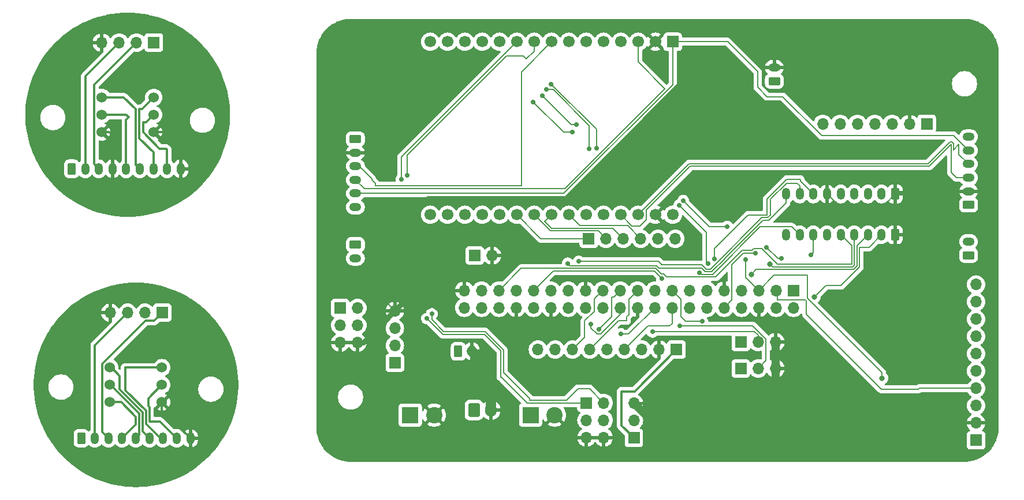
<source format=gbr>
%TF.GenerationSoftware,KiCad,Pcbnew,8.0.1*%
%TF.CreationDate,2024-05-17T10:11:40+07:00*%
%TF.ProjectId,ESP32 Shield,45535033-3220-4536-9869-656c642e6b69,rev?*%
%TF.SameCoordinates,Original*%
%TF.FileFunction,Copper,L2,Bot*%
%TF.FilePolarity,Positive*%
%FSLAX46Y46*%
G04 Gerber Fmt 4.6, Leading zero omitted, Abs format (unit mm)*
G04 Created by KiCad (PCBNEW 8.0.1) date 2024-05-17 10:11:40*
%MOMM*%
%LPD*%
G01*
G04 APERTURE LIST*
G04 Aperture macros list*
%AMRoundRect*
0 Rectangle with rounded corners*
0 $1 Rounding radius*
0 $2 $3 $4 $5 $6 $7 $8 $9 X,Y pos of 4 corners*
0 Add a 4 corners polygon primitive as box body*
4,1,4,$2,$3,$4,$5,$6,$7,$8,$9,$2,$3,0*
0 Add four circle primitives for the rounded corners*
1,1,$1+$1,$2,$3*
1,1,$1+$1,$4,$5*
1,1,$1+$1,$6,$7*
1,1,$1+$1,$8,$9*
0 Add four rect primitives between the rounded corners*
20,1,$1+$1,$2,$3,$4,$5,0*
20,1,$1+$1,$4,$5,$6,$7,0*
20,1,$1+$1,$6,$7,$8,$9,0*
20,1,$1+$1,$8,$9,$2,$3,0*%
G04 Aperture macros list end*
%TA.AperFunction,ComponentPad*%
%ADD10R,1.700000X1.700000*%
%TD*%
%TA.AperFunction,ComponentPad*%
%ADD11O,1.700000X1.700000*%
%TD*%
%TA.AperFunction,ComponentPad*%
%ADD12RoundRect,0.250000X0.625000X-0.350000X0.625000X0.350000X-0.625000X0.350000X-0.625000X-0.350000X0*%
%TD*%
%TA.AperFunction,ComponentPad*%
%ADD13O,1.750000X1.200000*%
%TD*%
%TA.AperFunction,ComponentPad*%
%ADD14RoundRect,0.250000X-0.600000X-0.750000X0.600000X-0.750000X0.600000X0.750000X-0.600000X0.750000X0*%
%TD*%
%TA.AperFunction,ComponentPad*%
%ADD15O,1.700000X2.000000*%
%TD*%
%TA.AperFunction,ComponentPad*%
%ADD16R,2.400000X2.400000*%
%TD*%
%TA.AperFunction,ComponentPad*%
%ADD17C,2.400000*%
%TD*%
%TA.AperFunction,ComponentPad*%
%ADD18RoundRect,0.250000X-0.625000X0.350000X-0.625000X-0.350000X0.625000X-0.350000X0.625000X0.350000X0*%
%TD*%
%TA.AperFunction,ComponentPad*%
%ADD19RoundRect,0.250000X0.350000X0.625000X-0.350000X0.625000X-0.350000X-0.625000X0.350000X-0.625000X0*%
%TD*%
%TA.AperFunction,ComponentPad*%
%ADD20O,1.200000X1.750000*%
%TD*%
%TA.AperFunction,ComponentPad*%
%ADD21RoundRect,0.250000X-0.350000X-0.625000X0.350000X-0.625000X0.350000X0.625000X-0.350000X0.625000X0*%
%TD*%
%TA.AperFunction,ComponentPad*%
%ADD22C,1.700000*%
%TD*%
%TA.AperFunction,ComponentPad*%
%ADD23C,1.524000*%
%TD*%
%TA.AperFunction,ViaPad*%
%ADD24C,2.000000*%
%TD*%
%TA.AperFunction,ViaPad*%
%ADD25C,0.800000*%
%TD*%
%TA.AperFunction,ViaPad*%
%ADD26C,0.700000*%
%TD*%
%TA.AperFunction,Conductor*%
%ADD27C,0.180000*%
%TD*%
%TA.AperFunction,Conductor*%
%ADD28C,0.800000*%
%TD*%
%TA.AperFunction,Conductor*%
%ADD29C,1.200000*%
%TD*%
%TA.AperFunction,Conductor*%
%ADD30C,1.500000*%
%TD*%
%TA.AperFunction,Conductor*%
%ADD31C,0.300000*%
%TD*%
G04 APERTURE END LIST*
D10*
%TO.P,J27,1,Pin_1*%
%TO.N,/BLUE2_EAR*%
X127390000Y-88120000D03*
D11*
%TO.P,J27,2,Pin_2*%
%TO.N,/RED2_EAR*%
X124850000Y-88120000D03*
%TO.P,J27,3,Pin_3*%
%TO.N,/GREEN2_EAR*%
X122310000Y-88120000D03*
%TO.P,J27,4,Pin_4*%
%TO.N,GND_EAR*%
X119770000Y-88120000D03*
%TD*%
D10*
%TO.P,J17,1,Pin_1*%
%TO.N,+5V*%
X202780000Y-93530000D03*
D11*
%TO.P,J17,2,Pin_2*%
%TO.N,GND*%
X200240000Y-93530000D03*
%TO.P,J17,3,Pin_3*%
%TO.N,/CS*%
X197700000Y-93530000D03*
%TO.P,J17,4,Pin_4*%
%TO.N,/GPIO23*%
X195160000Y-93530000D03*
%TO.P,J17,5,Pin_5*%
%TO.N,/DC{slash}RS*%
X192620000Y-93530000D03*
%TO.P,J17,6,Pin_6*%
%TO.N,/GPIO10*%
X190080000Y-93530000D03*
%TO.P,J17,7,Pin_7*%
%TO.N,/GPIO11*%
X187540000Y-93530000D03*
%TO.P,J17,8,Pin_8*%
%TO.N,/GPIO24*%
X185000000Y-93530000D03*
%TO.P,J17,9,Pin_9*%
%TO.N,/GPIO9*%
X182460000Y-93530000D03*
%TD*%
D10*
%TO.P,J16,1,Pin_1*%
%TO.N,+3.3VA*%
X212200000Y-92440000D03*
D11*
%TO.P,J16,2,Pin_2*%
%TO.N,/GPIO5*%
X214740000Y-92440000D03*
%TO.P,J16,3,Pin_3*%
%TO.N,GND*%
X217280000Y-92440000D03*
%TD*%
D10*
%TO.P,J12,1,Pin_1*%
%TO.N,+5V*%
X196530000Y-106520000D03*
D11*
%TO.P,J12,2,Pin_2*%
%TO.N,+3.3VA*%
X196530000Y-103980000D03*
%TO.P,J12,3,Pin_3*%
%TO.N,GND*%
X196530000Y-101440000D03*
%TD*%
D12*
%TO.P,J29,1,Pin_1*%
%TO.N,+5V*%
X217120000Y-54130000D03*
D13*
%TO.P,J29,2,Pin_2*%
%TO.N,GND*%
X217120000Y-52130000D03*
%TD*%
D10*
%TO.P,J21,1,Pin_1*%
%TO.N,/GPIO25*%
X161490000Y-95490000D03*
D11*
%TO.P,J21,2,Pin_2*%
%TO.N,/GPIO13*%
X161490000Y-92950000D03*
%TO.P,J21,3,Pin_3*%
%TO.N,/GPIO26*%
X161490000Y-90410000D03*
%TO.P,J21,4,Pin_4*%
%TO.N,GND*%
X161490000Y-87870000D03*
%TD*%
D14*
%TO.P,J2,1,Pin_1*%
%TO.N,+5V*%
X173083333Y-102410000D03*
D15*
%TO.P,J2,2,Pin_2*%
%TO.N,GND*%
X175583333Y-102410000D03*
%TD*%
D16*
%TO.P,J5,1,Pin_1*%
%TO.N,+7.5V*%
X181406666Y-103160000D03*
D17*
%TO.P,J5,2,Pin_2*%
%TO.N,GND*%
X184906666Y-103160000D03*
%TD*%
D10*
%TO.P,J10,1,Pin_1*%
%TO.N,+3.3VRP*%
X219920000Y-84860000D03*
D11*
%TO.P,J10,2,Pin_2*%
%TO.N,+5VRP*%
X219920000Y-87400000D03*
%TO.P,J10,3,Pin_3*%
%TO.N,/GPIO2*%
X217380000Y-84860000D03*
%TO.P,J10,4,Pin_4*%
%TO.N,+5VRP*%
X217380000Y-87400000D03*
%TO.P,J10,5,Pin_5*%
%TO.N,/GPIO3*%
X214840000Y-84860000D03*
%TO.P,J10,6,Pin_6*%
%TO.N,GND*%
X214840000Y-87400000D03*
%TO.P,J10,7,Pin_7*%
%TO.N,/GPIO4*%
X212300000Y-84860000D03*
%TO.P,J10,8,Pin_8*%
%TO.N,/GPIO14*%
X212300000Y-87400000D03*
%TO.P,J10,9,Pin_9*%
%TO.N,GND*%
X209760000Y-84860000D03*
%TO.P,J10,10,Pin_10*%
%TO.N,/GPIO15*%
X209760000Y-87400000D03*
%TO.P,J10,11,Pin_11*%
%TO.N,/DC{slash}RS*%
X207220000Y-84860000D03*
%TO.P,J10,12,Pin_12*%
%TO.N,/BCLK*%
X207220000Y-87400000D03*
%TO.P,J10,13,Pin_13*%
%TO.N,/GPIO27*%
X204680000Y-84860000D03*
%TO.P,J10,14,Pin_14*%
%TO.N,GND*%
X204680000Y-87400000D03*
%TO.P,J10,15,Pin_15*%
%TO.N,/BLUE2*%
X202140000Y-84860000D03*
%TO.P,J10,16,Pin_16*%
%TO.N,/GPIO23*%
X202140000Y-87400000D03*
%TO.P,J10,17,Pin_17*%
%TO.N,+3.3VRP*%
X199600000Y-84860000D03*
%TO.P,J10,18,Pin_18*%
%TO.N,/GPIO24*%
X199600000Y-87400000D03*
%TO.P,J10,19,Pin_19*%
%TO.N,/GPIO10*%
X197060000Y-84860000D03*
%TO.P,J10,20,Pin_20*%
%TO.N,GND*%
X197060000Y-87400000D03*
%TO.P,J10,21,Pin_21*%
%TO.N,/GPIO9*%
X194520000Y-84860000D03*
%TO.P,J10,22,Pin_22*%
%TO.N,/GPIO25*%
X194520000Y-87400000D03*
%TO.P,J10,23,Pin_23*%
%TO.N,/GPIO11*%
X191980000Y-84860000D03*
%TO.P,J10,24,Pin_24*%
%TO.N,/GPIO8*%
X191980000Y-87400000D03*
%TO.P,J10,25,Pin_25*%
%TO.N,GND*%
X189440000Y-84860000D03*
%TO.P,J10,26,Pin_26*%
%TO.N,/CS*%
X189440000Y-87400000D03*
%TO.P,J10,27,Pin_27*%
%TO.N,/ID_SD*%
X186900000Y-84860000D03*
%TO.P,J10,28,Pin_28*%
%TO.N,/ID_SC*%
X186900000Y-87400000D03*
%TO.P,J10,29,Pin_29*%
%TO.N,/GPIO5*%
X184360000Y-84860000D03*
%TO.P,J10,30,Pin_30*%
%TO.N,GND*%
X184360000Y-87400000D03*
%TO.P,J10,31,Pin_31*%
%TO.N,/GPIO6*%
X181820000Y-84860000D03*
%TO.P,J10,32,Pin_32*%
%TO.N,/GPIO12*%
X181820000Y-87400000D03*
%TO.P,J10,33,Pin_33*%
%TO.N,/GPIO13*%
X179280000Y-84860000D03*
%TO.P,J10,34,Pin_34*%
%TO.N,GND*%
X179280000Y-87400000D03*
%TO.P,J10,35,Pin_35*%
%TO.N,/GPIO19*%
X176740000Y-84860000D03*
%TO.P,J10,36,Pin_36*%
%TO.N,/BLUE1*%
X176740000Y-87400000D03*
%TO.P,J10,37,Pin_37*%
%TO.N,/GPIO26*%
X174200000Y-84860000D03*
%TO.P,J10,38,Pin_38*%
%TO.N,/GPIO20*%
X174200000Y-87400000D03*
%TO.P,J10,39,Pin_39*%
%TO.N,GND*%
X171660000Y-84860000D03*
%TO.P,J10,40,Pin_40*%
%TO.N,/DIN*%
X171660000Y-87400000D03*
%TD*%
D12*
%TO.P,J13,1,Pin_1*%
%TO.N,/Motor 1 (M1)*%
X245600000Y-72300000D03*
D13*
%TO.P,J13,2,Pin_2*%
%TO.N,GND*%
X245600000Y-70300000D03*
%TO.P,J13,3,Pin_3*%
%TO.N,/Motor 1 (C1)*%
X245600000Y-68300000D03*
%TO.P,J13,4,Pin_4*%
%TO.N,/Motor 1 (C2)*%
X245600000Y-66300000D03*
%TO.P,J13,5,Pin_5*%
%TO.N,+3.3V*%
X245600000Y-64300000D03*
%TO.P,J13,6,Pin_6*%
%TO.N,/Motor 1 (M2)*%
X245600000Y-62300000D03*
%TD*%
D18*
%TO.P,J20,1,Pin_1*%
%TO.N,/Motor 2 (M1)*%
X155700000Y-78130000D03*
D13*
%TO.P,J20,2,Pin_2*%
%TO.N,/Motor 2 (M2)*%
X155700000Y-80130000D03*
%TD*%
D19*
%TO.P,J9,1,Pin_1*%
%TO.N,GND*%
X234843175Y-76680000D03*
D20*
%TO.P,J9,2,Pin_2*%
%TO.N,+3.3VA*%
X232843175Y-76680000D03*
%TO.P,J9,3,Pin_3*%
%TO.N,/GPIO20*%
X230843175Y-76680000D03*
%TO.P,J9,4,Pin_4*%
%TO.N,/BCLK*%
X228843175Y-76680000D03*
%TO.P,J9,5,Pin_5*%
%TO.N,/GPIO19*%
X226843175Y-76680000D03*
%TO.P,J9,6,Pin_6*%
%TO.N,+3.3VA*%
X224843175Y-76680000D03*
%TO.P,J9,7,Pin_7*%
%TO.N,/BLUE2*%
X222843175Y-76680000D03*
%TO.P,J9,8,Pin_8*%
%TO.N,/GPIO27*%
X220843175Y-76680000D03*
%TO.P,J9,9,Pin_9*%
%TO.N,/GPIO4*%
X218843175Y-76680000D03*
%TD*%
D16*
%TO.P,J1,1,Pin_1*%
%TO.N,+5V*%
X163760000Y-103160000D03*
D17*
%TO.P,J1,2,Pin_2*%
%TO.N,GND*%
X167260000Y-103160000D03*
%TD*%
D10*
%TO.P,J26,1,Pin_1*%
%TO.N,/BLUE1_EAR*%
X126155000Y-48460000D03*
D11*
%TO.P,J26,2,Pin_2*%
%TO.N,/RED1_EAR*%
X123615000Y-48460000D03*
%TO.P,J26,3,Pin_3*%
%TO.N,/GREEN1_EAR*%
X121075000Y-48460000D03*
%TO.P,J26,4,Pin_4*%
%TO.N,GND_EAR*%
X118535000Y-48460000D03*
%TD*%
D19*
%TO.P,J8,1,Pin_1*%
%TO.N,GND*%
X234843175Y-70690000D03*
D20*
%TO.P,J8,2,Pin_2*%
%TO.N,+3.3VA*%
X232843175Y-70690000D03*
%TO.P,J8,3,Pin_3*%
%TO.N,/GPIO20*%
X230843175Y-70690000D03*
%TO.P,J8,4,Pin_4*%
%TO.N,/BCLK*%
X228843175Y-70690000D03*
%TO.P,J8,5,Pin_5*%
%TO.N,/GPIO19*%
X226843175Y-70690000D03*
%TO.P,J8,6,Pin_6*%
%TO.N,GND*%
X224843175Y-70690000D03*
%TO.P,J8,7,Pin_7*%
%TO.N,/GPIO8*%
X222843175Y-70690000D03*
%TO.P,J8,8,Pin_8*%
%TO.N,/GPIO12*%
X220843175Y-70690000D03*
%TO.P,J8,9,Pin_9*%
%TO.N,/BLUE1*%
X218843175Y-70690000D03*
%TD*%
D10*
%TO.P,J4,1,Pin_1*%
%TO.N,/SIG_4*%
X189580000Y-101360000D03*
D11*
%TO.P,J4,2,Pin_2*%
%TO.N,/SIG_3*%
X192120000Y-101360000D03*
%TO.P,J4,3,Pin_3*%
%TO.N,+7.5V*%
X189580000Y-103900000D03*
%TO.P,J4,4,Pin_4*%
X192120000Y-103900000D03*
%TO.P,J4,5,Pin_5*%
%TO.N,GND*%
X189580000Y-106440000D03*
%TO.P,J4,6,Pin_6*%
X192120000Y-106440000D03*
%TD*%
D10*
%TO.P,J15,1,Pin_1*%
%TO.N,+3.3VA*%
X212200000Y-96300000D03*
D11*
%TO.P,J15,2,Pin_2*%
%TO.N,/GPIO6*%
X214740000Y-96300000D03*
%TO.P,J15,3,Pin_3*%
%TO.N,GND*%
X217280000Y-96300000D03*
%TD*%
D10*
%TO.P,J3,1,Pin_1*%
%TO.N,/SIG_2*%
X153480000Y-87430000D03*
D11*
%TO.P,J3,2,Pin_2*%
%TO.N,/SIG_1*%
X156020000Y-87430000D03*
%TO.P,J3,3,Pin_3*%
%TO.N,+5V*%
X153480000Y-89970000D03*
%TO.P,J3,4,Pin_4*%
X156020000Y-89970000D03*
%TO.P,J3,5,Pin_5*%
%TO.N,GND*%
X153480000Y-92510000D03*
%TO.P,J3,6,Pin_6*%
X156020000Y-92510000D03*
%TD*%
D21*
%TO.P,J22,1,Pin_1*%
%TO.N,/BLUE1_EAR*%
X114105000Y-67000000D03*
D20*
%TO.P,J22,2,Pin_2*%
%TO.N,/GREEN1_EAR*%
X116105000Y-67000000D03*
%TO.P,J22,3,Pin_3*%
%TO.N,/RED1_EAR*%
X118105000Y-67000000D03*
%TO.P,J22,4,Pin_4*%
%TO.N,GND_EAR*%
X120105000Y-67000000D03*
%TO.P,J22,5,Pin_5*%
%TO.N,/WS_EAR*%
X122105000Y-67000000D03*
%TO.P,J22,6,Pin_6*%
%TO.N,/SCK_EAR*%
X124105000Y-67000000D03*
%TO.P,J22,7,Pin_7*%
%TO.N,/SD_EAR*%
X126105000Y-67000000D03*
%TO.P,J22,8,Pin_8*%
%TO.N,+3.3V_EAR*%
X128105000Y-67000000D03*
%TO.P,J22,9,Pin_9*%
%TO.N,GND_EAR*%
X130105000Y-67000000D03*
%TD*%
D18*
%TO.P,J14,1,Pin_1*%
%TO.N,/Motor 2 (M1)*%
X155700000Y-62620000D03*
D13*
%TO.P,J14,2,Pin_2*%
%TO.N,GND*%
X155700000Y-64620000D03*
%TO.P,J14,3,Pin_3*%
%TO.N,/Motor 2 (C1)*%
X155700000Y-66620000D03*
%TO.P,J14,4,Pin_4*%
%TO.N,/Motor 2 (C2)*%
X155700000Y-68620000D03*
%TO.P,J14,5,Pin_5*%
%TO.N,+3.3V*%
X155700000Y-70620000D03*
%TO.P,J14,6,Pin_6*%
%TO.N,/Motor 2 (M2)*%
X155700000Y-72620000D03*
%TD*%
D10*
%TO.P,U1,1,3V3*%
%TO.N,+3.3V*%
X202225000Y-48350000D03*
D22*
%TO.P,U1,2,GND*%
%TO.N,GND*%
X199685000Y-48350000D03*
%TO.P,U1,3,D15*%
%TO.N,/Motor 2 (C2)*%
X197145000Y-48350000D03*
%TO.P,U1,4,D2*%
%TO.N,/SIG_1*%
X194605000Y-48350000D03*
%TO.P,U1,5,D4*%
%TO.N,/SIG_2*%
X192065000Y-48350000D03*
%TO.P,U1,6,RX2*%
%TO.N,unconnected-(U1-RX2-Pad6)*%
X189525000Y-48350000D03*
%TO.P,U1,7,TX2*%
%TO.N,unconnected-(U1-TX2-Pad7)*%
X186985000Y-48350000D03*
%TO.P,U1,8,D5*%
%TO.N,/Motor 2 (C1)*%
X184445000Y-48350000D03*
%TO.P,U1,9,D18*%
%TO.N,/SIG_3*%
X181905000Y-48350000D03*
%TO.P,U1,10,D19*%
%TO.N,/SIG_4*%
X179365000Y-48350000D03*
%TO.P,U1,11,D21*%
%TO.N,/GPIO2*%
X176825000Y-48350000D03*
%TO.P,U1,12,RX0*%
%TO.N,/GPIO14*%
X174285000Y-48350000D03*
%TO.P,U1,13,TX0*%
%TO.N,/GPIO15*%
X171745000Y-48350000D03*
%TO.P,U1,14,D22*%
%TO.N,/GPIO3*%
X169205000Y-48350000D03*
%TO.P,U1,15,D23*%
%TO.N,unconnected-(U1-D23-Pad15)*%
X166665000Y-48350000D03*
%TO.P,U1,16,EN*%
%TO.N,unconnected-(U1-EN-Pad16)*%
X166665000Y-73750000D03*
%TO.P,U1,17,VP*%
%TO.N,unconnected-(U1-VP-Pad17)*%
X169205000Y-73750000D03*
%TO.P,U1,18,VN*%
%TO.N,unconnected-(U1-VN-Pad18)*%
X171745000Y-73750000D03*
%TO.P,U1,19,D34*%
%TO.N,unconnected-(U1-D34-Pad19)*%
X174285000Y-73750000D03*
%TO.P,U1,20,D35*%
%TO.N,/Battery ADC*%
X176825000Y-73750000D03*
%TO.P,U1,21,D32*%
%TO.N,/ENA*%
X179365000Y-73750000D03*
%TO.P,U1,22,D33*%
%TO.N,/IN1*%
X181905000Y-73750000D03*
%TO.P,U1,23,D25*%
%TO.N,/IN2*%
X184445000Y-73750000D03*
%TO.P,U1,24,D26*%
%TO.N,/IN3*%
X186985000Y-73750000D03*
%TO.P,U1,25,D27*%
%TO.N,/IN4*%
X189525000Y-73750000D03*
%TO.P,U1,26,D14*%
%TO.N,/ENB*%
X192065000Y-73750000D03*
%TO.P,U1,27,D12*%
%TO.N,/Motor 1 (C1)*%
X194605000Y-73750000D03*
%TO.P,U1,28,D13*%
%TO.N,/Motor 1 (C2)*%
X197145000Y-73750000D03*
%TO.P,U1,29,GND*%
%TO.N,GND*%
X199685000Y-73750000D03*
%TO.P,U1,30,VIN*%
%TO.N,unconnected-(U1-VIN-Pad30)*%
X202225000Y-73750000D03*
%TD*%
D10*
%TO.P,J11,1,Pin_1*%
%TO.N,+12V*%
X173205000Y-79720000D03*
D11*
%TO.P,J11,2,Pin_2*%
%TO.N,GND*%
X175745000Y-79720000D03*
%TD*%
D21*
%TO.P,J23,1,Pin_1*%
%TO.N,/RED2_EAR*%
X115510000Y-106560000D03*
D20*
%TO.P,J23,2,Pin_2*%
%TO.N,/GREEN2_EAR*%
X117510000Y-106560000D03*
%TO.P,J23,3,Pin_3*%
%TO.N,/BLUE2_EAR*%
X119510000Y-106560000D03*
%TO.P,J23,4,Pin_4*%
%TO.N,+3.3V_EAR*%
X121510000Y-106560000D03*
%TO.P,J23,5,Pin_5*%
%TO.N,/WS_EAR*%
X123510000Y-106560000D03*
%TO.P,J23,6,Pin_6*%
%TO.N,/SCK_EAR*%
X125510000Y-106560000D03*
%TO.P,J23,7,Pin_7*%
%TO.N,/SD_EAR*%
X127510000Y-106560000D03*
%TO.P,J23,8,Pin_8*%
%TO.N,+3.3V_EAR*%
X129510000Y-106560000D03*
%TO.P,J23,9,Pin_9*%
%TO.N,GND_EAR*%
X131510000Y-106560000D03*
%TD*%
D21*
%TO.P,J30,1,Pin_1*%
%TO.N,+5V*%
X170780000Y-93790000D03*
D20*
%TO.P,J30,2,Pin_2*%
%TO.N,GND*%
X172780000Y-93790000D03*
%TD*%
D11*
%TO.P,J28,10,Pin_10*%
%TO.N,unconnected-(J28-Pin_10-Pad10)*%
X246695000Y-83990000D03*
%TO.P,J28,9,Pin_9*%
%TO.N,unconnected-(J28-Pin_9-Pad9)*%
X246695000Y-86530000D03*
%TO.P,J28,8,Pin_8*%
%TO.N,unconnected-(J28-Pin_8-Pad8)*%
X246695000Y-89070000D03*
%TO.P,J28,7,Pin_7*%
%TO.N,unconnected-(J28-Pin_7-Pad7)*%
X246695000Y-91610000D03*
%TO.P,J28,6,Pin_6*%
%TO.N,unconnected-(J28-Pin_6-Pad6)*%
X246695000Y-94150000D03*
%TO.P,J28,5,Pin_5*%
%TO.N,unconnected-(J28-Pin_5-Pad5)*%
X246695000Y-96690000D03*
%TO.P,J28,4,Pin_4*%
%TO.N,/GPIO2*%
X246695000Y-99230000D03*
%TO.P,J28,3,Pin_3*%
%TO.N,/GPIO3*%
X246695000Y-101770000D03*
%TO.P,J28,2,Pin_2*%
%TO.N,GND*%
X246695000Y-104310000D03*
D10*
%TO.P,J28,1,Pin_1*%
%TO.N,+3.3VA*%
X246695000Y-106850000D03*
%TD*%
D12*
%TO.P,J19,1,Pin_1*%
%TO.N,/Motor 1 (M1)*%
X245600000Y-79690000D03*
D13*
%TO.P,J19,2,Pin_2*%
%TO.N,/Motor 1 (M2)*%
X245600000Y-77690000D03*
%TD*%
D10*
%TO.P,J7,1,Pin_1*%
%TO.N,+5V*%
X239460000Y-60395000D03*
D11*
%TO.P,J7,2,Pin_2*%
%TO.N,GND*%
X236920000Y-60395000D03*
%TO.P,J7,3,Pin_3*%
%TO.N,/GPIO20*%
X234380000Y-60395000D03*
%TO.P,J7,4,Pin_4*%
%TO.N,/GAIN*%
X231840000Y-60395000D03*
%TO.P,J7,5,Pin_5*%
%TO.N,/DIN*%
X229300000Y-60395000D03*
%TO.P,J7,6,Pin_6*%
%TO.N,/BCLK*%
X226760000Y-60395000D03*
%TO.P,J7,7,Pin_7*%
%TO.N,/GPIO19*%
X224220000Y-60395000D03*
%TD*%
D23*
%TO.P,J24,1,Pin_1*%
%TO.N,/SD_EAR*%
X126140000Y-56520000D03*
%TO.P,J24,2,Pin_2*%
%TO.N,+3.3V_EAR*%
X126140000Y-59060000D03*
%TO.P,J24,3,Pin_3*%
%TO.N,GND_EAR*%
X126140000Y-61600000D03*
%TO.P,J24,4,Pin_4*%
%TO.N,/SCK_EAR*%
X118520000Y-56520000D03*
%TO.P,J24,5,Pin_5*%
%TO.N,/WS_EAR*%
X118520000Y-59060000D03*
%TO.P,J24,6,Pin_6*%
%TO.N,GND_EAR*%
X118520000Y-61600000D03*
%TD*%
%TO.P,J25,1,Pin_1*%
%TO.N,/SD_EAR*%
X127350000Y-96180000D03*
%TO.P,J25,2,Pin_2*%
%TO.N,+3.3V_EAR*%
X127350000Y-98720000D03*
%TO.P,J25,3,Pin_3*%
%TO.N,GND_EAR*%
X127350000Y-101260000D03*
%TO.P,J25,4,Pin_4*%
%TO.N,/SCK_EAR*%
X119730000Y-96180000D03*
%TO.P,J25,5,Pin_5*%
%TO.N,/WS_EAR*%
X119730000Y-98720000D03*
%TO.P,J25,6,Pin_6*%
%TO.N,+3.3V_EAR*%
X119730000Y-101260000D03*
%TD*%
D10*
%TO.P,J18,1,Pin_1*%
%TO.N,/ENA*%
X189920000Y-77260000D03*
D11*
%TO.P,J18,2,Pin_2*%
%TO.N,/IN1*%
X192460000Y-77260000D03*
%TO.P,J18,3,Pin_3*%
%TO.N,/IN2*%
X195000000Y-77260000D03*
%TO.P,J18,4,Pin_4*%
%TO.N,/IN3*%
X197540000Y-77260000D03*
%TO.P,J18,5,Pin_5*%
%TO.N,/IN4*%
X200080000Y-77260000D03*
%TO.P,J18,6,Pin_6*%
%TO.N,/ENB*%
X202620000Y-77260000D03*
%TD*%
D24*
%TO.N,GND*%
X207120000Y-51560000D03*
D25*
%TO.N,/BCLK*%
X216500000Y-81010000D03*
%TO.N,/GPIO20*%
X213780000Y-82480000D03*
D26*
%TO.N,/BLUE1*%
X186830000Y-80870000D03*
%TO.N,/GPIO12*%
X188470000Y-80590000D03*
%TO.N,/GPIO8*%
X208375880Y-80209023D03*
%TO.N,/GPIO27*%
X206180000Y-82240000D03*
%TO.N,/BLUE2*%
X222480000Y-79640000D03*
X206550000Y-89380000D03*
%TO.N,/SIG_4*%
X166190000Y-88980000D03*
X162430000Y-68540000D03*
%TO.N,/SIG_3*%
X163290000Y-67940000D03*
X166910000Y-88310000D03*
D25*
%TO.N,/GPIO3*%
X232920000Y-97720000D03*
D26*
X181790000Y-57190000D03*
X187526250Y-61606250D03*
X212930000Y-80350000D03*
%TO.N,/GPIO2*%
X191080000Y-63990000D03*
X203750000Y-71670000D03*
X215997549Y-78542451D03*
X210210000Y-75480000D03*
X218200000Y-80170000D03*
X184420000Y-54560000D03*
D25*
%TO.N,+3.3VA*%
X223000000Y-85830000D03*
D26*
%TO.N,/GPIO9*%
X191380000Y-90580000D03*
%TO.N,/GPIO6*%
X200640000Y-83100000D03*
X203250000Y-90020000D03*
%TO.N,/GPIO14*%
X190000000Y-64020000D03*
X207380000Y-80880000D03*
X203159126Y-72348876D03*
X183740000Y-55370000D03*
%TO.N,/GPIO15*%
X183080000Y-56230000D03*
X214380000Y-79370000D03*
X188100000Y-60510000D03*
%TO.N,/GPIO24*%
X194620000Y-91240000D03*
%TO.N,/GPIO25*%
X190250000Y-89770000D03*
%TO.N,/GPIO5*%
X199250000Y-90940000D03*
%TD*%
D27*
%TO.N,/GPIO2*%
X238230000Y-99340000D02*
X238340000Y-99230000D01*
X238340000Y-99230000D02*
X246695000Y-99230000D01*
%TO.N,GND*%
X151490000Y-82850000D02*
X152490000Y-83850000D01*
D28*
X160115000Y-89245000D02*
X161490000Y-87870000D01*
D29*
X199980000Y-106910000D02*
X215860000Y-106910000D01*
D28*
X208790000Y-53230000D02*
X207120000Y-51560000D01*
D27*
X155700000Y-64620000D02*
X152260000Y-64620000D01*
D30*
X175583333Y-96593333D02*
X175583333Y-102410000D01*
D27*
X151490000Y-65390000D02*
X151490000Y-82850000D01*
X152260000Y-64620000D02*
X151490000Y-65390000D01*
D28*
X204620000Y-53230000D02*
X208790000Y-53230000D01*
D27*
X157870000Y-84250000D02*
X161490000Y-87870000D01*
X226403175Y-72160000D02*
X233373175Y-72160000D01*
D28*
X166370000Y-71310000D02*
X186540000Y-71310000D01*
X186540000Y-71310000D02*
X204620000Y-53230000D01*
D30*
X172780000Y-93790000D02*
X175583333Y-96593333D01*
D28*
X160115000Y-89245000D02*
X164600000Y-84760000D01*
D29*
X199980000Y-104890000D02*
X199980000Y-106910000D01*
X217280000Y-96300000D02*
X217280000Y-92440000D01*
D27*
X226098175Y-71855000D02*
X226403175Y-72160000D01*
D28*
X164600000Y-84760000D02*
X164600000Y-73080000D01*
X164600000Y-73080000D02*
X166370000Y-71310000D01*
D27*
X152490000Y-84250000D02*
X157870000Y-84250000D01*
D29*
X217280000Y-105490000D02*
X217280000Y-96300000D01*
D27*
X233373175Y-72160000D02*
X234843175Y-70690000D01*
D28*
X156020000Y-92510000D02*
X156850000Y-92510000D01*
D27*
X235233175Y-70300000D02*
X234843175Y-70690000D01*
X245600000Y-70300000D02*
X235233175Y-70300000D01*
X224843175Y-70690000D02*
X226008175Y-71855000D01*
D29*
X196530000Y-101440000D02*
X199980000Y-104890000D01*
D27*
X152490000Y-83850000D02*
X152490000Y-84250000D01*
D28*
X156850000Y-92510000D02*
X160115000Y-89245000D01*
D29*
X215860000Y-106910000D02*
X217280000Y-105490000D01*
D27*
X226008175Y-71855000D02*
X226098175Y-71855000D01*
%TO.N,+3.3V*%
X224070000Y-62120000D02*
X218350000Y-56400000D01*
X202225000Y-54649192D02*
X202225000Y-48350000D01*
X218350000Y-56400000D02*
X216060000Y-56400000D01*
X216060000Y-56400000D02*
X214670000Y-55010000D01*
X186254192Y-70620000D02*
X202225000Y-54649192D01*
X214670000Y-52720000D02*
X210300000Y-48350000D01*
X210300000Y-48350000D02*
X202225000Y-48350000D01*
X245600000Y-64300000D02*
X243420000Y-62120000D01*
X214670000Y-55010000D02*
X214670000Y-52720000D01*
X243420000Y-62120000D02*
X224070000Y-62120000D01*
X155700000Y-70620000D02*
X186254192Y-70620000D01*
%TO.N,/BCLK*%
X228560000Y-81410000D02*
X216900000Y-81410000D01*
X216900000Y-81410000D02*
X216500000Y-81010000D01*
X228843175Y-81126825D02*
X228560000Y-81410000D01*
X228843175Y-76680000D02*
X228843175Y-81126825D01*
%TO.N,/GPIO19*%
X179990000Y-81610000D02*
X176740000Y-84860000D01*
X228463175Y-80969423D02*
X228402598Y-81030000D01*
X212422598Y-78990000D02*
X208532598Y-82880000D01*
X200537401Y-82460000D02*
X199687401Y-81610000D01*
X226843175Y-76680000D02*
X228463175Y-78300000D01*
X228402598Y-81030000D02*
X217580000Y-81030000D01*
X213854903Y-78990000D02*
X212422598Y-78990000D01*
X215280000Y-78730000D02*
X214114903Y-78730000D01*
X208532598Y-82880000D02*
X201325097Y-82880000D01*
X214114903Y-78730000D02*
X213854903Y-78990000D01*
X200905097Y-82460000D02*
X200537401Y-82460000D01*
X217580000Y-81030000D02*
X215280000Y-78730000D01*
X201325097Y-82880000D02*
X200905097Y-82460000D01*
X199687401Y-81610000D02*
X179990000Y-81610000D01*
X228463175Y-78300000D02*
X228463175Y-80969423D01*
%TO.N,/GPIO20*%
X214470000Y-81790000D02*
X213780000Y-82480000D01*
X229223175Y-78300000D02*
X229223175Y-81284227D01*
X229223175Y-81284227D02*
X228717401Y-81790000D01*
X228717401Y-81790000D02*
X214470000Y-81790000D01*
X230376825Y-70690000D02*
X230843175Y-70690000D01*
X230843175Y-76680000D02*
X229223175Y-78300000D01*
%TO.N,/BLUE1*%
X218843175Y-72032019D02*
X216319998Y-74555196D01*
X200214801Y-81600000D02*
X199844801Y-81230000D01*
X199844801Y-81230000D02*
X187190000Y-81230000D01*
X216319998Y-74555196D02*
X215472206Y-74555196D01*
X215472206Y-74555196D02*
X209840000Y-80187402D01*
X209840000Y-80190000D02*
X209837402Y-80190000D01*
X187190000Y-81230000D02*
X186830000Y-80870000D01*
X207907402Y-82120000D02*
X206965097Y-82120000D01*
X218843175Y-70690000D02*
X218843175Y-72032019D01*
X209837402Y-80190000D02*
X207907402Y-82120000D01*
X206965097Y-82120000D02*
X206445097Y-81600000D01*
X206445097Y-81600000D02*
X200214801Y-81600000D01*
%TO.N,/GPIO12*%
X216162597Y-74175196D02*
X215314804Y-74175196D01*
X220843175Y-69483175D02*
X220460000Y-69100000D01*
X200650000Y-81090000D02*
X200150000Y-80590000D01*
X207122499Y-81740000D02*
X206472499Y-81090000D01*
X207750000Y-81740000D02*
X207122499Y-81740000D01*
X200560000Y-81090000D02*
X200550000Y-81080000D01*
X206472499Y-81090000D02*
X200650000Y-81090000D01*
X216573897Y-73763896D02*
X216162597Y-74175196D01*
X200650000Y-81090000D02*
X200560000Y-81090000D01*
X200150000Y-80590000D02*
X188470000Y-80590000D01*
X218899525Y-69100000D02*
X216573897Y-71425628D01*
X215314804Y-74175196D02*
X207750000Y-81740000D01*
X220843175Y-70690000D02*
X220843175Y-69483175D01*
X220460000Y-69100000D02*
X218899525Y-69100000D01*
X216573897Y-71425628D02*
X216573897Y-73763896D01*
%TO.N,/GPIO8*%
X213254804Y-73795196D02*
X216005196Y-73795196D01*
X218942123Y-68520000D02*
X220930000Y-68520000D01*
X220930000Y-68776825D02*
X222843175Y-70690000D01*
X220930000Y-68520000D02*
X220930000Y-68776825D01*
X216005196Y-73795196D02*
X216005196Y-71456927D01*
X208375880Y-78674120D02*
X213254804Y-73795196D01*
X208375880Y-80209023D02*
X208375880Y-78674120D01*
X216005196Y-71456927D02*
X218942123Y-68520000D01*
%TO.N,/GPIO27*%
X206180000Y-82240000D02*
X206440000Y-82500000D01*
X215052401Y-75515000D02*
X219678175Y-75515000D01*
X206440000Y-82500000D02*
X208067401Y-82500000D01*
X208067401Y-82500000D02*
X215052401Y-75515000D01*
X219678175Y-75515000D02*
X220843175Y-76680000D01*
%TO.N,/BLUE2*%
X206550000Y-89380000D02*
X204100000Y-89380000D01*
X204100000Y-89380000D02*
X203410000Y-88690000D01*
X222843175Y-79276825D02*
X222480000Y-79640000D01*
X203410000Y-88690000D02*
X203410000Y-86130000D01*
X203410000Y-86130000D02*
X202140000Y-84860000D01*
X222843175Y-76680000D02*
X222843175Y-79276825D01*
D31*
%TO.N,+5V*%
X202780000Y-93530000D02*
X196640000Y-99670000D01*
X194690000Y-99670000D02*
X194690000Y-104680000D01*
X196640000Y-99670000D02*
X194690000Y-99670000D01*
X194690000Y-104680000D02*
X196530000Y-106520000D01*
D27*
%TO.N,/SIG_4*%
X180900000Y-101360000D02*
X189580000Y-101360000D01*
X176980000Y-97560000D02*
X177100000Y-97560000D01*
X176980000Y-93700000D02*
X176980000Y-97560000D01*
X179365000Y-48350000D02*
X162430000Y-65285000D01*
X166190000Y-88980000D02*
X168540000Y-91330000D01*
X168540000Y-91330000D02*
X174610000Y-91330000D01*
X174610000Y-91330000D02*
X176980000Y-93700000D01*
X177100000Y-97560000D02*
X180900000Y-101360000D01*
X162430000Y-65285000D02*
X162430000Y-68540000D01*
%TO.N,/SIG_3*%
X181220000Y-100950000D02*
X186630000Y-100950000D01*
X177400000Y-96930000D02*
X181220000Y-100750000D01*
X186630000Y-100950000D02*
X188320000Y-99260000D01*
X177842402Y-50410000D02*
X177426201Y-50826201D01*
X163290000Y-64962402D02*
X163290000Y-67940000D01*
X166910000Y-88310000D02*
X166910000Y-89162598D01*
X166910000Y-89162598D02*
X168648701Y-90901299D01*
X181905000Y-48350000D02*
X181905000Y-49715000D01*
X180350000Y-50410000D02*
X177842402Y-50410000D01*
X174718701Y-90901299D02*
X177400000Y-93582598D01*
X181220000Y-100750000D02*
X181220000Y-100950000D01*
X177426201Y-50826201D02*
X163290000Y-64962402D01*
X188320000Y-99260000D02*
X190020000Y-99260000D01*
X181905000Y-49715000D02*
X180780000Y-50840000D01*
X177400000Y-93582598D02*
X177400000Y-96930000D01*
X168648701Y-90901299D02*
X174718701Y-90901299D01*
X190020000Y-99260000D02*
X192120000Y-101360000D01*
X180780000Y-50840000D02*
X180350000Y-50410000D01*
%TO.N,/GPIO3*%
X212930000Y-82950000D02*
X214840000Y-84860000D01*
X221960000Y-85975000D02*
X232920000Y-96935001D01*
X217070000Y-82630000D02*
X214840000Y-84860000D01*
X212930000Y-80350000D02*
X212930000Y-82950000D01*
X186206250Y-61606250D02*
X187526250Y-61606250D01*
X221960000Y-82630000D02*
X217070000Y-82630000D01*
X221960000Y-85975000D02*
X221960000Y-82630000D01*
X232920000Y-96935001D02*
X232920000Y-97720000D01*
X181790000Y-57190000D02*
X186206250Y-61606250D01*
%TO.N,/GPIO2*%
X184420000Y-54560000D02*
X191080000Y-61220000D01*
X221773799Y-88328799D02*
X221773799Y-86326201D01*
X191080000Y-61220000D02*
X191080000Y-63990000D01*
X217625098Y-80170000D02*
X218200000Y-80170000D01*
X232785000Y-99340000D02*
X238230000Y-99340000D01*
X217600000Y-85080000D02*
X217380000Y-84860000D01*
X207560000Y-75480000D02*
X210210000Y-75480000D01*
X217600000Y-86210000D02*
X217600000Y-85080000D01*
X221773799Y-88328799D02*
X232785000Y-99340000D01*
X221657598Y-86210000D02*
X217600000Y-86210000D01*
X215997549Y-78542451D02*
X217625098Y-80170000D01*
X221773799Y-86326201D02*
X221657598Y-86210000D01*
X203750000Y-71670000D02*
X207560000Y-75480000D01*
%TO.N,/DIN*%
X229340000Y-60825000D02*
X229643650Y-60825000D01*
%TO.N,+3.3VA*%
X229603175Y-78506825D02*
X229603174Y-81441629D01*
X231016350Y-78506825D02*
X229603175Y-78506825D01*
X225225000Y-84160000D02*
X224670000Y-84160000D01*
X229603174Y-81441629D02*
X226884803Y-84160000D01*
X226884803Y-84160000D02*
X225225000Y-84160000D01*
X232843175Y-76680000D02*
X231016350Y-78506825D01*
X224670000Y-84160000D02*
X223000000Y-85830000D01*
%TO.N,/GPIO9*%
X193600000Y-85780000D02*
X194520000Y-84860000D01*
X191380000Y-90580000D02*
X193300000Y-88660000D01*
X193300000Y-88660000D02*
X193300000Y-85780000D01*
X193300000Y-85780000D02*
X193600000Y-85780000D01*
%TO.N,/GPIO6*%
X184690000Y-81990000D02*
X181820000Y-84860000D01*
X213932204Y-90020000D02*
X203250000Y-90020000D01*
X214740000Y-96300000D02*
X215880000Y-95160000D01*
X199530000Y-81990000D02*
X184690000Y-81990000D01*
X215880000Y-95160000D02*
X215880000Y-91967796D01*
X215880000Y-91967796D02*
X213932204Y-90020000D01*
X200640000Y-83100000D02*
X199530000Y-81990000D01*
%TO.N,/GPIO14*%
X207130250Y-76320000D02*
X207130250Y-80630250D01*
X190000000Y-60677402D02*
X190000000Y-64020000D01*
X203159126Y-72348876D02*
X207130250Y-76320000D01*
X207130250Y-80630250D02*
X207380000Y-80880000D01*
X189896299Y-60573701D02*
X190000000Y-60677402D01*
X184692598Y-55370000D02*
X189896299Y-60573701D01*
X183740000Y-55370000D02*
X184692598Y-55370000D01*
%TO.N,/GPIO15*%
X210900000Y-81050000D02*
X210900000Y-86260000D01*
X183080000Y-56230000D02*
X187360000Y-60510000D01*
X212580000Y-79370000D02*
X210900000Y-81050000D01*
X214380000Y-79370000D02*
X212580000Y-79370000D01*
X187360000Y-60510000D02*
X188100000Y-60510000D01*
X210900000Y-86260000D02*
X209760000Y-87400000D01*
%TO.N,/GPIO24*%
X195760000Y-91240000D02*
X199600000Y-87400000D01*
X194620000Y-91240000D02*
X195760000Y-91240000D01*
%TO.N,/GPIO25*%
X191114903Y-91220000D02*
X191645097Y-91220000D01*
X190250000Y-89770000D02*
X190250000Y-90355097D01*
X194520000Y-88345097D02*
X194520000Y-87400000D01*
X191645097Y-91220000D02*
X194520000Y-88345097D01*
X190250000Y-90355097D02*
X191114903Y-91220000D01*
%TO.N,/GPIO10*%
X194300000Y-89310000D02*
X195480000Y-89310000D01*
X195480000Y-88730000D02*
X195790000Y-88420000D01*
X195790000Y-88420000D02*
X195790000Y-86130000D01*
X190080000Y-93530000D02*
X194300000Y-89310000D01*
X195790000Y-86130000D02*
X197060000Y-84860000D01*
X195480000Y-89310000D02*
X195480000Y-88730000D01*
%TO.N,/GPIO11*%
X189310000Y-91760000D02*
X189310000Y-89330000D01*
X190740000Y-87900000D02*
X190740000Y-86100000D01*
X189310000Y-89330000D02*
X190740000Y-87900000D01*
X190740000Y-86100000D02*
X191980000Y-84860000D01*
X187540000Y-93530000D02*
X189310000Y-91760000D01*
%TO.N,/GPIO23*%
X198630000Y-90060000D02*
X201760000Y-90060000D01*
X201760000Y-90060000D02*
X202140000Y-89680000D01*
X202140000Y-89680000D02*
X202140000Y-87400000D01*
X195160000Y-93530000D02*
X198630000Y-90060000D01*
%TO.N,/GPIO5*%
X214740000Y-91440000D02*
X214220000Y-90920000D01*
X199270000Y-90920000D02*
X199250000Y-90940000D01*
X214220000Y-90920000D02*
X199270000Y-90920000D01*
X214740000Y-92440000D02*
X214740000Y-91440000D01*
%TO.N,/Motor 1 (C2)*%
X239652598Y-66250000D02*
X204645000Y-66250000D01*
X244186299Y-63423701D02*
X243400000Y-64210000D01*
X243177401Y-63040000D02*
X242862598Y-63040000D01*
X243400000Y-64210000D02*
X243400000Y-63262598D01*
X245600000Y-66300000D02*
X244186299Y-64886299D01*
X243400000Y-63262598D02*
X243177401Y-63040000D01*
X242862598Y-63040000D02*
X239652598Y-66250000D01*
X244186299Y-64886299D02*
X244186299Y-63423701D01*
X204645000Y-66250000D02*
X197145000Y-73750000D01*
%TO.N,/Motor 1 (C1)*%
X197420000Y-75410000D02*
X196265000Y-75410000D01*
X239810000Y-66630000D02*
X204802402Y-66630000D01*
X196265000Y-75410000D02*
X194605000Y-73750000D01*
X245600000Y-68300000D02*
X243820000Y-68300000D01*
X243020000Y-63420000D02*
X239810000Y-66630000D01*
X243020000Y-67500000D02*
X243020000Y-63420000D01*
X204802402Y-66630000D02*
X198380000Y-73052402D01*
X198380000Y-74450000D02*
X197420000Y-75410000D01*
X243820000Y-68300000D02*
X243020000Y-67500000D01*
X198380000Y-73052402D02*
X198380000Y-74450000D01*
%TO.N,/Motor 2 (C2)*%
X155700000Y-68620000D02*
X157000000Y-69920000D01*
X186416790Y-69920000D02*
X201083395Y-55253395D01*
X157000000Y-69920000D02*
X186416790Y-69920000D01*
X201083395Y-55253395D02*
X197145000Y-51315000D01*
X197145000Y-51315000D02*
X197145000Y-48350000D01*
%TO.N,/Motor 2 (C1)*%
X158140000Y-68490000D02*
X158140000Y-68600000D01*
X155700000Y-66620000D02*
X156270000Y-66620000D01*
X158140000Y-68600000D02*
X158680000Y-69140000D01*
X180020000Y-52775000D02*
X184445000Y-48350000D01*
X180020000Y-69460000D02*
X180020000Y-52775000D01*
X158680000Y-69460000D02*
X180020000Y-69460000D01*
X158680000Y-69140000D02*
X158680000Y-69460000D01*
X156270000Y-66620000D02*
X158140000Y-68490000D01*
%TO.N,/IN2*%
X184432402Y-75740000D02*
X183443701Y-74751299D01*
X193480000Y-75740000D02*
X184432402Y-75740000D01*
X183443701Y-74751299D02*
X184445000Y-73750000D01*
X195000000Y-77260000D02*
X193480000Y-75740000D01*
%TO.N,/ENA*%
X182875000Y-77260000D02*
X179365000Y-73750000D01*
X189920000Y-77260000D02*
X182875000Y-77260000D01*
%TO.N,/IN1*%
X192460000Y-77260000D02*
X191320000Y-76120000D01*
X184275000Y-76120000D02*
X181905000Y-73750000D01*
X191320000Y-76120000D02*
X184275000Y-76120000D01*
%TO.N,/IN3*%
X197540000Y-77260000D02*
X195640000Y-75360000D01*
X188595000Y-75360000D02*
X186985000Y-73750000D01*
X195640000Y-75360000D02*
X188595000Y-75360000D01*
D31*
%TO.N,GND_EAR*%
X130105000Y-64050000D02*
X130105000Y-67000000D01*
X120105000Y-62320000D02*
X120105000Y-67000000D01*
X120225000Y-62200000D02*
X120105000Y-62320000D01*
X127350000Y-101260000D02*
X127350000Y-102400000D01*
X119625000Y-61600000D02*
X120225000Y-62200000D01*
X118520000Y-61600000D02*
X119625000Y-61600000D01*
X126140000Y-61600000D02*
X127655000Y-61600000D01*
X127655000Y-61600000D02*
X130105000Y-64050000D01*
X127350000Y-102400000D02*
X131510000Y-106560000D01*
%TO.N,/RED1_EAR*%
X117408000Y-54667000D02*
X123615000Y-48460000D01*
X117408000Y-66303000D02*
X117408000Y-54667000D01*
X118105000Y-67000000D02*
X117408000Y-66303000D01*
%TO.N,/WS_EAR*%
X119780000Y-98720000D02*
X124010000Y-102950000D01*
X118520000Y-59060000D02*
X122075000Y-59060000D01*
X124010000Y-106060000D02*
X123510000Y-106560000D01*
X124010000Y-102950000D02*
X124010000Y-106060000D01*
X122105000Y-59790000D02*
X122105000Y-67000000D01*
X122455000Y-59440000D02*
X122105000Y-59790000D01*
X119730000Y-98720000D02*
X119780000Y-98720000D01*
X122075000Y-59060000D02*
X122455000Y-59440000D01*
%TO.N,/GREEN1_EAR*%
X116105000Y-67000000D02*
X116105000Y-53430000D01*
X116105000Y-53430000D02*
X121075000Y-48460000D01*
%TO.N,/SCK_EAR*%
X119920000Y-96180000D02*
X121160000Y-97420000D01*
X123505000Y-66400000D02*
X124105000Y-67000000D01*
X121160000Y-97420000D02*
X121160000Y-99392893D01*
X124510000Y-102742893D02*
X124510000Y-105560000D01*
X124510000Y-105560000D02*
X125510000Y-106560000D01*
X123505000Y-58260000D02*
X123505000Y-66400000D01*
X121160000Y-99392893D02*
X124510000Y-102742893D01*
X121765000Y-56520000D02*
X123505000Y-58260000D01*
X118520000Y-56520000D02*
X121765000Y-56520000D01*
X119730000Y-96180000D02*
X119920000Y-96180000D01*
%TO.N,/SD_EAR*%
X121970000Y-96180000D02*
X121970000Y-99495787D01*
X127140000Y-106560000D02*
X127510000Y-106560000D01*
X126140000Y-56520000D02*
X124430000Y-58230000D01*
X124005000Y-58230000D02*
X124005000Y-62510000D01*
X124430000Y-58230000D02*
X124005000Y-58230000D01*
X125010000Y-102535787D02*
X125010000Y-104430000D01*
X124005000Y-62510000D02*
X126105000Y-64610000D01*
X121970000Y-99495787D02*
X125010000Y-102535787D01*
X126105000Y-64610000D02*
X126105000Y-67000000D01*
X125010000Y-104430000D02*
X127140000Y-106560000D01*
X127350000Y-96180000D02*
X121970000Y-96180000D01*
%TO.N,+3.3V_EAR*%
X127350000Y-98720000D02*
X125380000Y-100690000D01*
X119730000Y-101260000D02*
X121370000Y-101260000D01*
X126140000Y-59060000D02*
X125000000Y-60200000D01*
X125000000Y-60200000D02*
X124585000Y-60200000D01*
X125380000Y-100690000D02*
X125380000Y-101830000D01*
X127020000Y-104070000D02*
X129510000Y-106560000D01*
X124585000Y-61617606D02*
X126987394Y-64020000D01*
X123500000Y-103390000D02*
X123500000Y-104570000D01*
X125380000Y-101830000D02*
X125510000Y-101960000D01*
X125510000Y-101960000D02*
X125510000Y-104070000D01*
X125510000Y-104070000D02*
X127020000Y-104070000D01*
X127955000Y-64020000D02*
X128105000Y-64170000D01*
X121370000Y-101260000D02*
X123500000Y-103390000D01*
X126987394Y-64020000D02*
X127955000Y-64020000D01*
X123500000Y-104570000D02*
X121510000Y-106560000D01*
X124585000Y-60200000D02*
X124585000Y-61617606D01*
X128105000Y-64170000D02*
X128105000Y-67000000D01*
%TO.N,/BLUE2_EAR*%
X118618000Y-95642000D02*
X124940000Y-89320000D01*
X126190000Y-89320000D02*
X127390000Y-88120000D01*
X119510000Y-106560000D02*
X118618000Y-105668000D01*
X124940000Y-89320000D02*
X126190000Y-89320000D01*
X118618000Y-105668000D02*
X118618000Y-95642000D01*
%TO.N,/GREEN2_EAR*%
X117510000Y-92920000D02*
X122310000Y-88120000D01*
X117510000Y-106560000D02*
X117510000Y-92920000D01*
%TD*%
%TA.AperFunction,Conductor*%
%TO.N,GND*%
G36*
X197310000Y-88765987D02*
G01*
X197313497Y-88824688D01*
X197280334Y-88884571D01*
X195551726Y-90613181D01*
X195490403Y-90646666D01*
X195464045Y-90649500D01*
X195287980Y-90649500D01*
X195220941Y-90629815D01*
X195195833Y-90608476D01*
X195192230Y-90604474D01*
X195047593Y-90499388D01*
X194884267Y-90426671D01*
X194884265Y-90426670D01*
X194756594Y-90399533D01*
X194709391Y-90389500D01*
X194530609Y-90389500D01*
X194499954Y-90396015D01*
X194355733Y-90426670D01*
X194349549Y-90428680D01*
X194348874Y-90426604D01*
X194289638Y-90434532D01*
X194226369Y-90404887D01*
X194189170Y-90345743D01*
X194189853Y-90275876D01*
X194220800Y-90224293D01*
X194508275Y-89936819D01*
X194569598Y-89903334D01*
X194595956Y-89900500D01*
X195557738Y-89900500D01*
X195557741Y-89900500D01*
X195707924Y-89860258D01*
X195842575Y-89782517D01*
X195952517Y-89672575D01*
X196030258Y-89537924D01*
X196070500Y-89387741D01*
X196070500Y-89025955D01*
X196090185Y-88958916D01*
X196106814Y-88938279D01*
X196262518Y-88782576D01*
X196326199Y-88672276D01*
X196376764Y-88624062D01*
X196445371Y-88610838D01*
X196485990Y-88621895D01*
X196596507Y-88673429D01*
X196596516Y-88673433D01*
X196810000Y-88730634D01*
X196810000Y-87833012D01*
X196867007Y-87865925D01*
X196994174Y-87900000D01*
X197125826Y-87900000D01*
X197252993Y-87865925D01*
X197310000Y-87833012D01*
X197310000Y-88765987D01*
G37*
%TD.AperFunction*%
%TA.AperFunction,Conductor*%
G36*
X199301084Y-82600185D02*
G01*
X199321726Y-82616819D01*
X199751405Y-83046498D01*
X199784890Y-83107821D01*
X199787045Y-83121217D01*
X199803503Y-83277804D01*
X199803504Y-83277807D01*
X199827325Y-83351120D01*
X199829320Y-83420961D01*
X199793240Y-83480794D01*
X199730539Y-83511622D01*
X199698587Y-83512966D01*
X199600002Y-83504341D01*
X199599999Y-83504341D01*
X199364596Y-83524936D01*
X199364586Y-83524938D01*
X199136344Y-83586094D01*
X199136335Y-83586098D01*
X198922171Y-83685964D01*
X198922169Y-83685965D01*
X198728597Y-83821505D01*
X198561505Y-83988597D01*
X198431575Y-84174158D01*
X198376998Y-84217783D01*
X198307500Y-84224977D01*
X198245145Y-84193454D01*
X198228425Y-84174158D01*
X198098494Y-83988597D01*
X197931402Y-83821506D01*
X197931395Y-83821501D01*
X197737834Y-83685967D01*
X197737830Y-83685965D01*
X197703904Y-83670145D01*
X197523663Y-83586097D01*
X197523659Y-83586096D01*
X197523655Y-83586094D01*
X197295413Y-83524938D01*
X197295403Y-83524936D01*
X197060001Y-83504341D01*
X197059999Y-83504341D01*
X196824596Y-83524936D01*
X196824586Y-83524938D01*
X196596344Y-83586094D01*
X196596335Y-83586098D01*
X196382171Y-83685964D01*
X196382169Y-83685965D01*
X196188597Y-83821505D01*
X196021505Y-83988597D01*
X195891575Y-84174158D01*
X195836998Y-84217783D01*
X195767500Y-84224977D01*
X195705145Y-84193454D01*
X195688425Y-84174158D01*
X195558494Y-83988597D01*
X195391402Y-83821506D01*
X195391395Y-83821501D01*
X195197834Y-83685967D01*
X195197830Y-83685965D01*
X195163904Y-83670145D01*
X194983663Y-83586097D01*
X194983659Y-83586096D01*
X194983655Y-83586094D01*
X194755413Y-83524938D01*
X194755403Y-83524936D01*
X194520001Y-83504341D01*
X194519999Y-83504341D01*
X194284596Y-83524936D01*
X194284586Y-83524938D01*
X194056344Y-83586094D01*
X194056335Y-83586098D01*
X193842171Y-83685964D01*
X193842169Y-83685965D01*
X193648597Y-83821505D01*
X193481505Y-83988597D01*
X193351575Y-84174158D01*
X193296998Y-84217783D01*
X193227500Y-84224977D01*
X193165145Y-84193454D01*
X193148425Y-84174158D01*
X193018494Y-83988597D01*
X192851402Y-83821506D01*
X192851395Y-83821501D01*
X192657834Y-83685967D01*
X192657830Y-83685965D01*
X192623904Y-83670145D01*
X192443663Y-83586097D01*
X192443659Y-83586096D01*
X192443655Y-83586094D01*
X192215413Y-83524938D01*
X192215403Y-83524936D01*
X191980001Y-83504341D01*
X191979999Y-83504341D01*
X191744596Y-83524936D01*
X191744586Y-83524938D01*
X191516344Y-83586094D01*
X191516335Y-83586098D01*
X191302171Y-83685964D01*
X191302169Y-83685965D01*
X191108597Y-83821505D01*
X190941508Y-83988594D01*
X190811269Y-84174595D01*
X190756692Y-84218219D01*
X190687193Y-84225412D01*
X190624839Y-84193890D01*
X190608119Y-84174594D01*
X190478113Y-83988926D01*
X190478108Y-83988920D01*
X190311082Y-83821894D01*
X190117578Y-83686399D01*
X189903492Y-83586570D01*
X189903486Y-83586567D01*
X189690000Y-83529364D01*
X189690000Y-84426988D01*
X189632993Y-84394075D01*
X189505826Y-84360000D01*
X189374174Y-84360000D01*
X189247007Y-84394075D01*
X189190000Y-84426988D01*
X189190000Y-83529364D01*
X189189999Y-83529364D01*
X188976513Y-83586567D01*
X188976507Y-83586570D01*
X188762422Y-83686399D01*
X188762420Y-83686400D01*
X188568926Y-83821886D01*
X188568920Y-83821891D01*
X188401891Y-83988920D01*
X188401890Y-83988922D01*
X188271880Y-84174595D01*
X188217303Y-84218219D01*
X188147804Y-84225412D01*
X188085450Y-84193890D01*
X188068730Y-84174594D01*
X187938494Y-83988597D01*
X187771402Y-83821506D01*
X187771395Y-83821501D01*
X187577834Y-83685967D01*
X187577830Y-83685965D01*
X187543904Y-83670145D01*
X187363663Y-83586097D01*
X187363659Y-83586096D01*
X187363655Y-83586094D01*
X187135413Y-83524938D01*
X187135403Y-83524936D01*
X186900001Y-83504341D01*
X186899999Y-83504341D01*
X186664596Y-83524936D01*
X186664586Y-83524938D01*
X186436344Y-83586094D01*
X186436335Y-83586098D01*
X186222171Y-83685964D01*
X186222169Y-83685965D01*
X186028597Y-83821505D01*
X185861505Y-83988597D01*
X185731575Y-84174158D01*
X185676998Y-84217783D01*
X185607500Y-84224977D01*
X185545145Y-84193454D01*
X185528425Y-84174158D01*
X185398494Y-83988597D01*
X185231402Y-83821506D01*
X185231395Y-83821501D01*
X185037834Y-83685967D01*
X185037830Y-83685965D01*
X185003904Y-83670145D01*
X184823663Y-83586097D01*
X184823659Y-83586096D01*
X184823655Y-83586094D01*
X184595413Y-83524938D01*
X184595403Y-83524936D01*
X184360001Y-83504341D01*
X184359998Y-83504341D01*
X184316656Y-83508133D01*
X184248156Y-83494366D01*
X184197973Y-83445751D01*
X184182040Y-83377723D01*
X184205415Y-83311879D01*
X184218168Y-83296924D01*
X184468595Y-83046498D01*
X184898274Y-82616819D01*
X184959597Y-82583334D01*
X184985955Y-82580500D01*
X199234045Y-82580500D01*
X199301084Y-82600185D01*
G37*
%TD.AperFunction*%
%TA.AperFunction,Conductor*%
G36*
X210228834Y-82121371D02*
G01*
X210284767Y-82163243D01*
X210309184Y-82228707D01*
X210309500Y-82237553D01*
X210309500Y-83448014D01*
X210289815Y-83515053D01*
X210237011Y-83560808D01*
X210167853Y-83570752D01*
X210153407Y-83567789D01*
X210010000Y-83529363D01*
X210010000Y-84426988D01*
X209952993Y-84394075D01*
X209825826Y-84360000D01*
X209694174Y-84360000D01*
X209567007Y-84394075D01*
X209510000Y-84426988D01*
X209510000Y-83529364D01*
X209509999Y-83529364D01*
X209296513Y-83586567D01*
X209296507Y-83586570D01*
X209082422Y-83686399D01*
X209082420Y-83686400D01*
X208888926Y-83821886D01*
X208888920Y-83821891D01*
X208721891Y-83988920D01*
X208721890Y-83988922D01*
X208591880Y-84174595D01*
X208537303Y-84218219D01*
X208467804Y-84225412D01*
X208405450Y-84193890D01*
X208388730Y-84174594D01*
X208258494Y-83988597D01*
X208091402Y-83821506D01*
X208091395Y-83821501D01*
X207912269Y-83696075D01*
X207868644Y-83641498D01*
X207861451Y-83572000D01*
X207892973Y-83509645D01*
X207953203Y-83474231D01*
X207983392Y-83470500D01*
X208610337Y-83470500D01*
X208610339Y-83470500D01*
X208728785Y-83438762D01*
X208760523Y-83430258D01*
X208895173Y-83352518D01*
X210097819Y-82149872D01*
X210159142Y-82116387D01*
X210228834Y-82121371D01*
G37*
%TD.AperFunction*%
%TA.AperFunction,Conductor*%
G36*
X199209755Y-48546853D02*
G01*
X199276898Y-48663147D01*
X199371853Y-48758102D01*
X199488147Y-48825245D01*
X199547424Y-48841128D01*
X198923625Y-49464925D01*
X199007421Y-49523599D01*
X199221507Y-49623429D01*
X199221516Y-49623433D01*
X199449673Y-49684567D01*
X199449684Y-49684569D01*
X199684998Y-49705157D01*
X199685002Y-49705157D01*
X199920315Y-49684569D01*
X199920326Y-49684567D01*
X200148483Y-49623433D01*
X200148492Y-49623429D01*
X200362578Y-49523600D01*
X200362582Y-49523598D01*
X200446373Y-49464926D01*
X200446373Y-49464925D01*
X199822575Y-48841128D01*
X199881853Y-48825245D01*
X199998147Y-48758102D01*
X200093102Y-48663147D01*
X200160245Y-48546853D01*
X200176127Y-48487575D01*
X200838181Y-49149629D01*
X200871666Y-49210952D01*
X200874500Y-49237301D01*
X200874500Y-49247865D01*
X200874501Y-49247876D01*
X200880908Y-49307483D01*
X200931202Y-49442328D01*
X200931206Y-49442335D01*
X201017452Y-49557544D01*
X201017455Y-49557547D01*
X201132664Y-49643793D01*
X201132671Y-49643797D01*
X201177618Y-49660561D01*
X201267517Y-49694091D01*
X201327127Y-49700500D01*
X201510500Y-49700499D01*
X201577539Y-49720183D01*
X201623294Y-49772987D01*
X201634500Y-49824499D01*
X201634500Y-54353235D01*
X201614815Y-54420274D01*
X201598181Y-54440916D01*
X201439776Y-54599321D01*
X201378453Y-54632806D01*
X201308761Y-54627822D01*
X201264414Y-54599321D01*
X197771819Y-51106726D01*
X197738334Y-51045403D01*
X197735500Y-51019045D01*
X197735500Y-49643753D01*
X197755185Y-49576714D01*
X197807097Y-49531370D01*
X197822830Y-49524035D01*
X198016401Y-49388495D01*
X198183495Y-49221401D01*
X198313732Y-49035403D01*
X198368307Y-48991780D01*
X198437805Y-48984586D01*
X198500160Y-49016109D01*
X198516880Y-49035405D01*
X198570073Y-49111373D01*
X199193871Y-48487574D01*
X199209755Y-48546853D01*
G37*
%TD.AperFunction*%
%TA.AperFunction,Conductor*%
G36*
X191654075Y-106247007D02*
G01*
X191620000Y-106374174D01*
X191620000Y-106505826D01*
X191654075Y-106632993D01*
X191686988Y-106690000D01*
X190013012Y-106690000D01*
X190045925Y-106632993D01*
X190080000Y-106505826D01*
X190080000Y-106374174D01*
X190045925Y-106247007D01*
X190013012Y-106190000D01*
X191686988Y-106190000D01*
X191654075Y-106247007D01*
G37*
%TD.AperFunction*%
%TA.AperFunction,Conductor*%
G36*
X155554075Y-92317007D02*
G01*
X155520000Y-92444174D01*
X155520000Y-92575826D01*
X155554075Y-92702993D01*
X155586988Y-92760000D01*
X153913012Y-92760000D01*
X153945925Y-92702993D01*
X153980000Y-92575826D01*
X153980000Y-92444174D01*
X153945925Y-92317007D01*
X153913012Y-92260000D01*
X155586988Y-92260000D01*
X155554075Y-92317007D01*
G37*
%TD.AperFunction*%
%TA.AperFunction,Conductor*%
G36*
X245000641Y-45000006D02*
G01*
X245213481Y-45002328D01*
X245222915Y-45002792D01*
X245647552Y-45039943D01*
X245658270Y-45041354D01*
X246077393Y-45115256D01*
X246087921Y-45117590D01*
X246499033Y-45227747D01*
X246509322Y-45230992D01*
X246909255Y-45376555D01*
X246919221Y-45380683D01*
X247304942Y-45560547D01*
X247314528Y-45565538D01*
X247683088Y-45778326D01*
X247692207Y-45784135D01*
X248040820Y-46028237D01*
X248049402Y-46034822D01*
X248375420Y-46308383D01*
X248383395Y-46315692D01*
X248684307Y-46616604D01*
X248691616Y-46624579D01*
X248965177Y-46950597D01*
X248971762Y-46959179D01*
X249215864Y-47307792D01*
X249221676Y-47316916D01*
X249434459Y-47685467D01*
X249439454Y-47695062D01*
X249619310Y-48080764D01*
X249623450Y-48090759D01*
X249769003Y-48490664D01*
X249772256Y-48500980D01*
X249882405Y-48912061D01*
X249884746Y-48922623D01*
X249958644Y-49341725D01*
X249960056Y-49352450D01*
X249997206Y-49777073D01*
X249997671Y-49786527D01*
X249999993Y-49999357D01*
X250000000Y-50000710D01*
X250000000Y-104999289D01*
X249999993Y-105000642D01*
X249997671Y-105213472D01*
X249997206Y-105222926D01*
X249960056Y-105647549D01*
X249958644Y-105658274D01*
X249884746Y-106077376D01*
X249882405Y-106087938D01*
X249772256Y-106499019D01*
X249769003Y-106509335D01*
X249623450Y-106909240D01*
X249619310Y-106919235D01*
X249439454Y-107304937D01*
X249434459Y-107314532D01*
X249221676Y-107683083D01*
X249215864Y-107692207D01*
X248971762Y-108040820D01*
X248965177Y-108049402D01*
X248691616Y-108375420D01*
X248684307Y-108383395D01*
X248383395Y-108684307D01*
X248375420Y-108691616D01*
X248049402Y-108965177D01*
X248040820Y-108971762D01*
X247692207Y-109215864D01*
X247683083Y-109221676D01*
X247314532Y-109434459D01*
X247304937Y-109439454D01*
X246919235Y-109619310D01*
X246909240Y-109623450D01*
X246509335Y-109769003D01*
X246499019Y-109772256D01*
X246087938Y-109882405D01*
X246077376Y-109884746D01*
X245658274Y-109958644D01*
X245647549Y-109960056D01*
X245222926Y-109997206D01*
X245213472Y-109997671D01*
X245005455Y-109999940D01*
X245000640Y-109999993D01*
X244999290Y-110000000D01*
X155000710Y-110000000D01*
X154999359Y-109999993D01*
X154994454Y-109999939D01*
X154786527Y-109997671D01*
X154777073Y-109997206D01*
X154352450Y-109960056D01*
X154341725Y-109958644D01*
X153922623Y-109884746D01*
X153912061Y-109882405D01*
X153500980Y-109772256D01*
X153490664Y-109769003D01*
X153090759Y-109623450D01*
X153080764Y-109619310D01*
X152695062Y-109439454D01*
X152685467Y-109434459D01*
X152316916Y-109221676D01*
X152307792Y-109215864D01*
X151959179Y-108971762D01*
X151950597Y-108965177D01*
X151624579Y-108691616D01*
X151616604Y-108684307D01*
X151315692Y-108383395D01*
X151308383Y-108375420D01*
X151041656Y-108057547D01*
X151034821Y-108049401D01*
X151028237Y-108040820D01*
X150904490Y-107864091D01*
X150784132Y-107692203D01*
X150778323Y-107683083D01*
X150565540Y-107314532D01*
X150560545Y-107304937D01*
X150452928Y-107074151D01*
X150380683Y-106919221D01*
X150376555Y-106909255D01*
X150230992Y-106509322D01*
X150227747Y-106499033D01*
X150117590Y-106087921D01*
X150115256Y-106077393D01*
X150041354Y-105658270D01*
X150039943Y-105647549D01*
X150002792Y-105222915D01*
X150002328Y-105213471D01*
X150001932Y-105177189D01*
X150000007Y-105000641D01*
X150000000Y-104999289D01*
X150000000Y-104407870D01*
X162059500Y-104407870D01*
X162059501Y-104407876D01*
X162065908Y-104467483D01*
X162116202Y-104602328D01*
X162116206Y-104602335D01*
X162202452Y-104717544D01*
X162202455Y-104717547D01*
X162317664Y-104803793D01*
X162317671Y-104803797D01*
X162452517Y-104854091D01*
X162452516Y-104854091D01*
X162459444Y-104854835D01*
X162512127Y-104860500D01*
X165007872Y-104860499D01*
X165067483Y-104854091D01*
X165202331Y-104803796D01*
X165317546Y-104717546D01*
X165403796Y-104602331D01*
X165454091Y-104467483D01*
X165460500Y-104407873D01*
X165460499Y-103883487D01*
X165480183Y-103816451D01*
X165532987Y-103770696D01*
X165602146Y-103760752D01*
X165665702Y-103789777D01*
X165699927Y-103838187D01*
X165724059Y-103899673D01*
X165851454Y-104120327D01*
X165851461Y-104120338D01*
X165893452Y-104172991D01*
X165893453Y-104172992D01*
X166695387Y-103371058D01*
X166700889Y-103391591D01*
X166779881Y-103528408D01*
X166891592Y-103640119D01*
X167028409Y-103719111D01*
X167048940Y-103724612D01*
X166246813Y-104526738D01*
X166407616Y-104636371D01*
X166407624Y-104636376D01*
X166637176Y-104746921D01*
X166637174Y-104746921D01*
X166880652Y-104822024D01*
X166880658Y-104822026D01*
X167132595Y-104859999D01*
X167132604Y-104860000D01*
X167387396Y-104860000D01*
X167387404Y-104859999D01*
X167639341Y-104822026D01*
X167639347Y-104822024D01*
X167882824Y-104746921D01*
X168112376Y-104636376D01*
X168112377Y-104636375D01*
X168273185Y-104526738D01*
X167471060Y-103724612D01*
X167491591Y-103719111D01*
X167628408Y-103640119D01*
X167740119Y-103528408D01*
X167819111Y-103391591D01*
X167824612Y-103371059D01*
X168626545Y-104172992D01*
X168626546Y-104172991D01*
X168668544Y-104120330D01*
X168795941Y-103899671D01*
X168889026Y-103662494D01*
X168889031Y-103662477D01*
X168945726Y-103414079D01*
X168961020Y-103210001D01*
X171732833Y-103210001D01*
X171732834Y-103210018D01*
X171743333Y-103312796D01*
X171743334Y-103312799D01*
X171784271Y-103436337D01*
X171798519Y-103479334D01*
X171890621Y-103628656D01*
X172014677Y-103752712D01*
X172163999Y-103844814D01*
X172330536Y-103899999D01*
X172433324Y-103910500D01*
X173733341Y-103910499D01*
X173836130Y-103899999D01*
X174002667Y-103844814D01*
X174151989Y-103752712D01*
X174276045Y-103628656D01*
X174368147Y-103479334D01*
X174368147Y-103479331D01*
X174371781Y-103473441D01*
X174423728Y-103426716D01*
X174492691Y-103415493D01*
X174556773Y-103443336D01*
X174565001Y-103450856D01*
X174703868Y-103589723D01*
X174703873Y-103589727D01*
X174875775Y-103714620D01*
X175065115Y-103811095D01*
X175267204Y-103876757D01*
X175333333Y-103887231D01*
X175333333Y-102843012D01*
X175390340Y-102875925D01*
X175517507Y-102910000D01*
X175649159Y-102910000D01*
X175776326Y-102875925D01*
X175833333Y-102843012D01*
X175833333Y-103887230D01*
X175899459Y-103876757D01*
X175899462Y-103876757D01*
X176101550Y-103811095D01*
X176290890Y-103714620D01*
X176462792Y-103589727D01*
X176462797Y-103589723D01*
X176613056Y-103439464D01*
X176613060Y-103439459D01*
X176737953Y-103267557D01*
X176834428Y-103078217D01*
X176900090Y-102876130D01*
X176900090Y-102876127D01*
X176933333Y-102666246D01*
X176933333Y-102660000D01*
X176016345Y-102660000D01*
X176049258Y-102602993D01*
X176083333Y-102475826D01*
X176083333Y-102344174D01*
X176049258Y-102217007D01*
X176016345Y-102160000D01*
X176933333Y-102160000D01*
X176933333Y-102153753D01*
X176900090Y-101943872D01*
X176900090Y-101943869D01*
X176834428Y-101741782D01*
X176737953Y-101552442D01*
X176613060Y-101380540D01*
X176613056Y-101380535D01*
X176462797Y-101230276D01*
X176462792Y-101230272D01*
X176290890Y-101105379D01*
X176101548Y-101008903D01*
X175899457Y-100943241D01*
X175833333Y-100932768D01*
X175833333Y-101976988D01*
X175776326Y-101944075D01*
X175649159Y-101910000D01*
X175517507Y-101910000D01*
X175390340Y-101944075D01*
X175333333Y-101976988D01*
X175333333Y-100932768D01*
X175333332Y-100932768D01*
X175267208Y-100943241D01*
X175065117Y-101008903D01*
X174875775Y-101105379D01*
X174703874Y-101230271D01*
X174565001Y-101369144D01*
X174503678Y-101402628D01*
X174433986Y-101397644D01*
X174378053Y-101355772D01*
X174371781Y-101346558D01*
X174355526Y-101320205D01*
X174276045Y-101191344D01*
X174151989Y-101067288D01*
X174057331Y-101008903D01*
X174002669Y-100975187D01*
X174002664Y-100975185D01*
X173999314Y-100974075D01*
X173836130Y-100920001D01*
X173836128Y-100920000D01*
X173733343Y-100909500D01*
X172433331Y-100909500D01*
X172433314Y-100909501D01*
X172330536Y-100920000D01*
X172330533Y-100920001D01*
X172164001Y-100975185D01*
X172163996Y-100975187D01*
X172014675Y-101067289D01*
X171890622Y-101191342D01*
X171798520Y-101340663D01*
X171798518Y-101340668D01*
X171785308Y-101380535D01*
X171743334Y-101507203D01*
X171743334Y-101507204D01*
X171743333Y-101507204D01*
X171732833Y-101609983D01*
X171732833Y-103210001D01*
X168961020Y-103210001D01*
X168964767Y-103160004D01*
X168964767Y-103159995D01*
X168945726Y-102905920D01*
X168889031Y-102657522D01*
X168889026Y-102657505D01*
X168795941Y-102420328D01*
X168795942Y-102420328D01*
X168668545Y-102199672D01*
X168626545Y-102147006D01*
X167824612Y-102948939D01*
X167819111Y-102928409D01*
X167740119Y-102791592D01*
X167628408Y-102679881D01*
X167491591Y-102600889D01*
X167471059Y-102595387D01*
X168273185Y-101793260D01*
X168112384Y-101683628D01*
X168112376Y-101683623D01*
X167882823Y-101573078D01*
X167882825Y-101573078D01*
X167639347Y-101497975D01*
X167639341Y-101497973D01*
X167387404Y-101460000D01*
X167132595Y-101460000D01*
X166880658Y-101497973D01*
X166880652Y-101497975D01*
X166637175Y-101573078D01*
X166407622Y-101683625D01*
X166407609Y-101683632D01*
X166246813Y-101793259D01*
X167048941Y-102595387D01*
X167028409Y-102600889D01*
X166891592Y-102679881D01*
X166779881Y-102791592D01*
X166700889Y-102928409D01*
X166695387Y-102948941D01*
X165893452Y-102147006D01*
X165851457Y-102199667D01*
X165724059Y-102420326D01*
X165699927Y-102481814D01*
X165657111Y-102537027D01*
X165591241Y-102560328D01*
X165523230Y-102544317D01*
X165474672Y-102494079D01*
X165460499Y-102436511D01*
X165460499Y-101912129D01*
X165460498Y-101912123D01*
X165460497Y-101912116D01*
X165454091Y-101852517D01*
X165449459Y-101840099D01*
X165403797Y-101717671D01*
X165403793Y-101717664D01*
X165317547Y-101602455D01*
X165317544Y-101602452D01*
X165202335Y-101516206D01*
X165202328Y-101516202D01*
X165067482Y-101465908D01*
X165067483Y-101465908D01*
X165007883Y-101459501D01*
X165007881Y-101459500D01*
X165007873Y-101459500D01*
X165007864Y-101459500D01*
X162512129Y-101459500D01*
X162512123Y-101459501D01*
X162452516Y-101465908D01*
X162317671Y-101516202D01*
X162317664Y-101516206D01*
X162202455Y-101602452D01*
X162202452Y-101602455D01*
X162116206Y-101717664D01*
X162116202Y-101717671D01*
X162065908Y-101852517D01*
X162059501Y-101912116D01*
X162059501Y-101912123D01*
X162059500Y-101912135D01*
X162059500Y-104407870D01*
X150000000Y-104407870D01*
X150000000Y-100621288D01*
X153149500Y-100621288D01*
X153181161Y-100861785D01*
X153243947Y-101096104D01*
X153331028Y-101306335D01*
X153336776Y-101320212D01*
X153458064Y-101530289D01*
X153458066Y-101530292D01*
X153458067Y-101530293D01*
X153605733Y-101722736D01*
X153605739Y-101722743D01*
X153777256Y-101894260D01*
X153777263Y-101894266D01*
X153836865Y-101940000D01*
X153969711Y-102041936D01*
X154179788Y-102163224D01*
X154403900Y-102256054D01*
X154638211Y-102318838D01*
X154770942Y-102336312D01*
X154878711Y-102350500D01*
X154878712Y-102350500D01*
X155121289Y-102350500D01*
X155169388Y-102344167D01*
X155361789Y-102318838D01*
X155596100Y-102256054D01*
X155820212Y-102163224D01*
X156030289Y-102041936D01*
X156222738Y-101894265D01*
X156394265Y-101722738D01*
X156541936Y-101530289D01*
X156663224Y-101320212D01*
X156756054Y-101096100D01*
X156818838Y-100861789D01*
X156850500Y-100621288D01*
X156850500Y-100378712D01*
X156818838Y-100138211D01*
X156756054Y-99903900D01*
X156750402Y-99890256D01*
X156718202Y-99812518D01*
X156663224Y-99679788D01*
X156541936Y-99469711D01*
X156394265Y-99277262D01*
X156394260Y-99277256D01*
X156222743Y-99105739D01*
X156222736Y-99105733D01*
X156030293Y-98958067D01*
X156030292Y-98958066D01*
X156030289Y-98958064D01*
X155820212Y-98836776D01*
X155820205Y-98836773D01*
X155596104Y-98743947D01*
X155436709Y-98701237D01*
X155361789Y-98681162D01*
X155361788Y-98681161D01*
X155361785Y-98681161D01*
X155121289Y-98649500D01*
X155121288Y-98649500D01*
X154878712Y-98649500D01*
X154878711Y-98649500D01*
X154638214Y-98681161D01*
X154403895Y-98743947D01*
X154179794Y-98836773D01*
X154179785Y-98836777D01*
X153969706Y-98958067D01*
X153777263Y-99105733D01*
X153777256Y-99105739D01*
X153605739Y-99277256D01*
X153605733Y-99277263D01*
X153458067Y-99469706D01*
X153336777Y-99679785D01*
X153336773Y-99679794D01*
X153243947Y-99903895D01*
X153181161Y-100138214D01*
X153149500Y-100378711D01*
X153149500Y-100621288D01*
X150000000Y-100621288D01*
X150000000Y-89970000D01*
X152124341Y-89970000D01*
X152144936Y-90205403D01*
X152144938Y-90205413D01*
X152206094Y-90433655D01*
X152206096Y-90433659D01*
X152206097Y-90433663D01*
X152285747Y-90604473D01*
X152305965Y-90647830D01*
X152305967Y-90647834D01*
X152369522Y-90738599D01*
X152441505Y-90841401D01*
X152608599Y-91008495D01*
X152756676Y-91112180D01*
X152794594Y-91138730D01*
X152838219Y-91193307D01*
X152845413Y-91262805D01*
X152813890Y-91325160D01*
X152794595Y-91341880D01*
X152608922Y-91471890D01*
X152608920Y-91471891D01*
X152441891Y-91638920D01*
X152441886Y-91638926D01*
X152306400Y-91832420D01*
X152306399Y-91832422D01*
X152206570Y-92046507D01*
X152206567Y-92046513D01*
X152149364Y-92259999D01*
X152149364Y-92260000D01*
X153046988Y-92260000D01*
X153014075Y-92317007D01*
X152980000Y-92444174D01*
X152980000Y-92575826D01*
X153014075Y-92702993D01*
X153046988Y-92760000D01*
X152149364Y-92760000D01*
X152206567Y-92973486D01*
X152206570Y-92973492D01*
X152306399Y-93187578D01*
X152441894Y-93381082D01*
X152608917Y-93548105D01*
X152802421Y-93683600D01*
X153016507Y-93783429D01*
X153016516Y-93783433D01*
X153230000Y-93840634D01*
X153230000Y-92943012D01*
X153287007Y-92975925D01*
X153414174Y-93010000D01*
X153545826Y-93010000D01*
X153672993Y-92975925D01*
X153730000Y-92943012D01*
X153730000Y-93840633D01*
X153943483Y-93783433D01*
X153943492Y-93783429D01*
X154157578Y-93683600D01*
X154351082Y-93548105D01*
X154518105Y-93381082D01*
X154648425Y-93194968D01*
X154703002Y-93151344D01*
X154772501Y-93144151D01*
X154834855Y-93175673D01*
X154851575Y-93194968D01*
X154981894Y-93381082D01*
X155148917Y-93548105D01*
X155342421Y-93683600D01*
X155556507Y-93783429D01*
X155556516Y-93783433D01*
X155770000Y-93840634D01*
X155770000Y-92943012D01*
X155827007Y-92975925D01*
X155954174Y-93010000D01*
X156085826Y-93010000D01*
X156212993Y-92975925D01*
X156270000Y-92943012D01*
X156270000Y-93840633D01*
X156483483Y-93783433D01*
X156483492Y-93783429D01*
X156697578Y-93683600D01*
X156891082Y-93548105D01*
X157058105Y-93381082D01*
X157193600Y-93187578D01*
X157293429Y-92973492D01*
X157293432Y-92973486D01*
X157299725Y-92950000D01*
X160134341Y-92950000D01*
X160154936Y-93185403D01*
X160154938Y-93185413D01*
X160216094Y-93413655D01*
X160216096Y-93413659D01*
X160216097Y-93413663D01*
X160301041Y-93595826D01*
X160315965Y-93627830D01*
X160315967Y-93627834D01*
X160418002Y-93773554D01*
X160451501Y-93821396D01*
X160451506Y-93821402D01*
X160573430Y-93943326D01*
X160606915Y-94004649D01*
X160601931Y-94074341D01*
X160560059Y-94130274D01*
X160529083Y-94147189D01*
X160397669Y-94196203D01*
X160397664Y-94196206D01*
X160282455Y-94282452D01*
X160282452Y-94282455D01*
X160196206Y-94397664D01*
X160196202Y-94397671D01*
X160145908Y-94532517D01*
X160142040Y-94568498D01*
X160139501Y-94592123D01*
X160139500Y-94592135D01*
X160139500Y-96387870D01*
X160139501Y-96387876D01*
X160145908Y-96447483D01*
X160196202Y-96582328D01*
X160196206Y-96582335D01*
X160282452Y-96697544D01*
X160282455Y-96697547D01*
X160397664Y-96783793D01*
X160397671Y-96783797D01*
X160532517Y-96834091D01*
X160532516Y-96834091D01*
X160539444Y-96834835D01*
X160592127Y-96840500D01*
X162387872Y-96840499D01*
X162447483Y-96834091D01*
X162582331Y-96783796D01*
X162697546Y-96697546D01*
X162783796Y-96582331D01*
X162834091Y-96447483D01*
X162840500Y-96387873D01*
X162840499Y-94592128D01*
X162834091Y-94532517D01*
X162817294Y-94487483D01*
X162808909Y-94465001D01*
X169679500Y-94465001D01*
X169679501Y-94465018D01*
X169690000Y-94567796D01*
X169690001Y-94567799D01*
X169735146Y-94704035D01*
X169745186Y-94734334D01*
X169837288Y-94883656D01*
X169961344Y-95007712D01*
X170110666Y-95099814D01*
X170277203Y-95154999D01*
X170379991Y-95165500D01*
X171180008Y-95165499D01*
X171180016Y-95165498D01*
X171180019Y-95165498D01*
X171236302Y-95159748D01*
X171282797Y-95154999D01*
X171449334Y-95099814D01*
X171598656Y-95007712D01*
X171722712Y-94883656D01*
X171762581Y-94819016D01*
X171814525Y-94772294D01*
X171883488Y-94761071D01*
X171947570Y-94788914D01*
X171955799Y-94796434D01*
X172063397Y-94904032D01*
X172203475Y-95005804D01*
X172357744Y-95084408D01*
X172522415Y-95137914D01*
X172522414Y-95137914D01*
X172529999Y-95139115D01*
X172530000Y-95139114D01*
X172530000Y-94070330D01*
X172549745Y-94090075D01*
X172635255Y-94139444D01*
X172730630Y-94165000D01*
X172829370Y-94165000D01*
X172924745Y-94139444D01*
X173010255Y-94090075D01*
X173030000Y-94070330D01*
X173030000Y-95139115D01*
X173037584Y-95137914D01*
X173202255Y-95084408D01*
X173356524Y-95005804D01*
X173496602Y-94904032D01*
X173619032Y-94781602D01*
X173720804Y-94641524D01*
X173799408Y-94487257D01*
X173852914Y-94322584D01*
X173880000Y-94151571D01*
X173880000Y-94040000D01*
X173060330Y-94040000D01*
X173080075Y-94020255D01*
X173129444Y-93934745D01*
X173155000Y-93839370D01*
X173155000Y-93740630D01*
X173129444Y-93645255D01*
X173080075Y-93559745D01*
X173060330Y-93540000D01*
X173880000Y-93540000D01*
X173880000Y-93428428D01*
X173852914Y-93257415D01*
X173799408Y-93092742D01*
X173720804Y-92938475D01*
X173619032Y-92798397D01*
X173496602Y-92675967D01*
X173356524Y-92574195D01*
X173202257Y-92495591D01*
X173037589Y-92442087D01*
X173037581Y-92442085D01*
X173030000Y-92440884D01*
X173030000Y-93509670D01*
X173010255Y-93489925D01*
X172924745Y-93440556D01*
X172829370Y-93415000D01*
X172730630Y-93415000D01*
X172635255Y-93440556D01*
X172549745Y-93489925D01*
X172530000Y-93509670D01*
X172530000Y-92440884D01*
X172529999Y-92440884D01*
X172522418Y-92442085D01*
X172522410Y-92442087D01*
X172357742Y-92495591D01*
X172203475Y-92574195D01*
X172063401Y-92675964D01*
X171955799Y-92783566D01*
X171894476Y-92817050D01*
X171824784Y-92812066D01*
X171768851Y-92770194D01*
X171762585Y-92760988D01*
X171722712Y-92696344D01*
X171598656Y-92572288D01*
X171459318Y-92486344D01*
X171449336Y-92480187D01*
X171449331Y-92480185D01*
X171447862Y-92479698D01*
X171282797Y-92425001D01*
X171282795Y-92425000D01*
X171180010Y-92414500D01*
X170379998Y-92414500D01*
X170379980Y-92414501D01*
X170277203Y-92425000D01*
X170277200Y-92425001D01*
X170110668Y-92480185D01*
X170110663Y-92480187D01*
X169961342Y-92572289D01*
X169837289Y-92696342D01*
X169745187Y-92845663D01*
X169745185Y-92845668D01*
X169739147Y-92863890D01*
X169690001Y-93012203D01*
X169690001Y-93012204D01*
X169690000Y-93012204D01*
X169679501Y-93114982D01*
X169679500Y-93114996D01*
X169679500Y-94465001D01*
X162808909Y-94465001D01*
X162783797Y-94397671D01*
X162783793Y-94397664D01*
X162697547Y-94282455D01*
X162697544Y-94282452D01*
X162582335Y-94196206D01*
X162582328Y-94196202D01*
X162450917Y-94147189D01*
X162394983Y-94105318D01*
X162370566Y-94039853D01*
X162385418Y-93971580D01*
X162406563Y-93943332D01*
X162528495Y-93821401D01*
X162664035Y-93627830D01*
X162763903Y-93413663D01*
X162825063Y-93185408D01*
X162845659Y-92950000D01*
X162825063Y-92714592D01*
X162763903Y-92486337D01*
X162664035Y-92272171D01*
X162655513Y-92259999D01*
X162528494Y-92078597D01*
X162361402Y-91911506D01*
X162361396Y-91911501D01*
X162175842Y-91781575D01*
X162132217Y-91726998D01*
X162125023Y-91657500D01*
X162156546Y-91595145D01*
X162175842Y-91578425D01*
X162243453Y-91531083D01*
X162361401Y-91448495D01*
X162528495Y-91281401D01*
X162664035Y-91087830D01*
X162763903Y-90873663D01*
X162825063Y-90645408D01*
X162845659Y-90410000D01*
X162825063Y-90174592D01*
X162763903Y-89946337D01*
X162664035Y-89732171D01*
X162660181Y-89726666D01*
X162528494Y-89538597D01*
X162361402Y-89371506D01*
X162361401Y-89371505D01*
X162175405Y-89241269D01*
X162131781Y-89186692D01*
X162124588Y-89117193D01*
X162156110Y-89054839D01*
X162175405Y-89038119D01*
X162258407Y-88980000D01*
X165334815Y-88980000D01*
X165353503Y-89157805D01*
X165353504Y-89157807D01*
X165408747Y-89327829D01*
X165408750Y-89327835D01*
X165498141Y-89482665D01*
X165539812Y-89528946D01*
X165617764Y-89615521D01*
X165617767Y-89615523D01*
X165617770Y-89615526D01*
X165762407Y-89720612D01*
X165925733Y-89793329D01*
X166100609Y-89830500D01*
X166154045Y-89830500D01*
X166221084Y-89850185D01*
X166241726Y-89866819D01*
X168177425Y-91802518D01*
X168177427Y-91802519D01*
X168177431Y-91802522D01*
X168264329Y-91852692D01*
X168264332Y-91852693D01*
X168264337Y-91852696D01*
X168312076Y-91880258D01*
X168462259Y-91920500D01*
X174314045Y-91920500D01*
X174381084Y-91940185D01*
X174401726Y-91956819D01*
X176353181Y-93908274D01*
X176386666Y-93969597D01*
X176389500Y-93995955D01*
X176389500Y-97637738D01*
X176389499Y-97637738D01*
X176429743Y-97787927D01*
X176507480Y-97922571D01*
X176507482Y-97922573D01*
X176507483Y-97922575D01*
X176617425Y-98032517D01*
X176617426Y-98032518D01*
X176617428Y-98032519D01*
X176752072Y-98110256D01*
X176752073Y-98110256D01*
X176752076Y-98110258D01*
X176806164Y-98124750D01*
X176861751Y-98156844D01*
X180014920Y-101310013D01*
X180048405Y-101371336D01*
X180043421Y-101441028D01*
X180001549Y-101496961D01*
X179970581Y-101513872D01*
X179964345Y-101516198D01*
X179964330Y-101516206D01*
X179849121Y-101602452D01*
X179849118Y-101602455D01*
X179762872Y-101717664D01*
X179762868Y-101717671D01*
X179712574Y-101852517D01*
X179706167Y-101912116D01*
X179706167Y-101912123D01*
X179706166Y-101912135D01*
X179706166Y-104407870D01*
X179706167Y-104407876D01*
X179712574Y-104467483D01*
X179762868Y-104602328D01*
X179762872Y-104602335D01*
X179849118Y-104717544D01*
X179849121Y-104717547D01*
X179964330Y-104803793D01*
X179964337Y-104803797D01*
X180099183Y-104854091D01*
X180099182Y-104854091D01*
X180106110Y-104854835D01*
X180158793Y-104860500D01*
X182654538Y-104860499D01*
X182714149Y-104854091D01*
X182848997Y-104803796D01*
X182964212Y-104717546D01*
X183050462Y-104602331D01*
X183100757Y-104467483D01*
X183107166Y-104407873D01*
X183107165Y-103883487D01*
X183126849Y-103816451D01*
X183179653Y-103770696D01*
X183248812Y-103760752D01*
X183312368Y-103789777D01*
X183346593Y-103838187D01*
X183370725Y-103899673D01*
X183498120Y-104120327D01*
X183498127Y-104120338D01*
X183540118Y-104172991D01*
X183540119Y-104172992D01*
X184342053Y-103371057D01*
X184347555Y-103391591D01*
X184426547Y-103528408D01*
X184538258Y-103640119D01*
X184675075Y-103719111D01*
X184695606Y-103724612D01*
X183893479Y-104526738D01*
X184054282Y-104636371D01*
X184054290Y-104636376D01*
X184283842Y-104746921D01*
X184283840Y-104746921D01*
X184527318Y-104822024D01*
X184527324Y-104822026D01*
X184779261Y-104859999D01*
X184779270Y-104860000D01*
X185034062Y-104860000D01*
X185034070Y-104859999D01*
X185286007Y-104822026D01*
X185286013Y-104822024D01*
X185529490Y-104746921D01*
X185759042Y-104636376D01*
X185759043Y-104636375D01*
X185919851Y-104526738D01*
X185117726Y-103724612D01*
X185138257Y-103719111D01*
X185275074Y-103640119D01*
X185386785Y-103528408D01*
X185465777Y-103391591D01*
X185471278Y-103371059D01*
X186273211Y-104172992D01*
X186273212Y-104172991D01*
X186315210Y-104120330D01*
X186442607Y-103899671D01*
X186535692Y-103662494D01*
X186535697Y-103662477D01*
X186592392Y-103414079D01*
X186611433Y-103160004D01*
X186611433Y-103159995D01*
X186592392Y-102905920D01*
X186535697Y-102657522D01*
X186535692Y-102657505D01*
X186442607Y-102420328D01*
X186442608Y-102420328D01*
X186315210Y-102199671D01*
X186277045Y-102151813D01*
X186250637Y-102087126D01*
X186263392Y-102018431D01*
X186311263Y-101967537D01*
X186373992Y-101950500D01*
X188105501Y-101950500D01*
X188172540Y-101970185D01*
X188218295Y-102022989D01*
X188229501Y-102074500D01*
X188229501Y-102257876D01*
X188235908Y-102317483D01*
X188286202Y-102452328D01*
X188286206Y-102452335D01*
X188372452Y-102567544D01*
X188372455Y-102567547D01*
X188487664Y-102653793D01*
X188487671Y-102653797D01*
X188619081Y-102702810D01*
X188675015Y-102744681D01*
X188699432Y-102810145D01*
X188684580Y-102878418D01*
X188663430Y-102906673D01*
X188541503Y-103028600D01*
X188405965Y-103222169D01*
X188405964Y-103222171D01*
X188306098Y-103436335D01*
X188306094Y-103436344D01*
X188244938Y-103664586D01*
X188244936Y-103664596D01*
X188224341Y-103899999D01*
X188224341Y-103900000D01*
X188244936Y-104135403D01*
X188244938Y-104135413D01*
X188306094Y-104363655D01*
X188306096Y-104363659D01*
X188306097Y-104363663D01*
X188354509Y-104467482D01*
X188405965Y-104577830D01*
X188405967Y-104577834D01*
X188461984Y-104657834D01*
X188541501Y-104771396D01*
X188541506Y-104771402D01*
X188708597Y-104938493D01*
X188708603Y-104938498D01*
X188894594Y-105068730D01*
X188938219Y-105123307D01*
X188945413Y-105192805D01*
X188913890Y-105255160D01*
X188894595Y-105271880D01*
X188708922Y-105401890D01*
X188708920Y-105401891D01*
X188541891Y-105568920D01*
X188541886Y-105568926D01*
X188406400Y-105762420D01*
X188406399Y-105762422D01*
X188306570Y-105976507D01*
X188306567Y-105976513D01*
X188249364Y-106189999D01*
X188249364Y-106190000D01*
X189146988Y-106190000D01*
X189114075Y-106247007D01*
X189080000Y-106374174D01*
X189080000Y-106505826D01*
X189114075Y-106632993D01*
X189146988Y-106690000D01*
X188249364Y-106690000D01*
X188306567Y-106903486D01*
X188306570Y-106903492D01*
X188406399Y-107117578D01*
X188541894Y-107311082D01*
X188708917Y-107478105D01*
X188902421Y-107613600D01*
X189116507Y-107713429D01*
X189116516Y-107713433D01*
X189330000Y-107770634D01*
X189330000Y-106873012D01*
X189387007Y-106905925D01*
X189514174Y-106940000D01*
X189645826Y-106940000D01*
X189772993Y-106905925D01*
X189830000Y-106873012D01*
X189830000Y-107770633D01*
X190043483Y-107713433D01*
X190043492Y-107713429D01*
X190257578Y-107613600D01*
X190451082Y-107478105D01*
X190618105Y-107311082D01*
X190748425Y-107124968D01*
X190803002Y-107081344D01*
X190872501Y-107074151D01*
X190934855Y-107105673D01*
X190951575Y-107124968D01*
X191081894Y-107311082D01*
X191248917Y-107478105D01*
X191442421Y-107613600D01*
X191656507Y-107713429D01*
X191656516Y-107713433D01*
X191870000Y-107770634D01*
X191870000Y-106873012D01*
X191927007Y-106905925D01*
X192054174Y-106940000D01*
X192185826Y-106940000D01*
X192312993Y-106905925D01*
X192370000Y-106873012D01*
X192370000Y-107770633D01*
X192583483Y-107713433D01*
X192583492Y-107713429D01*
X192797578Y-107613600D01*
X192991082Y-107478105D01*
X193158105Y-107311082D01*
X193293600Y-107117578D01*
X193393429Y-106903492D01*
X193393432Y-106903486D01*
X193450636Y-106690000D01*
X192553012Y-106690000D01*
X192585925Y-106632993D01*
X192620000Y-106505826D01*
X192620000Y-106374174D01*
X192585925Y-106247007D01*
X192553012Y-106190000D01*
X193450636Y-106190000D01*
X193450635Y-106189999D01*
X193393432Y-105976513D01*
X193393429Y-105976507D01*
X193293600Y-105762422D01*
X193293599Y-105762420D01*
X193158113Y-105568926D01*
X193158108Y-105568920D01*
X192991078Y-105401890D01*
X192805405Y-105271879D01*
X192761780Y-105217302D01*
X192754588Y-105147804D01*
X192786110Y-105085449D01*
X192805406Y-105068730D01*
X192901306Y-105001580D01*
X192991401Y-104938495D01*
X193158495Y-104771401D01*
X193294035Y-104577830D01*
X193393903Y-104363663D01*
X193455063Y-104135408D01*
X193475659Y-103900000D01*
X193455063Y-103664592D01*
X193393903Y-103436337D01*
X193294035Y-103222171D01*
X193288425Y-103214158D01*
X193158494Y-103028597D01*
X192991402Y-102861506D01*
X192991396Y-102861501D01*
X192805842Y-102731575D01*
X192762217Y-102676998D01*
X192755023Y-102607500D01*
X192786546Y-102545145D01*
X192805842Y-102528425D01*
X192880961Y-102475826D01*
X192991401Y-102398495D01*
X193158495Y-102231401D01*
X193294035Y-102037830D01*
X193393903Y-101823663D01*
X193455063Y-101595408D01*
X193475659Y-101360000D01*
X193473967Y-101340666D01*
X193460903Y-101191342D01*
X193455063Y-101124592D01*
X193393903Y-100896337D01*
X193294035Y-100682171D01*
X193251405Y-100621288D01*
X193158494Y-100488597D01*
X192991402Y-100321506D01*
X192991395Y-100321501D01*
X192989965Y-100320500D01*
X192952521Y-100294281D01*
X192797834Y-100185967D01*
X192797830Y-100185965D01*
X192583663Y-100086097D01*
X192583659Y-100086096D01*
X192583655Y-100086094D01*
X192355413Y-100024938D01*
X192355403Y-100024936D01*
X192120001Y-100004341D01*
X192119999Y-100004341D01*
X191884591Y-100024937D01*
X191745087Y-100062315D01*
X191675237Y-100060651D01*
X191625314Y-100030221D01*
X190382576Y-98787483D01*
X190382571Y-98787479D01*
X190247928Y-98709743D01*
X190247925Y-98709742D01*
X190247921Y-98709741D01*
X190216188Y-98701237D01*
X190135965Y-98679742D01*
X190097741Y-98669500D01*
X188242259Y-98669500D01*
X188123813Y-98701236D01*
X188123812Y-98701237D01*
X188107943Y-98705489D01*
X188092073Y-98709742D01*
X187957431Y-98787477D01*
X187957423Y-98787483D01*
X186421726Y-100323181D01*
X186360403Y-100356666D01*
X186334045Y-100359500D01*
X181715955Y-100359500D01*
X181648916Y-100339815D01*
X181628274Y-100323181D01*
X178026819Y-96721726D01*
X177993334Y-96660403D01*
X177990500Y-96634045D01*
X177990500Y-93504859D01*
X177990500Y-93504857D01*
X177950258Y-93354674D01*
X177906336Y-93278599D01*
X177872517Y-93220022D01*
X175081276Y-90428781D01*
X175081275Y-90428780D01*
X175081272Y-90428778D01*
X174946629Y-90351042D01*
X174946626Y-90351041D01*
X174914889Y-90342536D01*
X174855665Y-90326667D01*
X174796442Y-90310799D01*
X174796441Y-90310799D01*
X168944656Y-90310799D01*
X168877617Y-90291114D01*
X168856975Y-90274480D01*
X167587131Y-89004636D01*
X167553646Y-88943313D01*
X167558630Y-88873621D01*
X167582662Y-88833984D01*
X167601859Y-88812665D01*
X167691250Y-88657835D01*
X167746497Y-88487803D01*
X167765185Y-88310000D01*
X167746497Y-88132197D01*
X167691250Y-87962165D01*
X167601859Y-87807335D01*
X167552937Y-87753002D01*
X167482235Y-87674478D01*
X167482232Y-87674476D01*
X167482231Y-87674475D01*
X167482230Y-87674474D01*
X167337593Y-87569388D01*
X167174267Y-87496671D01*
X167174265Y-87496670D01*
X167046594Y-87469533D01*
X166999391Y-87459500D01*
X166820609Y-87459500D01*
X166789954Y-87466015D01*
X166645733Y-87496670D01*
X166645728Y-87496672D01*
X166482408Y-87569387D01*
X166337768Y-87674475D01*
X166218140Y-87807336D01*
X166128750Y-87962164D01*
X166128748Y-87962168D01*
X166094556Y-88067401D01*
X166055118Y-88125076D01*
X166002408Y-88150372D01*
X165925730Y-88166671D01*
X165925728Y-88166672D01*
X165762408Y-88239387D01*
X165617768Y-88344475D01*
X165498140Y-88477336D01*
X165408750Y-88632164D01*
X165408747Y-88632170D01*
X165353504Y-88802192D01*
X165353503Y-88802194D01*
X165334815Y-88980000D01*
X162258407Y-88980000D01*
X162361082Y-88908105D01*
X162528105Y-88741082D01*
X162663600Y-88547578D01*
X162763429Y-88333492D01*
X162763432Y-88333486D01*
X162820636Y-88120000D01*
X161923012Y-88120000D01*
X161955925Y-88062993D01*
X161990000Y-87935826D01*
X161990000Y-87804174D01*
X161955925Y-87677007D01*
X161923012Y-87620000D01*
X162820636Y-87620000D01*
X162820635Y-87619999D01*
X162763432Y-87406513D01*
X162763429Y-87406507D01*
X162663600Y-87192422D01*
X162663599Y-87192420D01*
X162528113Y-86998926D01*
X162528108Y-86998920D01*
X162361082Y-86831894D01*
X162167578Y-86696399D01*
X161953492Y-86596570D01*
X161953486Y-86596567D01*
X161740000Y-86539364D01*
X161740000Y-87436988D01*
X161682993Y-87404075D01*
X161555826Y-87370000D01*
X161424174Y-87370000D01*
X161297007Y-87404075D01*
X161240000Y-87436988D01*
X161240000Y-86539364D01*
X161239999Y-86539364D01*
X161026513Y-86596567D01*
X161026507Y-86596570D01*
X160812422Y-86696399D01*
X160812420Y-86696400D01*
X160618926Y-86831886D01*
X160618920Y-86831891D01*
X160451891Y-86998920D01*
X160451886Y-86998926D01*
X160316400Y-87192420D01*
X160316399Y-87192422D01*
X160216570Y-87406507D01*
X160216567Y-87406513D01*
X160159364Y-87619999D01*
X160159364Y-87620000D01*
X161056988Y-87620000D01*
X161024075Y-87677007D01*
X160990000Y-87804174D01*
X160990000Y-87935826D01*
X161024075Y-88062993D01*
X161056988Y-88120000D01*
X160159364Y-88120000D01*
X160216567Y-88333486D01*
X160216570Y-88333492D01*
X160316399Y-88547578D01*
X160451894Y-88741082D01*
X160618917Y-88908105D01*
X160804595Y-89038119D01*
X160848219Y-89092696D01*
X160855412Y-89162195D01*
X160823890Y-89224549D01*
X160804595Y-89241269D01*
X160618594Y-89371508D01*
X160451505Y-89538597D01*
X160315965Y-89732169D01*
X160315964Y-89732171D01*
X160216098Y-89946335D01*
X160216094Y-89946344D01*
X160154938Y-90174586D01*
X160154936Y-90174596D01*
X160134341Y-90409999D01*
X160134341Y-90410000D01*
X160154936Y-90645403D01*
X160154938Y-90645413D01*
X160216094Y-90873655D01*
X160216096Y-90873659D01*
X160216097Y-90873663D01*
X160278972Y-91008498D01*
X160315965Y-91087830D01*
X160315967Y-91087834D01*
X160363312Y-91155449D01*
X160441000Y-91266399D01*
X160451501Y-91281395D01*
X160451506Y-91281402D01*
X160618597Y-91448493D01*
X160618603Y-91448498D01*
X160804158Y-91578425D01*
X160847783Y-91633002D01*
X160854977Y-91702500D01*
X160823454Y-91764855D01*
X160804158Y-91781575D01*
X160618597Y-91911505D01*
X160451505Y-92078597D01*
X160315965Y-92272169D01*
X160315964Y-92272171D01*
X160216098Y-92486335D01*
X160216094Y-92486344D01*
X160154938Y-92714586D01*
X160154936Y-92714596D01*
X160134341Y-92949999D01*
X160134341Y-92950000D01*
X157299725Y-92950000D01*
X157350636Y-92760000D01*
X156453012Y-92760000D01*
X156485925Y-92702993D01*
X156520000Y-92575826D01*
X156520000Y-92444174D01*
X156485925Y-92317007D01*
X156453012Y-92260000D01*
X157350636Y-92260000D01*
X157350635Y-92259999D01*
X157293432Y-92046513D01*
X157293429Y-92046507D01*
X157193600Y-91832422D01*
X157193599Y-91832420D01*
X157058113Y-91638926D01*
X157058108Y-91638920D01*
X156891078Y-91471890D01*
X156705405Y-91341879D01*
X156661780Y-91287302D01*
X156654588Y-91217804D01*
X156686110Y-91155449D01*
X156705406Y-91138730D01*
X156735293Y-91117803D01*
X156891401Y-91008495D01*
X157058495Y-90841401D01*
X157194035Y-90647830D01*
X157293903Y-90433663D01*
X157355063Y-90205408D01*
X157375659Y-89970000D01*
X157355063Y-89734592D01*
X157304927Y-89547479D01*
X157293905Y-89506344D01*
X157293904Y-89506343D01*
X157293903Y-89506337D01*
X157194035Y-89292171D01*
X157188425Y-89284158D01*
X157058494Y-89098597D01*
X156891402Y-88931506D01*
X156891396Y-88931501D01*
X156705842Y-88801575D01*
X156662217Y-88746998D01*
X156655023Y-88677500D01*
X156686546Y-88615145D01*
X156705842Y-88598425D01*
X156751191Y-88566671D01*
X156891401Y-88468495D01*
X157058495Y-88301401D01*
X157194035Y-88107830D01*
X157293903Y-87893663D01*
X157355063Y-87665408D01*
X157375659Y-87430000D01*
X157375315Y-87426073D01*
X157362010Y-87274000D01*
X157355063Y-87194592D01*
X157302635Y-86998926D01*
X157293905Y-86966344D01*
X157293904Y-86966343D01*
X157293903Y-86966337D01*
X157194035Y-86752171D01*
X157180930Y-86733454D01*
X157058494Y-86558597D01*
X156891402Y-86391506D01*
X156891395Y-86391501D01*
X156697834Y-86255967D01*
X156697830Y-86255965D01*
X156681049Y-86248140D01*
X156483663Y-86156097D01*
X156483659Y-86156096D01*
X156483655Y-86156094D01*
X156255413Y-86094938D01*
X156255403Y-86094936D01*
X156020001Y-86074341D01*
X156019999Y-86074341D01*
X155784596Y-86094936D01*
X155784586Y-86094938D01*
X155556344Y-86156094D01*
X155556335Y-86156098D01*
X155342171Y-86255964D01*
X155342169Y-86255965D01*
X155148600Y-86391503D01*
X155026673Y-86513430D01*
X154965350Y-86546914D01*
X154895658Y-86541930D01*
X154839725Y-86500058D01*
X154822810Y-86469081D01*
X154773797Y-86337671D01*
X154773793Y-86337664D01*
X154687547Y-86222455D01*
X154687544Y-86222452D01*
X154572335Y-86136206D01*
X154572328Y-86136202D01*
X154437482Y-86085908D01*
X154437483Y-86085908D01*
X154377883Y-86079501D01*
X154377881Y-86079500D01*
X154377873Y-86079500D01*
X154377864Y-86079500D01*
X152582129Y-86079500D01*
X152582123Y-86079501D01*
X152522516Y-86085908D01*
X152387671Y-86136202D01*
X152387664Y-86136206D01*
X152272455Y-86222452D01*
X152272452Y-86222455D01*
X152186206Y-86337664D01*
X152186202Y-86337671D01*
X152135908Y-86472517D01*
X152129501Y-86532116D01*
X152129500Y-86532135D01*
X152129500Y-88327870D01*
X152129501Y-88327876D01*
X152135908Y-88387483D01*
X152186202Y-88522328D01*
X152186206Y-88522335D01*
X152272452Y-88637544D01*
X152272455Y-88637547D01*
X152387664Y-88723793D01*
X152387671Y-88723797D01*
X152519081Y-88772810D01*
X152575015Y-88814681D01*
X152599432Y-88880145D01*
X152584580Y-88948418D01*
X152563430Y-88976673D01*
X152441503Y-89098600D01*
X152305965Y-89292169D01*
X152305964Y-89292171D01*
X152206098Y-89506335D01*
X152206094Y-89506344D01*
X152144938Y-89734586D01*
X152144936Y-89734596D01*
X152124341Y-89969999D01*
X152124341Y-89970000D01*
X150000000Y-89970000D01*
X150000000Y-80216610D01*
X154324500Y-80216610D01*
X154349665Y-80375500D01*
X154351598Y-80387701D01*
X154403369Y-80547035D01*
X154405128Y-80552447D01*
X154455558Y-80651423D01*
X154483768Y-80706788D01*
X154585586Y-80846928D01*
X154708072Y-80969414D01*
X154848212Y-81071232D01*
X155002555Y-81149873D01*
X155167299Y-81203402D01*
X155338389Y-81230500D01*
X155338390Y-81230500D01*
X156061610Y-81230500D01*
X156061611Y-81230500D01*
X156232701Y-81203402D01*
X156397445Y-81149873D01*
X156551788Y-81071232D01*
X156691928Y-80969414D01*
X156814414Y-80846928D01*
X156916232Y-80706788D01*
X156961538Y-80617870D01*
X171854500Y-80617870D01*
X171854501Y-80617876D01*
X171860908Y-80677483D01*
X171911202Y-80812328D01*
X171911206Y-80812335D01*
X171997452Y-80927544D01*
X171997455Y-80927547D01*
X172112664Y-81013793D01*
X172112671Y-81013797D01*
X172247517Y-81064091D01*
X172247516Y-81064091D01*
X172254444Y-81064835D01*
X172307127Y-81070500D01*
X174102872Y-81070499D01*
X174162483Y-81064091D01*
X174297331Y-81013796D01*
X174412546Y-80927546D01*
X174498796Y-80812331D01*
X174548002Y-80680401D01*
X174589872Y-80624468D01*
X174655337Y-80600050D01*
X174723610Y-80614901D01*
X174751865Y-80636053D01*
X174873917Y-80758105D01*
X175067421Y-80893600D01*
X175281507Y-80993429D01*
X175281516Y-80993433D01*
X175495000Y-81050634D01*
X175495000Y-80153012D01*
X175552007Y-80185925D01*
X175679174Y-80220000D01*
X175810826Y-80220000D01*
X175937993Y-80185925D01*
X175995000Y-80153012D01*
X175995000Y-81050633D01*
X176208483Y-80993433D01*
X176208492Y-80993429D01*
X176422578Y-80893600D01*
X176616082Y-80758105D01*
X176783105Y-80591082D01*
X176918600Y-80397578D01*
X177018429Y-80183492D01*
X177018432Y-80183486D01*
X177075636Y-79970000D01*
X176178012Y-79970000D01*
X176210925Y-79912993D01*
X176245000Y-79785826D01*
X176245000Y-79654174D01*
X176210925Y-79527007D01*
X176178012Y-79470000D01*
X177075636Y-79470000D01*
X177075635Y-79469999D01*
X177018432Y-79256513D01*
X177018429Y-79256507D01*
X176918600Y-79042422D01*
X176918599Y-79042420D01*
X176783113Y-78848926D01*
X176783108Y-78848920D01*
X176616082Y-78681894D01*
X176422578Y-78546399D01*
X176208492Y-78446570D01*
X176208486Y-78446567D01*
X175995000Y-78389364D01*
X175995000Y-79286988D01*
X175937993Y-79254075D01*
X175810826Y-79220000D01*
X175679174Y-79220000D01*
X175552007Y-79254075D01*
X175495000Y-79286988D01*
X175495000Y-78389364D01*
X175494999Y-78389364D01*
X175281513Y-78446567D01*
X175281507Y-78446570D01*
X175067422Y-78546399D01*
X175067420Y-78546400D01*
X174873926Y-78681886D01*
X174751865Y-78803947D01*
X174690542Y-78837431D01*
X174620850Y-78832447D01*
X174564917Y-78790575D01*
X174548002Y-78759598D01*
X174543410Y-78747287D01*
X174505441Y-78645484D01*
X174498797Y-78627671D01*
X174498793Y-78627664D01*
X174412547Y-78512455D01*
X174412544Y-78512452D01*
X174297335Y-78426206D01*
X174297328Y-78426202D01*
X174162482Y-78375908D01*
X174162483Y-78375908D01*
X174102883Y-78369501D01*
X174102881Y-78369500D01*
X174102873Y-78369500D01*
X174102864Y-78369500D01*
X172307129Y-78369500D01*
X172307123Y-78369501D01*
X172247516Y-78375908D01*
X172112671Y-78426202D01*
X172112664Y-78426206D01*
X171997455Y-78512452D01*
X171997452Y-78512455D01*
X171911206Y-78627664D01*
X171911202Y-78627671D01*
X171860908Y-78762517D01*
X171854501Y-78822116D01*
X171854500Y-78822135D01*
X171854500Y-80617870D01*
X156961538Y-80617870D01*
X156994873Y-80552445D01*
X157048402Y-80387701D01*
X157075500Y-80216611D01*
X157075500Y-80043389D01*
X157048402Y-79872299D01*
X156994873Y-79707555D01*
X156916232Y-79553212D01*
X156814414Y-79413072D01*
X156706872Y-79305530D01*
X156673387Y-79244207D01*
X156678371Y-79174515D01*
X156720243Y-79118582D01*
X156729457Y-79112310D01*
X156735584Y-79108531D01*
X156793656Y-79072712D01*
X156917712Y-78948656D01*
X157009814Y-78799334D01*
X157064999Y-78632797D01*
X157075500Y-78530009D01*
X157075499Y-77729992D01*
X157074852Y-77723663D01*
X157064999Y-77627203D01*
X157064998Y-77627200D01*
X157038194Y-77546311D01*
X157009814Y-77460666D01*
X156917712Y-77311344D01*
X156793656Y-77187288D01*
X156673559Y-77113212D01*
X156644336Y-77095187D01*
X156644331Y-77095185D01*
X156642862Y-77094698D01*
X156477797Y-77040001D01*
X156477795Y-77040000D01*
X156375010Y-77029500D01*
X155024998Y-77029500D01*
X155024981Y-77029501D01*
X154922203Y-77040000D01*
X154922200Y-77040001D01*
X154755668Y-77095185D01*
X154755663Y-77095187D01*
X154606342Y-77187289D01*
X154482289Y-77311342D01*
X154390187Y-77460663D01*
X154390185Y-77460668D01*
X154378672Y-77495413D01*
X154335001Y-77627203D01*
X154335001Y-77627204D01*
X154335000Y-77627204D01*
X154324500Y-77729983D01*
X154324500Y-78530001D01*
X154324501Y-78530019D01*
X154335000Y-78632796D01*
X154335001Y-78632799D01*
X154377019Y-78759598D01*
X154390186Y-78799334D01*
X154482288Y-78948656D01*
X154606344Y-79072712D01*
X154664416Y-79108531D01*
X154670543Y-79112310D01*
X154717268Y-79164258D01*
X154728489Y-79233221D01*
X154700646Y-79297303D01*
X154693128Y-79305530D01*
X154585585Y-79413073D01*
X154483768Y-79553211D01*
X154405128Y-79707552D01*
X154351597Y-79872302D01*
X154324500Y-80043389D01*
X154324500Y-80216610D01*
X150000000Y-80216610D01*
X150000000Y-72706610D01*
X154324500Y-72706610D01*
X154351281Y-72875704D01*
X154351598Y-72877701D01*
X154405127Y-73042445D01*
X154483768Y-73196788D01*
X154585586Y-73336928D01*
X154708072Y-73459414D01*
X154848212Y-73561232D01*
X155002555Y-73639873D01*
X155167299Y-73693402D01*
X155338389Y-73720500D01*
X155338390Y-73720500D01*
X156061610Y-73720500D01*
X156061611Y-73720500D01*
X156232701Y-73693402D01*
X156397445Y-73639873D01*
X156551788Y-73561232D01*
X156691928Y-73459414D01*
X156814414Y-73336928D01*
X156916232Y-73196788D01*
X156994873Y-73042445D01*
X157048402Y-72877701D01*
X157075500Y-72706611D01*
X157075500Y-72533389D01*
X157048402Y-72362299D01*
X156994873Y-72197555D01*
X156916232Y-72043212D01*
X156814414Y-71903072D01*
X156691928Y-71780586D01*
X156608975Y-71720317D01*
X156566311Y-71664988D01*
X156560332Y-71595374D01*
X156592938Y-71533579D01*
X156608976Y-71519682D01*
X156691928Y-71459414D01*
X156814414Y-71336928D01*
X156869133Y-71261613D01*
X156924464Y-71218949D01*
X156969451Y-71210500D01*
X186331931Y-71210500D01*
X186331933Y-71210500D01*
X186452853Y-71178099D01*
X186482117Y-71170258D01*
X186616767Y-71092518D01*
X202697518Y-55011768D01*
X202775258Y-54877117D01*
X202779366Y-54861785D01*
X202787692Y-54830716D01*
X202797870Y-54792728D01*
X202815500Y-54726933D01*
X202815500Y-49824499D01*
X202835185Y-49757460D01*
X202887989Y-49711705D01*
X202939500Y-49700499D01*
X203122871Y-49700499D01*
X203122872Y-49700499D01*
X203182483Y-49694091D01*
X203317331Y-49643796D01*
X203432546Y-49557546D01*
X203518796Y-49442331D01*
X203569091Y-49307483D01*
X203575500Y-49247873D01*
X203575500Y-49064500D01*
X203595185Y-48997461D01*
X203647989Y-48951706D01*
X203699500Y-48940500D01*
X210004045Y-48940500D01*
X210071084Y-48960185D01*
X210091726Y-48976819D01*
X214043181Y-52928274D01*
X214076666Y-52989597D01*
X214079500Y-53015955D01*
X214079500Y-55087740D01*
X214100152Y-55164814D01*
X214119742Y-55237926D01*
X214119743Y-55237927D01*
X214197479Y-55372571D01*
X214197481Y-55372574D01*
X214197482Y-55372575D01*
X215697425Y-56872518D01*
X215832076Y-56950258D01*
X215982259Y-56990500D01*
X218054045Y-56990500D01*
X218121084Y-57010185D01*
X218141726Y-57026819D01*
X223707425Y-62592518D01*
X223842076Y-62670258D01*
X223992259Y-62710500D01*
X223992260Y-62710500D01*
X224147741Y-62710500D01*
X242057643Y-62710500D01*
X242124682Y-62730185D01*
X242170437Y-62782989D01*
X242180381Y-62852147D01*
X242151356Y-62915703D01*
X242145324Y-62922181D01*
X239444324Y-65623181D01*
X239383001Y-65656666D01*
X239356643Y-65659500D01*
X204567259Y-65659500D01*
X204454621Y-65689681D01*
X204417075Y-65699742D01*
X204282426Y-65777481D01*
X204282423Y-65777483D01*
X197639684Y-72420221D01*
X197578361Y-72453706D01*
X197519911Y-72452315D01*
X197380408Y-72414937D01*
X197145001Y-72394341D01*
X197144999Y-72394341D01*
X196909596Y-72414936D01*
X196909586Y-72414938D01*
X196681344Y-72476094D01*
X196681335Y-72476098D01*
X196467171Y-72575964D01*
X196467169Y-72575965D01*
X196273597Y-72711505D01*
X196106505Y-72878597D01*
X195976575Y-73064158D01*
X195921998Y-73107783D01*
X195852500Y-73114977D01*
X195790145Y-73083454D01*
X195773425Y-73064158D01*
X195643494Y-72878597D01*
X195476402Y-72711506D01*
X195476395Y-72711501D01*
X195469411Y-72706611D01*
X195437521Y-72684281D01*
X195282834Y-72575967D01*
X195282830Y-72575965D01*
X195282828Y-72575964D01*
X195068663Y-72476097D01*
X195068659Y-72476096D01*
X195068655Y-72476094D01*
X194840413Y-72414938D01*
X194840403Y-72414936D01*
X194605001Y-72394341D01*
X194604999Y-72394341D01*
X194369596Y-72414936D01*
X194369586Y-72414938D01*
X194141344Y-72476094D01*
X194141335Y-72476098D01*
X193927171Y-72575964D01*
X193927169Y-72575965D01*
X193733597Y-72711505D01*
X193566505Y-72878597D01*
X193436575Y-73064158D01*
X193381998Y-73107783D01*
X193312500Y-73114977D01*
X193250145Y-73083454D01*
X193233425Y-73064158D01*
X193103494Y-72878597D01*
X192936402Y-72711506D01*
X192936395Y-72711501D01*
X192929411Y-72706611D01*
X192897521Y-72684281D01*
X192742834Y-72575967D01*
X192742830Y-72575965D01*
X192742828Y-72575964D01*
X192528663Y-72476097D01*
X192528659Y-72476096D01*
X192528655Y-72476094D01*
X192300413Y-72414938D01*
X192300403Y-72414936D01*
X192065001Y-72394341D01*
X192064999Y-72394341D01*
X191829596Y-72414936D01*
X191829586Y-72414938D01*
X191601344Y-72476094D01*
X191601335Y-72476098D01*
X191387171Y-72575964D01*
X191387169Y-72575965D01*
X191193597Y-72711505D01*
X191026505Y-72878597D01*
X190896575Y-73064158D01*
X190841998Y-73107783D01*
X190772500Y-73114977D01*
X190710145Y-73083454D01*
X190693425Y-73064158D01*
X190563494Y-72878597D01*
X190396402Y-72711506D01*
X190396395Y-72711501D01*
X190389411Y-72706611D01*
X190357521Y-72684281D01*
X190202834Y-72575967D01*
X190202830Y-72575965D01*
X190202828Y-72575964D01*
X189988663Y-72476097D01*
X189988659Y-72476096D01*
X189988655Y-72476094D01*
X189760413Y-72414938D01*
X189760403Y-72414936D01*
X189525001Y-72394341D01*
X189524999Y-72394341D01*
X189289596Y-72414936D01*
X189289586Y-72414938D01*
X189061344Y-72476094D01*
X189061335Y-72476098D01*
X188847171Y-72575964D01*
X188847169Y-72575965D01*
X188653597Y-72711505D01*
X188486505Y-72878597D01*
X188356575Y-73064158D01*
X188301998Y-73107783D01*
X188232500Y-73114977D01*
X188170145Y-73083454D01*
X188153425Y-73064158D01*
X188023494Y-72878597D01*
X187856402Y-72711506D01*
X187856395Y-72711501D01*
X187849411Y-72706611D01*
X187817521Y-72684281D01*
X187662834Y-72575967D01*
X187662830Y-72575965D01*
X187662828Y-72575964D01*
X187448663Y-72476097D01*
X187448659Y-72476096D01*
X187448655Y-72476094D01*
X187220413Y-72414938D01*
X187220403Y-72414936D01*
X186985001Y-72394341D01*
X186984999Y-72394341D01*
X186749596Y-72414936D01*
X186749586Y-72414938D01*
X186521344Y-72476094D01*
X186521335Y-72476098D01*
X186307171Y-72575964D01*
X186307169Y-72575965D01*
X186113597Y-72711505D01*
X185946505Y-72878597D01*
X185816575Y-73064158D01*
X185761998Y-73107783D01*
X185692500Y-73114977D01*
X185630145Y-73083454D01*
X185613425Y-73064158D01*
X185483494Y-72878597D01*
X185316402Y-72711506D01*
X185316395Y-72711501D01*
X185309411Y-72706611D01*
X185277521Y-72684281D01*
X185122834Y-72575967D01*
X185122830Y-72575965D01*
X185122828Y-72575964D01*
X184908663Y-72476097D01*
X184908659Y-72476096D01*
X184908655Y-72476094D01*
X184680413Y-72414938D01*
X184680403Y-72414936D01*
X184445001Y-72394341D01*
X184444999Y-72394341D01*
X184209596Y-72414936D01*
X184209586Y-72414938D01*
X183981344Y-72476094D01*
X183981335Y-72476098D01*
X183767171Y-72575964D01*
X183767169Y-72575965D01*
X183573597Y-72711505D01*
X183406505Y-72878597D01*
X183276575Y-73064158D01*
X183221998Y-73107783D01*
X183152500Y-73114977D01*
X183090145Y-73083454D01*
X183073425Y-73064158D01*
X182943494Y-72878597D01*
X182776402Y-72711506D01*
X182776395Y-72711501D01*
X182769411Y-72706611D01*
X182737521Y-72684281D01*
X182582834Y-72575967D01*
X182582830Y-72575965D01*
X182582828Y-72575964D01*
X182368663Y-72476097D01*
X182368659Y-72476096D01*
X182368655Y-72476094D01*
X182140413Y-72414938D01*
X182140403Y-72414936D01*
X181905001Y-72394341D01*
X181904999Y-72394341D01*
X181669596Y-72414936D01*
X181669586Y-72414938D01*
X181441344Y-72476094D01*
X181441335Y-72476098D01*
X181227171Y-72575964D01*
X181227169Y-72575965D01*
X181033597Y-72711505D01*
X180866505Y-72878597D01*
X180736575Y-73064158D01*
X180681998Y-73107783D01*
X180612500Y-73114977D01*
X180550145Y-73083454D01*
X180533425Y-73064158D01*
X180403494Y-72878597D01*
X180236402Y-72711506D01*
X180236395Y-72711501D01*
X180229411Y-72706611D01*
X180197521Y-72684281D01*
X180042834Y-72575967D01*
X180042830Y-72575965D01*
X180042828Y-72575964D01*
X179828663Y-72476097D01*
X179828659Y-72476096D01*
X179828655Y-72476094D01*
X179600413Y-72414938D01*
X179600403Y-72414936D01*
X179365001Y-72394341D01*
X179364999Y-72394341D01*
X179129596Y-72414936D01*
X179129586Y-72414938D01*
X178901344Y-72476094D01*
X178901335Y-72476098D01*
X178687171Y-72575964D01*
X178687169Y-72575965D01*
X178493597Y-72711505D01*
X178326505Y-72878597D01*
X178196575Y-73064158D01*
X178141998Y-73107783D01*
X178072500Y-73114977D01*
X178010145Y-73083454D01*
X177993425Y-73064158D01*
X177863494Y-72878597D01*
X177696402Y-72711506D01*
X177696395Y-72711501D01*
X177689411Y-72706611D01*
X177657521Y-72684281D01*
X177502834Y-72575967D01*
X177502830Y-72575965D01*
X177502828Y-72575964D01*
X177288663Y-72476097D01*
X177288659Y-72476096D01*
X177288655Y-72476094D01*
X177060413Y-72414938D01*
X177060403Y-72414936D01*
X176825001Y-72394341D01*
X176824999Y-72394341D01*
X176589596Y-72414936D01*
X176589586Y-72414938D01*
X176361344Y-72476094D01*
X176361335Y-72476098D01*
X176147171Y-72575964D01*
X176147169Y-72575965D01*
X175953597Y-72711505D01*
X175786505Y-72878597D01*
X175656575Y-73064158D01*
X175601998Y-73107783D01*
X175532500Y-73114977D01*
X175470145Y-73083454D01*
X175453425Y-73064158D01*
X175323494Y-72878597D01*
X175156402Y-72711506D01*
X175156395Y-72711501D01*
X175149411Y-72706611D01*
X175117521Y-72684281D01*
X174962834Y-72575967D01*
X174962830Y-72575965D01*
X174962828Y-72575964D01*
X174748663Y-72476097D01*
X174748659Y-72476096D01*
X174748655Y-72476094D01*
X174520413Y-72414938D01*
X174520403Y-72414936D01*
X174285001Y-72394341D01*
X174284999Y-72394341D01*
X174049596Y-72414936D01*
X174049586Y-72414938D01*
X173821344Y-72476094D01*
X173821335Y-72476098D01*
X173607171Y-72575964D01*
X173607169Y-72575965D01*
X173413597Y-72711505D01*
X173246505Y-72878597D01*
X173116575Y-73064158D01*
X173061998Y-73107783D01*
X172992500Y-73114977D01*
X172930145Y-73083454D01*
X172913425Y-73064158D01*
X172783494Y-72878597D01*
X172616402Y-72711506D01*
X172616395Y-72711501D01*
X172609411Y-72706611D01*
X172577521Y-72684281D01*
X172422834Y-72575967D01*
X172422830Y-72575965D01*
X172422828Y-72575964D01*
X172208663Y-72476097D01*
X172208659Y-72476096D01*
X172208655Y-72476094D01*
X171980413Y-72414938D01*
X171980403Y-72414936D01*
X171745001Y-72394341D01*
X171744999Y-72394341D01*
X171509596Y-72414936D01*
X171509586Y-72414938D01*
X171281344Y-72476094D01*
X171281335Y-72476098D01*
X171067171Y-72575964D01*
X171067169Y-72575965D01*
X170873597Y-72711505D01*
X170706505Y-72878597D01*
X170576575Y-73064158D01*
X170521998Y-73107783D01*
X170452500Y-73114977D01*
X170390145Y-73083454D01*
X170373425Y-73064158D01*
X170243494Y-72878597D01*
X170076402Y-72711506D01*
X170076395Y-72711501D01*
X170069411Y-72706611D01*
X170037521Y-72684281D01*
X169882834Y-72575967D01*
X169882830Y-72575965D01*
X169882828Y-72575964D01*
X169668663Y-72476097D01*
X169668659Y-72476096D01*
X169668655Y-72476094D01*
X169440413Y-72414938D01*
X169440403Y-72414936D01*
X169205001Y-72394341D01*
X169204999Y-72394341D01*
X168969596Y-72414936D01*
X168969586Y-72414938D01*
X168741344Y-72476094D01*
X168741335Y-72476098D01*
X168527171Y-72575964D01*
X168527169Y-72575965D01*
X168333597Y-72711505D01*
X168166505Y-72878597D01*
X168036575Y-73064158D01*
X167981998Y-73107783D01*
X167912500Y-73114977D01*
X167850145Y-73083454D01*
X167833425Y-73064158D01*
X167703494Y-72878597D01*
X167536402Y-72711506D01*
X167536395Y-72711501D01*
X167529411Y-72706611D01*
X167497521Y-72684281D01*
X167342834Y-72575967D01*
X167342830Y-72575965D01*
X167342828Y-72575964D01*
X167128663Y-72476097D01*
X167128659Y-72476096D01*
X167128655Y-72476094D01*
X166900413Y-72414938D01*
X166900403Y-72414936D01*
X166665001Y-72394341D01*
X166664999Y-72394341D01*
X166429596Y-72414936D01*
X166429586Y-72414938D01*
X166201344Y-72476094D01*
X166201335Y-72476098D01*
X165987171Y-72575964D01*
X165987169Y-72575965D01*
X165793597Y-72711505D01*
X165626505Y-72878597D01*
X165490965Y-73072169D01*
X165490964Y-73072171D01*
X165391098Y-73286335D01*
X165391094Y-73286344D01*
X165329938Y-73514586D01*
X165329936Y-73514596D01*
X165309341Y-73749999D01*
X165309341Y-73750000D01*
X165329936Y-73985403D01*
X165329938Y-73985413D01*
X165391094Y-74213655D01*
X165391096Y-74213659D01*
X165391097Y-74213663D01*
X165470801Y-74384588D01*
X165490965Y-74427830D01*
X165490967Y-74427834D01*
X165599281Y-74582521D01*
X165626505Y-74621401D01*
X165793599Y-74788495D01*
X165827989Y-74812575D01*
X165987165Y-74924032D01*
X165987167Y-74924033D01*
X165987170Y-74924035D01*
X166201337Y-75023903D01*
X166429592Y-75085063D01*
X166617918Y-75101539D01*
X166664999Y-75105659D01*
X166665000Y-75105659D01*
X166665001Y-75105659D01*
X166710125Y-75101711D01*
X166900408Y-75085063D01*
X167128663Y-75023903D01*
X167342830Y-74924035D01*
X167536401Y-74788495D01*
X167703495Y-74621401D01*
X167833425Y-74435842D01*
X167888002Y-74392217D01*
X167957500Y-74385023D01*
X168019855Y-74416546D01*
X168036575Y-74435842D01*
X168166500Y-74621395D01*
X168166505Y-74621401D01*
X168333599Y-74788495D01*
X168367989Y-74812575D01*
X168527165Y-74924032D01*
X168527167Y-74924033D01*
X168527170Y-74924035D01*
X168741337Y-75023903D01*
X168969592Y-75085063D01*
X169157918Y-75101539D01*
X169204999Y-75105659D01*
X169205000Y-75105659D01*
X169205001Y-75105659D01*
X169250125Y-75101711D01*
X169440408Y-75085063D01*
X169668663Y-75023903D01*
X169882830Y-74924035D01*
X170076401Y-74788495D01*
X170243495Y-74621401D01*
X170373425Y-74435842D01*
X170428002Y-74392217D01*
X170497500Y-74385023D01*
X170559855Y-74416546D01*
X170576575Y-74435842D01*
X170706500Y-74621395D01*
X170706505Y-74621401D01*
X170873599Y-74788495D01*
X170907989Y-74812575D01*
X171067165Y-74924032D01*
X171067167Y-74924033D01*
X171067170Y-74924035D01*
X171281337Y-75023903D01*
X171509592Y-75085063D01*
X171697918Y-75101539D01*
X171744999Y-75105659D01*
X171745000Y-75105659D01*
X171745001Y-75105659D01*
X171790125Y-75101711D01*
X171980408Y-75085063D01*
X172208663Y-75023903D01*
X172422830Y-74924035D01*
X172616401Y-74788495D01*
X172783495Y-74621401D01*
X172913425Y-74435842D01*
X172968002Y-74392217D01*
X173037500Y-74385023D01*
X173099855Y-74416546D01*
X173116575Y-74435842D01*
X173246500Y-74621395D01*
X173246505Y-74621401D01*
X173413599Y-74788495D01*
X173447989Y-74812575D01*
X173607165Y-74924032D01*
X173607167Y-74924033D01*
X173607170Y-74924035D01*
X173821337Y-75023903D01*
X174049592Y-75085063D01*
X174237918Y-75101539D01*
X174284999Y-75105659D01*
X174285000Y-75105659D01*
X174285001Y-75105659D01*
X174330125Y-75101711D01*
X174520408Y-75085063D01*
X174748663Y-75023903D01*
X174962830Y-74924035D01*
X175156401Y-74788495D01*
X175323495Y-74621401D01*
X175453425Y-74435842D01*
X175508002Y-74392217D01*
X175577500Y-74385023D01*
X175639855Y-74416546D01*
X175656575Y-74435842D01*
X175786500Y-74621395D01*
X175786505Y-74621401D01*
X175953599Y-74788495D01*
X175987989Y-74812575D01*
X176147165Y-74924032D01*
X176147167Y-74924033D01*
X176147170Y-74924035D01*
X176361337Y-75023903D01*
X176589592Y-75085063D01*
X176777918Y-75101539D01*
X176824999Y-75105659D01*
X176825000Y-75105659D01*
X176825001Y-75105659D01*
X176870125Y-75101711D01*
X177060408Y-75085063D01*
X177288663Y-75023903D01*
X177502830Y-74924035D01*
X177696401Y-74788495D01*
X177863495Y-74621401D01*
X177993425Y-74435842D01*
X178048002Y-74392217D01*
X178117500Y-74385023D01*
X178179855Y-74416546D01*
X178196575Y-74435842D01*
X178326500Y-74621395D01*
X178326505Y-74621401D01*
X178493599Y-74788495D01*
X178527989Y-74812575D01*
X178687165Y-74924032D01*
X178687167Y-74924033D01*
X178687170Y-74924035D01*
X178901337Y-75023903D01*
X179129592Y-75085063D01*
X179317918Y-75101539D01*
X179364999Y-75105659D01*
X179365000Y-75105659D01*
X179365001Y-75105659D01*
X179410125Y-75101711D01*
X179600408Y-75085063D01*
X179739913Y-75047683D01*
X179809759Y-75049346D01*
X179859684Y-75079777D01*
X182512425Y-77732518D01*
X182619633Y-77794414D01*
X182647076Y-77810258D01*
X182797259Y-77850500D01*
X188445501Y-77850500D01*
X188512540Y-77870185D01*
X188558295Y-77922989D01*
X188569501Y-77974500D01*
X188569501Y-78157876D01*
X188575908Y-78217483D01*
X188626202Y-78352328D01*
X188626206Y-78352335D01*
X188712452Y-78467544D01*
X188712455Y-78467547D01*
X188827664Y-78553793D01*
X188827671Y-78553797D01*
X188962517Y-78604091D01*
X188962516Y-78604091D01*
X188969444Y-78604835D01*
X189022127Y-78610500D01*
X190817872Y-78610499D01*
X190877483Y-78604091D01*
X191012331Y-78553796D01*
X191127546Y-78467546D01*
X191213796Y-78352331D01*
X191262810Y-78220916D01*
X191304681Y-78164984D01*
X191370145Y-78140566D01*
X191438418Y-78155417D01*
X191466673Y-78176569D01*
X191588599Y-78298495D01*
X191680980Y-78363181D01*
X191782165Y-78434032D01*
X191782167Y-78434033D01*
X191782170Y-78434035D01*
X191996337Y-78533903D01*
X191996343Y-78533904D01*
X191996344Y-78533905D01*
X192028239Y-78542451D01*
X192224592Y-78595063D01*
X192401034Y-78610500D01*
X192459999Y-78615659D01*
X192460000Y-78615659D01*
X192460001Y-78615659D01*
X192518966Y-78610500D01*
X192695408Y-78595063D01*
X192923663Y-78533903D01*
X193137830Y-78434035D01*
X193331401Y-78298495D01*
X193498495Y-78131401D01*
X193628425Y-77945842D01*
X193683002Y-77902217D01*
X193752500Y-77895023D01*
X193814855Y-77926546D01*
X193831575Y-77945842D01*
X193961500Y-78131395D01*
X193961505Y-78131401D01*
X194128599Y-78298495D01*
X194220980Y-78363181D01*
X194322165Y-78434032D01*
X194322167Y-78434033D01*
X194322170Y-78434035D01*
X194536337Y-78533903D01*
X194536343Y-78533904D01*
X194536344Y-78533905D01*
X194568239Y-78542451D01*
X194764592Y-78595063D01*
X194941034Y-78610500D01*
X194999999Y-78615659D01*
X195000000Y-78615659D01*
X195000001Y-78615659D01*
X195058966Y-78610500D01*
X195235408Y-78595063D01*
X195463663Y-78533903D01*
X195677830Y-78434035D01*
X195871401Y-78298495D01*
X196038495Y-78131401D01*
X196168425Y-77945842D01*
X196223002Y-77902217D01*
X196292500Y-77895023D01*
X196354855Y-77926546D01*
X196371575Y-77945842D01*
X196501500Y-78131395D01*
X196501505Y-78131401D01*
X196668599Y-78298495D01*
X196760980Y-78363181D01*
X196862165Y-78434032D01*
X196862167Y-78434033D01*
X196862170Y-78434035D01*
X197076337Y-78533903D01*
X197076343Y-78533904D01*
X197076344Y-78533905D01*
X197108239Y-78542451D01*
X197304592Y-78595063D01*
X197481034Y-78610500D01*
X197539999Y-78615659D01*
X197540000Y-78615659D01*
X197540001Y-78615659D01*
X197598966Y-78610500D01*
X197775408Y-78595063D01*
X198003663Y-78533903D01*
X198217830Y-78434035D01*
X198411401Y-78298495D01*
X198578495Y-78131401D01*
X198708425Y-77945842D01*
X198763002Y-77902217D01*
X198832500Y-77895023D01*
X198894855Y-77926546D01*
X198911575Y-77945842D01*
X199041500Y-78131395D01*
X199041505Y-78131401D01*
X199208599Y-78298495D01*
X199300980Y-78363181D01*
X199402165Y-78434032D01*
X199402167Y-78434033D01*
X199402170Y-78434035D01*
X199616337Y-78533903D01*
X199616343Y-78533904D01*
X199616344Y-78533905D01*
X199648239Y-78542451D01*
X199844592Y-78595063D01*
X200021034Y-78610500D01*
X200079999Y-78615659D01*
X200080000Y-78615659D01*
X200080001Y-78615659D01*
X200138966Y-78610500D01*
X200315408Y-78595063D01*
X200543663Y-78533903D01*
X200757830Y-78434035D01*
X200951401Y-78298495D01*
X201118495Y-78131401D01*
X201248425Y-77945842D01*
X201303002Y-77902217D01*
X201372500Y-77895023D01*
X201434855Y-77926546D01*
X201451575Y-77945842D01*
X201581500Y-78131395D01*
X201581505Y-78131401D01*
X201748599Y-78298495D01*
X201840980Y-78363181D01*
X201942165Y-78434032D01*
X201942167Y-78434033D01*
X201942170Y-78434035D01*
X202156337Y-78533903D01*
X202156343Y-78533904D01*
X202156344Y-78533905D01*
X202188239Y-78542451D01*
X202384592Y-78595063D01*
X202561034Y-78610500D01*
X202619999Y-78615659D01*
X202620000Y-78615659D01*
X202620001Y-78615659D01*
X202678966Y-78610500D01*
X202855408Y-78595063D01*
X203083663Y-78533903D01*
X203297830Y-78434035D01*
X203491401Y-78298495D01*
X203658495Y-78131401D01*
X203794035Y-77937830D01*
X203893903Y-77723663D01*
X203955063Y-77495408D01*
X203975659Y-77260000D01*
X203955063Y-77024592D01*
X203893903Y-76796337D01*
X203794035Y-76582171D01*
X203788425Y-76574158D01*
X203658494Y-76388597D01*
X203491402Y-76221506D01*
X203491395Y-76221501D01*
X203490125Y-76220612D01*
X203429254Y-76177989D01*
X203297834Y-76085967D01*
X203297830Y-76085965D01*
X203264665Y-76070500D01*
X203083663Y-75986097D01*
X203083659Y-75986096D01*
X203083655Y-75986094D01*
X202855413Y-75924938D01*
X202855403Y-75924936D01*
X202620001Y-75904341D01*
X202619999Y-75904341D01*
X202384596Y-75924936D01*
X202384586Y-75924938D01*
X202156344Y-75986094D01*
X202156335Y-75986098D01*
X201942171Y-76085964D01*
X201942169Y-76085965D01*
X201748597Y-76221505D01*
X201581505Y-76388597D01*
X201451575Y-76574158D01*
X201396998Y-76617783D01*
X201327500Y-76624977D01*
X201265145Y-76593454D01*
X201248425Y-76574158D01*
X201118494Y-76388597D01*
X200951402Y-76221506D01*
X200951395Y-76221501D01*
X200950125Y-76220612D01*
X200889254Y-76177989D01*
X200757834Y-76085967D01*
X200757830Y-76085965D01*
X200724665Y-76070500D01*
X200543663Y-75986097D01*
X200543659Y-75986096D01*
X200543655Y-75986094D01*
X200315413Y-75924938D01*
X200315403Y-75924936D01*
X200080001Y-75904341D01*
X200079999Y-75904341D01*
X199844596Y-75924936D01*
X199844586Y-75924938D01*
X199616344Y-75986094D01*
X199616335Y-75986098D01*
X199402171Y-76085964D01*
X199402169Y-76085965D01*
X199208597Y-76221505D01*
X199041505Y-76388597D01*
X198911575Y-76574158D01*
X198856998Y-76617783D01*
X198787500Y-76624977D01*
X198725145Y-76593454D01*
X198708425Y-76574158D01*
X198578494Y-76388597D01*
X198411402Y-76221506D01*
X198411395Y-76221501D01*
X198410125Y-76220612D01*
X198349254Y-76177989D01*
X198217834Y-76085967D01*
X198217830Y-76085965D01*
X198184665Y-76070500D01*
X198003663Y-75986097D01*
X198003660Y-75986096D01*
X198003658Y-75986095D01*
X197955061Y-75973074D01*
X197895401Y-75936709D01*
X197864872Y-75873862D01*
X197873167Y-75804486D01*
X197899471Y-75765621D01*
X198777442Y-74887650D01*
X198838761Y-74854168D01*
X198908452Y-74859152D01*
X198936244Y-74873760D01*
X199007422Y-74923600D01*
X199221507Y-75023429D01*
X199221516Y-75023433D01*
X199449673Y-75084567D01*
X199449684Y-75084569D01*
X199684998Y-75105157D01*
X199685002Y-75105157D01*
X199920315Y-75084569D01*
X199920326Y-75084567D01*
X200148483Y-75023433D01*
X200148492Y-75023429D01*
X200362578Y-74923600D01*
X200362582Y-74923598D01*
X200446373Y-74864926D01*
X200446373Y-74864925D01*
X199822575Y-74241127D01*
X199881853Y-74225245D01*
X199998147Y-74158102D01*
X200093102Y-74063147D01*
X200160245Y-73946853D01*
X200176127Y-73887575D01*
X200799925Y-74511373D01*
X200853119Y-74435405D01*
X200907696Y-74391781D01*
X200977195Y-74384588D01*
X201039549Y-74416110D01*
X201056269Y-74435405D01*
X201186505Y-74621401D01*
X201353599Y-74788495D01*
X201387989Y-74812575D01*
X201547165Y-74924032D01*
X201547167Y-74924033D01*
X201547170Y-74924035D01*
X201761337Y-75023903D01*
X201989592Y-75085063D01*
X202177918Y-75101539D01*
X202224999Y-75105659D01*
X202225000Y-75105659D01*
X202225001Y-75105659D01*
X202270125Y-75101711D01*
X202460408Y-75085063D01*
X202688663Y-75023903D01*
X202902830Y-74924035D01*
X203096401Y-74788495D01*
X203263495Y-74621401D01*
X203399035Y-74427830D01*
X203498903Y-74213663D01*
X203560063Y-73985408D01*
X203569107Y-73882031D01*
X203594559Y-73816964D01*
X203651150Y-73775985D01*
X203720912Y-73772107D01*
X203780316Y-73805159D01*
X206503431Y-76528274D01*
X206536916Y-76589597D01*
X206539750Y-76615955D01*
X206539750Y-80375500D01*
X206520065Y-80442539D01*
X206467261Y-80488294D01*
X206415750Y-80499500D01*
X200945955Y-80499500D01*
X200878916Y-80479815D01*
X200858274Y-80463181D01*
X200512576Y-80117483D01*
X200512571Y-80117479D01*
X200377927Y-80039743D01*
X200377926Y-80039742D01*
X200358813Y-80034621D01*
X200339701Y-80029500D01*
X200339698Y-80029499D01*
X200292380Y-80016820D01*
X200227741Y-79999500D01*
X200227740Y-79999500D01*
X189137980Y-79999500D01*
X189070941Y-79979815D01*
X189045833Y-79958476D01*
X189042230Y-79954474D01*
X188897593Y-79849388D01*
X188734267Y-79776671D01*
X188734265Y-79776670D01*
X188606594Y-79749533D01*
X188559391Y-79739500D01*
X188380609Y-79739500D01*
X188349954Y-79746015D01*
X188205733Y-79776670D01*
X188205728Y-79776672D01*
X188042408Y-79849387D01*
X187897768Y-79954475D01*
X187778140Y-80087336D01*
X187688750Y-80242164D01*
X187688745Y-80242174D01*
X187680977Y-80266084D01*
X187641539Y-80323759D01*
X187577180Y-80350956D01*
X187508334Y-80339040D01*
X187470897Y-80310736D01*
X187402235Y-80234478D01*
X187402232Y-80234476D01*
X187402231Y-80234475D01*
X187402230Y-80234474D01*
X187257593Y-80129388D01*
X187094267Y-80056671D01*
X187094265Y-80056670D01*
X186966433Y-80029499D01*
X186919391Y-80019500D01*
X186740609Y-80019500D01*
X186709954Y-80026015D01*
X186565733Y-80056670D01*
X186565728Y-80056672D01*
X186402408Y-80129387D01*
X186257768Y-80234475D01*
X186138140Y-80367336D01*
X186048750Y-80522164D01*
X186048747Y-80522170D01*
X185993504Y-80692192D01*
X185993503Y-80692194D01*
X185974815Y-80870000D01*
X185976133Y-80882540D01*
X185963563Y-80951269D01*
X185915830Y-81002293D01*
X185852812Y-81019500D01*
X179912259Y-81019500D01*
X179801852Y-81049084D01*
X179762073Y-81059742D01*
X179762072Y-81059743D01*
X179627428Y-81137479D01*
X179627423Y-81137483D01*
X177234684Y-83530221D01*
X177173361Y-83563706D01*
X177114911Y-83562315D01*
X176975408Y-83524937D01*
X176740001Y-83504341D01*
X176739999Y-83504341D01*
X176504596Y-83524936D01*
X176504586Y-83524938D01*
X176276344Y-83586094D01*
X176276335Y-83586098D01*
X176062171Y-83685964D01*
X176062169Y-83685965D01*
X175868597Y-83821505D01*
X175701505Y-83988597D01*
X175571575Y-84174158D01*
X175516998Y-84217783D01*
X175447500Y-84224977D01*
X175385145Y-84193454D01*
X175368425Y-84174158D01*
X175238494Y-83988597D01*
X175071402Y-83821506D01*
X175071395Y-83821501D01*
X174877834Y-83685967D01*
X174877830Y-83685965D01*
X174843904Y-83670145D01*
X174663663Y-83586097D01*
X174663659Y-83586096D01*
X174663655Y-83586094D01*
X174435413Y-83524938D01*
X174435403Y-83524936D01*
X174200001Y-83504341D01*
X174199999Y-83504341D01*
X173964596Y-83524936D01*
X173964586Y-83524938D01*
X173736344Y-83586094D01*
X173736335Y-83586098D01*
X173522171Y-83685964D01*
X173522169Y-83685965D01*
X173328597Y-83821505D01*
X173161508Y-83988594D01*
X173031269Y-84174595D01*
X172976692Y-84218219D01*
X172907193Y-84225412D01*
X172844839Y-84193890D01*
X172828119Y-84174594D01*
X172698113Y-83988926D01*
X172698108Y-83988920D01*
X172531082Y-83821894D01*
X172337578Y-83686399D01*
X172123492Y-83586570D01*
X172123486Y-83586567D01*
X171910000Y-83529364D01*
X171910000Y-84426988D01*
X171852993Y-84394075D01*
X171725826Y-84360000D01*
X171594174Y-84360000D01*
X171467007Y-84394075D01*
X171410000Y-84426988D01*
X171410000Y-83529364D01*
X171409999Y-83529364D01*
X171196513Y-83586567D01*
X171196507Y-83586570D01*
X170982422Y-83686399D01*
X170982420Y-83686400D01*
X170788926Y-83821886D01*
X170788920Y-83821891D01*
X170621891Y-83988920D01*
X170621886Y-83988926D01*
X170486400Y-84182420D01*
X170486399Y-84182422D01*
X170386570Y-84396507D01*
X170386567Y-84396513D01*
X170329364Y-84609999D01*
X170329364Y-84610000D01*
X171226988Y-84610000D01*
X171194075Y-84667007D01*
X171160000Y-84794174D01*
X171160000Y-84925826D01*
X171194075Y-85052993D01*
X171226988Y-85110000D01*
X170329364Y-85110000D01*
X170386567Y-85323486D01*
X170386570Y-85323492D01*
X170486399Y-85537578D01*
X170621894Y-85731082D01*
X170788917Y-85898105D01*
X170974595Y-86028119D01*
X171018219Y-86082696D01*
X171025412Y-86152195D01*
X170993890Y-86214549D01*
X170974595Y-86231269D01*
X170788594Y-86361508D01*
X170621505Y-86528597D01*
X170485965Y-86722169D01*
X170485964Y-86722171D01*
X170386098Y-86936335D01*
X170386094Y-86936344D01*
X170324938Y-87164586D01*
X170324936Y-87164596D01*
X170304341Y-87399999D01*
X170304341Y-87400000D01*
X170324936Y-87635403D01*
X170324938Y-87635413D01*
X170386094Y-87863655D01*
X170386096Y-87863659D01*
X170386097Y-87863663D01*
X170465801Y-88034588D01*
X170485965Y-88077830D01*
X170485967Y-88077834D01*
X170570527Y-88198597D01*
X170621505Y-88271401D01*
X170788599Y-88438495D01*
X170844070Y-88477336D01*
X170982165Y-88574032D01*
X170982167Y-88574033D01*
X170982170Y-88574035D01*
X171196337Y-88673903D01*
X171424592Y-88735063D01*
X171608280Y-88751134D01*
X171659999Y-88755659D01*
X171660000Y-88755659D01*
X171660001Y-88755659D01*
X171699234Y-88752226D01*
X171895408Y-88735063D01*
X172123663Y-88673903D01*
X172337830Y-88574035D01*
X172531401Y-88438495D01*
X172698495Y-88271401D01*
X172828425Y-88085842D01*
X172883002Y-88042217D01*
X172952500Y-88035023D01*
X173014855Y-88066546D01*
X173031575Y-88085842D01*
X173161500Y-88271395D01*
X173161505Y-88271401D01*
X173328599Y-88438495D01*
X173384070Y-88477336D01*
X173522165Y-88574032D01*
X173522167Y-88574033D01*
X173522170Y-88574035D01*
X173736337Y-88673903D01*
X173964592Y-88735063D01*
X174148280Y-88751134D01*
X174199999Y-88755659D01*
X174200000Y-88755659D01*
X174200001Y-88755659D01*
X174239234Y-88752226D01*
X174435408Y-88735063D01*
X174663663Y-88673903D01*
X174877830Y-88574035D01*
X175071401Y-88438495D01*
X175238495Y-88271401D01*
X175368425Y-88085842D01*
X175423002Y-88042217D01*
X175492500Y-88035023D01*
X175554855Y-88066546D01*
X175571575Y-88085842D01*
X175701500Y-88271395D01*
X175701505Y-88271401D01*
X175868599Y-88438495D01*
X175924070Y-88477336D01*
X176062165Y-88574032D01*
X176062167Y-88574033D01*
X176062170Y-88574035D01*
X176276337Y-88673903D01*
X176504592Y-88735063D01*
X176688280Y-88751134D01*
X176739999Y-88755659D01*
X176740000Y-88755659D01*
X176740001Y-88755659D01*
X176779234Y-88752226D01*
X176975408Y-88735063D01*
X177203663Y-88673903D01*
X177417830Y-88574035D01*
X177611401Y-88438495D01*
X177778495Y-88271401D01*
X177908730Y-88085405D01*
X177963307Y-88041781D01*
X178032805Y-88034587D01*
X178095160Y-88066110D01*
X178111879Y-88085405D01*
X178241890Y-88271078D01*
X178408917Y-88438105D01*
X178602421Y-88573600D01*
X178816507Y-88673429D01*
X178816516Y-88673433D01*
X179030000Y-88730634D01*
X179030000Y-87833012D01*
X179087007Y-87865925D01*
X179214174Y-87900000D01*
X179345826Y-87900000D01*
X179472993Y-87865925D01*
X179530000Y-87833012D01*
X179530000Y-88730633D01*
X179743483Y-88673433D01*
X179743492Y-88673429D01*
X179957578Y-88573600D01*
X180151082Y-88438105D01*
X180318105Y-88271082D01*
X180448119Y-88085405D01*
X180502696Y-88041781D01*
X180572195Y-88034588D01*
X180634549Y-88066110D01*
X180651269Y-88085405D01*
X180781505Y-88271401D01*
X180948599Y-88438495D01*
X181004070Y-88477336D01*
X181142165Y-88574032D01*
X181142167Y-88574033D01*
X181142170Y-88574035D01*
X181356337Y-88673903D01*
X181584592Y-88735063D01*
X181768280Y-88751134D01*
X181819999Y-88755659D01*
X181820000Y-88755659D01*
X181820001Y-88755659D01*
X181859234Y-88752226D01*
X182055408Y-88735063D01*
X182283663Y-88673903D01*
X182497830Y-88574035D01*
X182691401Y-88438495D01*
X182858495Y-88271401D01*
X182988730Y-88085405D01*
X183043307Y-88041781D01*
X183112805Y-88034587D01*
X183175160Y-88066110D01*
X183191879Y-88085405D01*
X183321890Y-88271078D01*
X183488917Y-88438105D01*
X183682421Y-88573600D01*
X183896507Y-88673429D01*
X183896516Y-88673433D01*
X184110000Y-88730634D01*
X184110000Y-87833012D01*
X184167007Y-87865925D01*
X184294174Y-87900000D01*
X184425826Y-87900000D01*
X184552993Y-87865925D01*
X184610000Y-87833012D01*
X184610000Y-88730633D01*
X184823483Y-88673433D01*
X184823492Y-88673429D01*
X185037578Y-88573600D01*
X185231082Y-88438105D01*
X185398105Y-88271082D01*
X185528119Y-88085405D01*
X185582696Y-88041781D01*
X185652195Y-88034588D01*
X185714549Y-88066110D01*
X185731269Y-88085405D01*
X185861505Y-88271401D01*
X186028599Y-88438495D01*
X186084070Y-88477336D01*
X186222165Y-88574032D01*
X186222167Y-88574033D01*
X186222170Y-88574035D01*
X186436337Y-88673903D01*
X186664592Y-88735063D01*
X186848280Y-88751134D01*
X186899999Y-88755659D01*
X186900000Y-88755659D01*
X186900001Y-88755659D01*
X186939234Y-88752226D01*
X187135408Y-88735063D01*
X187363663Y-88673903D01*
X187577830Y-88574035D01*
X187771401Y-88438495D01*
X187938495Y-88271401D01*
X188068425Y-88085842D01*
X188123002Y-88042217D01*
X188192500Y-88035023D01*
X188254855Y-88066546D01*
X188271575Y-88085842D01*
X188401500Y-88271395D01*
X188401505Y-88271401D01*
X188568599Y-88438495D01*
X188624070Y-88477336D01*
X188762165Y-88574032D01*
X188762167Y-88574033D01*
X188762170Y-88574035D01*
X188921320Y-88648248D01*
X188973758Y-88694419D01*
X188992910Y-88761613D01*
X188972694Y-88828494D01*
X188956596Y-88848310D01*
X188837480Y-88967427D01*
X188837479Y-88967428D01*
X188759740Y-89102076D01*
X188755931Y-89116290D01*
X188755932Y-89116291D01*
X188719500Y-89252259D01*
X188719500Y-91464044D01*
X188699815Y-91531083D01*
X188683181Y-91551725D01*
X188034684Y-92200221D01*
X187973361Y-92233706D01*
X187914911Y-92232315D01*
X187775408Y-92194937D01*
X187540001Y-92174341D01*
X187539999Y-92174341D01*
X187304596Y-92194936D01*
X187304586Y-92194938D01*
X187076344Y-92256094D01*
X187076335Y-92256098D01*
X186862171Y-92355964D01*
X186862169Y-92355965D01*
X186668597Y-92491505D01*
X186501505Y-92658597D01*
X186371575Y-92844158D01*
X186316998Y-92887783D01*
X186247500Y-92894977D01*
X186185145Y-92863454D01*
X186168425Y-92844158D01*
X186038494Y-92658597D01*
X185871402Y-92491506D01*
X185871395Y-92491501D01*
X185677834Y-92355967D01*
X185677830Y-92355965D01*
X185677828Y-92355964D01*
X185463663Y-92256097D01*
X185463659Y-92256096D01*
X185463655Y-92256094D01*
X185235413Y-92194938D01*
X185235403Y-92194936D01*
X185000001Y-92174341D01*
X184999999Y-92174341D01*
X184764596Y-92194936D01*
X184764586Y-92194938D01*
X184536344Y-92256094D01*
X184536335Y-92256098D01*
X184322171Y-92355964D01*
X184322169Y-92355965D01*
X184128597Y-92491505D01*
X183961505Y-92658597D01*
X183831575Y-92844158D01*
X183776998Y-92887783D01*
X183707500Y-92894977D01*
X183645145Y-92863454D01*
X183628425Y-92844158D01*
X183498494Y-92658597D01*
X183331402Y-92491506D01*
X183331395Y-92491501D01*
X183137834Y-92355967D01*
X183137830Y-92355965D01*
X183137828Y-92355964D01*
X182923663Y-92256097D01*
X182923659Y-92256096D01*
X182923655Y-92256094D01*
X182695413Y-92194938D01*
X182695403Y-92194936D01*
X182460001Y-92174341D01*
X182459999Y-92174341D01*
X182224596Y-92194936D01*
X182224586Y-92194938D01*
X181996344Y-92256094D01*
X181996335Y-92256098D01*
X181782171Y-92355964D01*
X181782169Y-92355965D01*
X181588597Y-92491505D01*
X181421505Y-92658597D01*
X181285965Y-92852169D01*
X181285964Y-92852171D01*
X181186098Y-93066335D01*
X181186094Y-93066344D01*
X181124938Y-93294586D01*
X181124936Y-93294596D01*
X181104341Y-93529999D01*
X181104341Y-93530000D01*
X181124936Y-93765403D01*
X181124938Y-93765413D01*
X181186094Y-93993655D01*
X181186096Y-93993659D01*
X181186097Y-93993663D01*
X181265993Y-94165000D01*
X181285965Y-94207830D01*
X181285967Y-94207834D01*
X181394281Y-94362521D01*
X181421505Y-94401401D01*
X181588599Y-94568495D01*
X181685384Y-94636265D01*
X181782165Y-94704032D01*
X181782167Y-94704033D01*
X181782170Y-94704035D01*
X181996337Y-94803903D01*
X182224592Y-94865063D01*
X182412918Y-94881539D01*
X182459999Y-94885659D01*
X182460000Y-94885659D01*
X182460001Y-94885659D01*
X182499234Y-94882226D01*
X182695408Y-94865063D01*
X182923663Y-94803903D01*
X183137830Y-94704035D01*
X183331401Y-94568495D01*
X183498495Y-94401401D01*
X183628425Y-94215842D01*
X183683002Y-94172217D01*
X183752500Y-94165023D01*
X183814855Y-94196546D01*
X183831575Y-94215842D01*
X183961500Y-94401395D01*
X183961505Y-94401401D01*
X184128599Y-94568495D01*
X184225384Y-94636265D01*
X184322165Y-94704032D01*
X184322167Y-94704033D01*
X184322170Y-94704035D01*
X184536337Y-94803903D01*
X184764592Y-94865063D01*
X184952918Y-94881539D01*
X184999999Y-94885659D01*
X185000000Y-94885659D01*
X185000001Y-94885659D01*
X185039234Y-94882226D01*
X185235408Y-94865063D01*
X185463663Y-94803903D01*
X185677830Y-94704035D01*
X185871401Y-94568495D01*
X186038495Y-94401401D01*
X186168425Y-94215842D01*
X186223002Y-94172217D01*
X186292500Y-94165023D01*
X186354855Y-94196546D01*
X186371575Y-94215842D01*
X186501500Y-94401395D01*
X186501505Y-94401401D01*
X186668599Y-94568495D01*
X186765384Y-94636265D01*
X186862165Y-94704032D01*
X186862167Y-94704033D01*
X186862170Y-94704035D01*
X187076337Y-94803903D01*
X187304592Y-94865063D01*
X187492918Y-94881539D01*
X187539999Y-94885659D01*
X187540000Y-94885659D01*
X187540001Y-94885659D01*
X187579234Y-94882226D01*
X187775408Y-94865063D01*
X188003663Y-94803903D01*
X188217830Y-94704035D01*
X188411401Y-94568495D01*
X188578495Y-94401401D01*
X188708425Y-94215842D01*
X188763002Y-94172217D01*
X188832500Y-94165023D01*
X188894855Y-94196546D01*
X188911575Y-94215842D01*
X189041500Y-94401395D01*
X189041505Y-94401401D01*
X189208599Y-94568495D01*
X189305384Y-94636265D01*
X189402165Y-94704032D01*
X189402167Y-94704033D01*
X189402170Y-94704035D01*
X189616337Y-94803903D01*
X189844592Y-94865063D01*
X190032918Y-94881539D01*
X190079999Y-94885659D01*
X190080000Y-94885659D01*
X190080001Y-94885659D01*
X190119234Y-94882226D01*
X190315408Y-94865063D01*
X190543663Y-94803903D01*
X190757830Y-94704035D01*
X190951401Y-94568495D01*
X191118495Y-94401401D01*
X191248425Y-94215842D01*
X191303002Y-94172217D01*
X191372500Y-94165023D01*
X191434855Y-94196546D01*
X191451575Y-94215842D01*
X191581500Y-94401395D01*
X191581505Y-94401401D01*
X191748599Y-94568495D01*
X191845384Y-94636265D01*
X191942165Y-94704032D01*
X191942167Y-94704033D01*
X191942170Y-94704035D01*
X192156337Y-94803903D01*
X192384592Y-94865063D01*
X192572918Y-94881539D01*
X192619999Y-94885659D01*
X192620000Y-94885659D01*
X192620001Y-94885659D01*
X192659234Y-94882226D01*
X192855408Y-94865063D01*
X193083663Y-94803903D01*
X193297830Y-94704035D01*
X193491401Y-94568495D01*
X193658495Y-94401401D01*
X193788425Y-94215842D01*
X193843002Y-94172217D01*
X193912500Y-94165023D01*
X193974855Y-94196546D01*
X193991575Y-94215842D01*
X194121500Y-94401395D01*
X194121505Y-94401401D01*
X194288599Y-94568495D01*
X194385384Y-94636265D01*
X194482165Y-94704032D01*
X194482167Y-94704033D01*
X194482170Y-94704035D01*
X194696337Y-94803903D01*
X194924592Y-94865063D01*
X195112918Y-94881539D01*
X195159999Y-94885659D01*
X195160000Y-94885659D01*
X195160001Y-94885659D01*
X195199234Y-94882226D01*
X195395408Y-94865063D01*
X195623663Y-94803903D01*
X195837830Y-94704035D01*
X196031401Y-94568495D01*
X196198495Y-94401401D01*
X196328425Y-94215842D01*
X196383002Y-94172217D01*
X196452500Y-94165023D01*
X196514855Y-94196546D01*
X196531575Y-94215842D01*
X196661500Y-94401395D01*
X196661505Y-94401401D01*
X196828599Y-94568495D01*
X196925384Y-94636265D01*
X197022165Y-94704032D01*
X197022167Y-94704033D01*
X197022170Y-94704035D01*
X197236337Y-94803903D01*
X197464592Y-94865063D01*
X197652918Y-94881539D01*
X197699999Y-94885659D01*
X197700000Y-94885659D01*
X197700001Y-94885659D01*
X197739234Y-94882226D01*
X197935408Y-94865063D01*
X198163663Y-94803903D01*
X198377830Y-94704035D01*
X198571401Y-94568495D01*
X198738495Y-94401401D01*
X198868730Y-94215405D01*
X198923307Y-94171781D01*
X198992805Y-94164587D01*
X199055160Y-94196110D01*
X199071879Y-94215405D01*
X199201890Y-94401078D01*
X199368917Y-94568105D01*
X199562421Y-94703600D01*
X199776507Y-94803429D01*
X199776516Y-94803433D01*
X199990000Y-94860634D01*
X199990000Y-93963012D01*
X200047007Y-93995925D01*
X200174174Y-94030000D01*
X200305826Y-94030000D01*
X200432993Y-93995925D01*
X200490000Y-93963012D01*
X200490000Y-94848690D01*
X200470315Y-94915729D01*
X200453681Y-94936371D01*
X196406873Y-98983181D01*
X196345550Y-99016666D01*
X196319192Y-99019500D01*
X194625929Y-99019500D01*
X194500261Y-99044497D01*
X194500255Y-99044499D01*
X194381875Y-99093533D01*
X194381866Y-99093538D01*
X194275331Y-99164723D01*
X194275327Y-99164726D01*
X194184726Y-99255327D01*
X194184723Y-99255331D01*
X194113538Y-99361866D01*
X194113533Y-99361875D01*
X194064499Y-99480255D01*
X194064497Y-99480261D01*
X194039500Y-99605928D01*
X194039500Y-104744069D01*
X194047967Y-104786631D01*
X194047967Y-104786634D01*
X194064497Y-104869736D01*
X194064499Y-104869744D01*
X194113307Y-104987578D01*
X194113535Y-104988127D01*
X194184723Y-105094669D01*
X194184726Y-105094673D01*
X194184727Y-105094674D01*
X195143181Y-106053127D01*
X195176666Y-106114450D01*
X195179500Y-106140808D01*
X195179500Y-107417870D01*
X195179501Y-107417876D01*
X195185908Y-107477483D01*
X195236202Y-107612328D01*
X195236206Y-107612335D01*
X195322452Y-107727544D01*
X195322455Y-107727547D01*
X195437664Y-107813793D01*
X195437671Y-107813797D01*
X195572517Y-107864091D01*
X195572516Y-107864091D01*
X195579444Y-107864835D01*
X195632127Y-107870500D01*
X197427872Y-107870499D01*
X197487483Y-107864091D01*
X197622331Y-107813796D01*
X197737546Y-107727546D01*
X197823796Y-107612331D01*
X197874091Y-107477483D01*
X197880500Y-107417873D01*
X197880499Y-105622128D01*
X197874091Y-105562517D01*
X197871737Y-105556206D01*
X197823797Y-105427671D01*
X197823793Y-105427664D01*
X197737547Y-105312455D01*
X197737544Y-105312452D01*
X197622335Y-105226206D01*
X197622328Y-105226202D01*
X197490917Y-105177189D01*
X197434983Y-105135318D01*
X197410566Y-105069853D01*
X197425418Y-105001580D01*
X197446563Y-104973332D01*
X197568495Y-104851401D01*
X197704035Y-104657830D01*
X197803903Y-104443663D01*
X197865063Y-104215408D01*
X197885659Y-103980000D01*
X197865063Y-103744592D01*
X197803903Y-103516337D01*
X197704035Y-103302171D01*
X197682833Y-103271890D01*
X197568494Y-103108597D01*
X197401402Y-102941506D01*
X197401401Y-102941505D01*
X197215405Y-102811269D01*
X197171781Y-102756692D01*
X197164588Y-102687193D01*
X197196110Y-102624839D01*
X197215405Y-102608119D01*
X197401082Y-102478105D01*
X197568105Y-102311082D01*
X197703600Y-102117578D01*
X197803429Y-101903492D01*
X197803432Y-101903486D01*
X197860636Y-101690000D01*
X196963012Y-101690000D01*
X196995925Y-101632993D01*
X197030000Y-101505826D01*
X197030000Y-101374174D01*
X196995925Y-101247007D01*
X196963012Y-101190000D01*
X197860636Y-101190000D01*
X197860635Y-101189999D01*
X197803432Y-100976513D01*
X197803429Y-100976507D01*
X197703600Y-100762422D01*
X197703599Y-100762420D01*
X197568113Y-100568926D01*
X197568108Y-100568920D01*
X197401082Y-100401894D01*
X197207578Y-100266399D01*
X197201649Y-100263635D01*
X197149210Y-100217462D01*
X197130058Y-100150268D01*
X197150274Y-100083387D01*
X197166368Y-100063577D01*
X202313127Y-94916817D01*
X202374450Y-94883333D01*
X202400808Y-94880499D01*
X203677871Y-94880499D01*
X203677872Y-94880499D01*
X203737483Y-94874091D01*
X203872331Y-94823796D01*
X203987546Y-94737546D01*
X204073796Y-94622331D01*
X204124091Y-94487483D01*
X204130500Y-94427873D01*
X204130499Y-92632128D01*
X204124091Y-92572517D01*
X204123002Y-92569598D01*
X204073797Y-92437671D01*
X204073793Y-92437664D01*
X203987547Y-92322455D01*
X203987544Y-92322452D01*
X203872335Y-92236206D01*
X203872328Y-92236202D01*
X203737482Y-92185908D01*
X203737483Y-92185908D01*
X203677883Y-92179501D01*
X203677881Y-92179500D01*
X203677873Y-92179500D01*
X203677864Y-92179500D01*
X201882129Y-92179500D01*
X201882123Y-92179501D01*
X201822516Y-92185908D01*
X201687671Y-92236202D01*
X201687664Y-92236206D01*
X201572455Y-92322452D01*
X201572452Y-92322455D01*
X201486206Y-92437664D01*
X201486202Y-92437671D01*
X201436997Y-92569598D01*
X201395126Y-92625532D01*
X201329661Y-92649949D01*
X201261388Y-92635097D01*
X201233134Y-92613946D01*
X201111082Y-92491894D01*
X200917578Y-92356399D01*
X200703492Y-92256570D01*
X200703486Y-92256567D01*
X200490000Y-92199364D01*
X200490000Y-93096988D01*
X200432993Y-93064075D01*
X200305826Y-93030000D01*
X200174174Y-93030000D01*
X200047007Y-93064075D01*
X199990000Y-93096988D01*
X199990000Y-92199364D01*
X199989999Y-92199364D01*
X199776513Y-92256567D01*
X199776507Y-92256570D01*
X199562422Y-92356399D01*
X199562420Y-92356400D01*
X199368926Y-92491886D01*
X199368920Y-92491891D01*
X199201891Y-92658920D01*
X199201890Y-92658922D01*
X199071880Y-92844595D01*
X199017303Y-92888219D01*
X198947804Y-92895412D01*
X198885450Y-92863890D01*
X198868730Y-92844594D01*
X198738494Y-92658597D01*
X198571402Y-92491506D01*
X198571395Y-92491501D01*
X198377834Y-92355967D01*
X198377830Y-92355965D01*
X198377828Y-92355964D01*
X198163663Y-92256097D01*
X198163659Y-92256096D01*
X198163655Y-92256094D01*
X197935413Y-92194938D01*
X197935403Y-92194936D01*
X197700001Y-92174341D01*
X197699998Y-92174341D01*
X197656655Y-92178133D01*
X197588155Y-92164366D01*
X197537972Y-92115751D01*
X197522039Y-92047722D01*
X197545414Y-91981879D01*
X197558161Y-91966930D01*
X198269859Y-91255232D01*
X198331180Y-91221749D01*
X198400872Y-91226733D01*
X198456805Y-91268605D01*
X198464972Y-91282512D01*
X198465501Y-91282207D01*
X198468749Y-91287833D01*
X198468750Y-91287835D01*
X198558141Y-91442665D01*
X198585072Y-91472575D01*
X198677764Y-91575521D01*
X198677767Y-91575523D01*
X198677770Y-91575526D01*
X198822407Y-91680612D01*
X198985733Y-91753329D01*
X199160609Y-91790500D01*
X199160610Y-91790500D01*
X199339389Y-91790500D01*
X199339391Y-91790500D01*
X199514267Y-91753329D01*
X199677593Y-91680612D01*
X199822230Y-91575526D01*
X199843838Y-91551527D01*
X199903325Y-91514879D01*
X199935988Y-91510500D01*
X210725500Y-91510500D01*
X210792539Y-91530185D01*
X210838294Y-91582989D01*
X210849500Y-91634500D01*
X210849500Y-93337870D01*
X210849501Y-93337876D01*
X210855908Y-93397483D01*
X210906202Y-93532328D01*
X210906206Y-93532335D01*
X210992452Y-93647544D01*
X210992455Y-93647547D01*
X211107664Y-93733793D01*
X211107671Y-93733797D01*
X211242517Y-93784091D01*
X211242516Y-93784091D01*
X211249444Y-93784835D01*
X211302127Y-93790500D01*
X213097872Y-93790499D01*
X213157483Y-93784091D01*
X213292331Y-93733796D01*
X213407546Y-93647546D01*
X213493796Y-93532331D01*
X213542810Y-93400916D01*
X213584681Y-93344984D01*
X213650145Y-93320566D01*
X213718418Y-93335417D01*
X213746673Y-93356569D01*
X213868599Y-93478495D01*
X213956437Y-93540000D01*
X214062165Y-93614032D01*
X214062167Y-93614033D01*
X214062170Y-93614035D01*
X214276337Y-93713903D01*
X214504592Y-93775063D01*
X214681034Y-93790500D01*
X214739999Y-93795659D01*
X214740000Y-93795659D01*
X214740001Y-93795659D01*
X214798966Y-93790500D01*
X214975408Y-93775063D01*
X215129417Y-93733797D01*
X215133407Y-93732728D01*
X215203257Y-93734391D01*
X215261119Y-93773554D01*
X215288623Y-93837782D01*
X215289500Y-93852503D01*
X215289500Y-94864043D01*
X215269815Y-94931082D01*
X215253181Y-94951724D01*
X215234684Y-94970221D01*
X215173361Y-95003706D01*
X215114911Y-95002315D01*
X214975408Y-94964937D01*
X214740001Y-94944341D01*
X214739999Y-94944341D01*
X214504596Y-94964936D01*
X214504586Y-94964938D01*
X214276344Y-95026094D01*
X214276337Y-95026096D01*
X214276337Y-95026097D01*
X214262816Y-95032401D01*
X214062171Y-95125964D01*
X214062169Y-95125965D01*
X213868600Y-95261503D01*
X213746673Y-95383430D01*
X213685350Y-95416914D01*
X213615658Y-95411930D01*
X213559725Y-95370058D01*
X213542810Y-95339081D01*
X213493797Y-95207671D01*
X213493793Y-95207664D01*
X213407547Y-95092455D01*
X213407544Y-95092452D01*
X213292335Y-95006206D01*
X213292328Y-95006202D01*
X213157482Y-94955908D01*
X213157483Y-94955908D01*
X213097883Y-94949501D01*
X213097881Y-94949500D01*
X213097873Y-94949500D01*
X213097864Y-94949500D01*
X211302129Y-94949500D01*
X211302123Y-94949501D01*
X211242516Y-94955908D01*
X211107671Y-95006202D01*
X211107664Y-95006206D01*
X210992455Y-95092452D01*
X210992452Y-95092455D01*
X210906206Y-95207664D01*
X210906202Y-95207671D01*
X210855908Y-95342517D01*
X210849501Y-95402116D01*
X210849500Y-95402135D01*
X210849500Y-97197870D01*
X210849501Y-97197876D01*
X210855908Y-97257483D01*
X210906202Y-97392328D01*
X210906206Y-97392335D01*
X210992452Y-97507544D01*
X210992455Y-97507547D01*
X211107664Y-97593793D01*
X211107671Y-97593797D01*
X211242517Y-97644091D01*
X211242516Y-97644091D01*
X211249444Y-97644835D01*
X211302127Y-97650500D01*
X213097872Y-97650499D01*
X213157483Y-97644091D01*
X213292331Y-97593796D01*
X213407546Y-97507546D01*
X213493796Y-97392331D01*
X213542810Y-97260916D01*
X213584681Y-97204984D01*
X213650145Y-97180566D01*
X213718418Y-97195417D01*
X213746673Y-97216569D01*
X213868599Y-97338495D01*
X213965384Y-97406265D01*
X214062165Y-97474032D01*
X214062167Y-97474033D01*
X214062170Y-97474035D01*
X214276337Y-97573903D01*
X214276343Y-97573904D01*
X214276344Y-97573905D01*
X214331285Y-97588626D01*
X214504592Y-97635063D01*
X214681034Y-97650500D01*
X214739999Y-97655659D01*
X214740000Y-97655659D01*
X214740001Y-97655659D01*
X214798966Y-97650500D01*
X214975408Y-97635063D01*
X215203663Y-97573903D01*
X215417830Y-97474035D01*
X215611401Y-97338495D01*
X215778495Y-97171401D01*
X215908730Y-96985405D01*
X215963307Y-96941781D01*
X216032805Y-96934587D01*
X216095160Y-96966110D01*
X216111879Y-96985405D01*
X216241890Y-97171078D01*
X216408917Y-97338105D01*
X216602421Y-97473600D01*
X216816507Y-97573429D01*
X216816516Y-97573433D01*
X217030000Y-97630634D01*
X217030000Y-96733012D01*
X217087007Y-96765925D01*
X217214174Y-96800000D01*
X217345826Y-96800000D01*
X217472993Y-96765925D01*
X217530000Y-96733012D01*
X217530000Y-97630633D01*
X217743483Y-97573433D01*
X217743492Y-97573429D01*
X217957578Y-97473600D01*
X218151082Y-97338105D01*
X218318105Y-97171082D01*
X218453600Y-96977578D01*
X218553429Y-96763492D01*
X218553432Y-96763486D01*
X218610636Y-96550000D01*
X217713012Y-96550000D01*
X217745925Y-96492993D01*
X217780000Y-96365826D01*
X217780000Y-96234174D01*
X217745925Y-96107007D01*
X217713012Y-96050000D01*
X218610636Y-96050000D01*
X218610635Y-96049999D01*
X218553432Y-95836513D01*
X218553429Y-95836507D01*
X218453600Y-95622422D01*
X218453599Y-95622420D01*
X218318113Y-95428926D01*
X218318108Y-95428920D01*
X218151082Y-95261894D01*
X217957578Y-95126399D01*
X217743492Y-95026570D01*
X217743486Y-95026567D01*
X217530000Y-94969364D01*
X217530000Y-95866988D01*
X217472993Y-95834075D01*
X217345826Y-95800000D01*
X217214174Y-95800000D01*
X217087007Y-95834075D01*
X217030000Y-95866988D01*
X217030000Y-94969364D01*
X217029999Y-94969364D01*
X216816513Y-95026567D01*
X216816507Y-95026570D01*
X216646905Y-95105657D01*
X216577827Y-95116149D01*
X216514043Y-95087629D01*
X216475804Y-95029153D01*
X216470500Y-94993275D01*
X216470500Y-93746725D01*
X216490185Y-93679686D01*
X216542989Y-93633931D01*
X216612147Y-93623987D01*
X216646905Y-93634343D01*
X216816507Y-93713429D01*
X216816516Y-93713433D01*
X217030000Y-93770634D01*
X217030000Y-92873012D01*
X217087007Y-92905925D01*
X217214174Y-92940000D01*
X217345826Y-92940000D01*
X217472993Y-92905925D01*
X217530000Y-92873012D01*
X217530000Y-93770633D01*
X217743483Y-93713433D01*
X217743492Y-93713429D01*
X217957578Y-93613600D01*
X218151082Y-93478105D01*
X218318105Y-93311082D01*
X218453600Y-93117578D01*
X218553429Y-92903492D01*
X218553432Y-92903486D01*
X218610636Y-92690000D01*
X217713012Y-92690000D01*
X217745925Y-92632993D01*
X217780000Y-92505826D01*
X217780000Y-92374174D01*
X217745925Y-92247007D01*
X217713012Y-92190000D01*
X218610636Y-92190000D01*
X218610635Y-92189999D01*
X218553432Y-91976513D01*
X218553429Y-91976507D01*
X218453600Y-91762422D01*
X218453599Y-91762420D01*
X218318113Y-91568926D01*
X218318108Y-91568920D01*
X218151082Y-91401894D01*
X217957578Y-91266399D01*
X217743492Y-91166570D01*
X217743486Y-91166567D01*
X217530000Y-91109364D01*
X217530000Y-92006988D01*
X217472993Y-91974075D01*
X217345826Y-91940000D01*
X217214174Y-91940000D01*
X217087007Y-91974075D01*
X217030000Y-92006988D01*
X217030000Y-91109364D01*
X217029999Y-91109364D01*
X216816513Y-91166567D01*
X216816507Y-91166570D01*
X216602422Y-91266399D01*
X216602420Y-91266400D01*
X216408919Y-91401891D01*
X216366732Y-91444077D01*
X216305408Y-91477561D01*
X216235717Y-91472575D01*
X216191372Y-91444075D01*
X214294780Y-89547483D01*
X214294775Y-89547479D01*
X214160131Y-89469743D01*
X214160130Y-89469742D01*
X214137734Y-89463741D01*
X214115340Y-89457741D01*
X214115338Y-89457740D01*
X214066425Y-89444634D01*
X214009945Y-89429500D01*
X214009943Y-89429500D01*
X207522038Y-89429500D01*
X207454999Y-89409815D01*
X207409244Y-89357011D01*
X207398717Y-89318462D01*
X207386497Y-89202197D01*
X207345148Y-89074937D01*
X207331252Y-89032170D01*
X207331249Y-89032164D01*
X207329646Y-89029388D01*
X207271256Y-88928252D01*
X207254783Y-88860351D01*
X207277636Y-88794325D01*
X207332557Y-88751134D01*
X207367831Y-88742725D01*
X207455408Y-88735063D01*
X207683663Y-88673903D01*
X207897830Y-88574035D01*
X208091401Y-88438495D01*
X208258495Y-88271401D01*
X208388425Y-88085842D01*
X208443002Y-88042217D01*
X208512500Y-88035023D01*
X208574855Y-88066546D01*
X208591575Y-88085842D01*
X208721500Y-88271395D01*
X208721505Y-88271401D01*
X208888599Y-88438495D01*
X208944070Y-88477336D01*
X209082165Y-88574032D01*
X209082167Y-88574033D01*
X209082170Y-88574035D01*
X209296337Y-88673903D01*
X209524592Y-88735063D01*
X209708280Y-88751134D01*
X209759999Y-88755659D01*
X209760000Y-88755659D01*
X209760001Y-88755659D01*
X209799234Y-88752226D01*
X209995408Y-88735063D01*
X210223663Y-88673903D01*
X210437830Y-88574035D01*
X210631401Y-88438495D01*
X210798495Y-88271401D01*
X210928425Y-88085842D01*
X210983002Y-88042217D01*
X211052500Y-88035023D01*
X211114855Y-88066546D01*
X211131575Y-88085842D01*
X211261500Y-88271395D01*
X211261505Y-88271401D01*
X211428599Y-88438495D01*
X211484070Y-88477336D01*
X211622165Y-88574032D01*
X211622167Y-88574033D01*
X211622170Y-88574035D01*
X211836337Y-88673903D01*
X212064592Y-88735063D01*
X212248280Y-88751134D01*
X212299999Y-88755659D01*
X212300000Y-88755659D01*
X212300001Y-88755659D01*
X212339234Y-88752226D01*
X212535408Y-88735063D01*
X212763663Y-88673903D01*
X212977830Y-88574035D01*
X213171401Y-88438495D01*
X213338495Y-88271401D01*
X213468730Y-88085405D01*
X213523307Y-88041781D01*
X213592805Y-88034587D01*
X213655160Y-88066110D01*
X213671879Y-88085405D01*
X213801890Y-88271078D01*
X213968917Y-88438105D01*
X214162421Y-88573600D01*
X214376507Y-88673429D01*
X214376516Y-88673433D01*
X214590000Y-88730634D01*
X214590000Y-87833012D01*
X214647007Y-87865925D01*
X214774174Y-87900000D01*
X214905826Y-87900000D01*
X215032993Y-87865925D01*
X215090000Y-87833012D01*
X215090000Y-88730633D01*
X215303483Y-88673433D01*
X215303492Y-88673429D01*
X215517578Y-88573600D01*
X215711082Y-88438105D01*
X215878105Y-88271082D01*
X216008119Y-88085405D01*
X216062696Y-88041781D01*
X216132195Y-88034588D01*
X216194549Y-88066110D01*
X216211269Y-88085405D01*
X216341505Y-88271401D01*
X216508599Y-88438495D01*
X216564070Y-88477336D01*
X216702165Y-88574032D01*
X216702167Y-88574033D01*
X216702170Y-88574035D01*
X216916337Y-88673903D01*
X217144592Y-88735063D01*
X217328280Y-88751134D01*
X217379999Y-88755659D01*
X217380000Y-88755659D01*
X217380001Y-88755659D01*
X217419234Y-88752226D01*
X217615408Y-88735063D01*
X217843663Y-88673903D01*
X218057830Y-88574035D01*
X218251401Y-88438495D01*
X218418495Y-88271401D01*
X218548425Y-88085842D01*
X218603002Y-88042217D01*
X218672500Y-88035023D01*
X218734855Y-88066546D01*
X218751575Y-88085842D01*
X218881500Y-88271395D01*
X218881505Y-88271401D01*
X219048599Y-88438495D01*
X219104070Y-88477336D01*
X219242165Y-88574032D01*
X219242167Y-88574033D01*
X219242170Y-88574035D01*
X219456337Y-88673903D01*
X219684592Y-88735063D01*
X219868280Y-88751134D01*
X219919999Y-88755659D01*
X219920000Y-88755659D01*
X219920001Y-88755659D01*
X219959234Y-88752226D01*
X220155408Y-88735063D01*
X220383663Y-88673903D01*
X220597830Y-88574035D01*
X220791401Y-88438495D01*
X220958495Y-88271401D01*
X220958500Y-88271392D01*
X220961979Y-88267249D01*
X220963111Y-88268199D01*
X221012290Y-88228881D01*
X221081787Y-88221681D01*
X221144145Y-88253198D01*
X221179565Y-88313424D01*
X221183299Y-88343625D01*
X221183299Y-88406540D01*
X221192684Y-88441563D01*
X221207737Y-88497741D01*
X221207737Y-88497742D01*
X221223540Y-88556723D01*
X221301278Y-88691370D01*
X221301280Y-88691373D01*
X221301281Y-88691374D01*
X232422425Y-99812518D01*
X232557076Y-99890258D01*
X232707259Y-99930500D01*
X232707262Y-99930500D01*
X238307739Y-99930500D01*
X238307741Y-99930500D01*
X238426187Y-99898762D01*
X238457925Y-99890258D01*
X238549975Y-99837112D01*
X238611975Y-99820500D01*
X245401245Y-99820500D01*
X245468284Y-99840185D01*
X245513626Y-99892093D01*
X245520963Y-99907828D01*
X245520965Y-99907831D01*
X245602964Y-100024937D01*
X245643891Y-100083387D01*
X245656501Y-100101395D01*
X245656506Y-100101402D01*
X245823597Y-100268493D01*
X245823603Y-100268498D01*
X246009158Y-100398425D01*
X246052783Y-100453002D01*
X246059977Y-100522500D01*
X246028454Y-100584855D01*
X246009158Y-100601575D01*
X245823597Y-100731505D01*
X245656505Y-100898597D01*
X245520965Y-101092169D01*
X245520964Y-101092171D01*
X245421098Y-101306335D01*
X245421094Y-101306344D01*
X245359938Y-101534586D01*
X245359936Y-101534596D01*
X245339341Y-101769999D01*
X245339341Y-101770000D01*
X245359936Y-102005403D01*
X245359938Y-102005413D01*
X245421094Y-102233655D01*
X245421096Y-102233659D01*
X245421097Y-102233663D01*
X245473600Y-102346256D01*
X245520965Y-102447830D01*
X245520967Y-102447834D01*
X245628138Y-102600889D01*
X245644559Y-102624341D01*
X245656501Y-102641395D01*
X245656506Y-102641402D01*
X245823597Y-102808493D01*
X245823603Y-102808498D01*
X246009594Y-102938730D01*
X246053219Y-102993307D01*
X246060413Y-103062805D01*
X246028890Y-103125160D01*
X246009595Y-103141880D01*
X245823922Y-103271890D01*
X245823920Y-103271891D01*
X245656891Y-103438920D01*
X245656886Y-103438926D01*
X245521400Y-103632420D01*
X245521399Y-103632422D01*
X245421570Y-103846507D01*
X245421567Y-103846513D01*
X245364364Y-104059999D01*
X245364364Y-104060000D01*
X246261988Y-104060000D01*
X246229075Y-104117007D01*
X246195000Y-104244174D01*
X246195000Y-104375826D01*
X246229075Y-104502993D01*
X246261988Y-104560000D01*
X245364364Y-104560000D01*
X245421567Y-104773486D01*
X245421570Y-104773492D01*
X245521399Y-104987578D01*
X245656894Y-105181082D01*
X245778946Y-105303134D01*
X245812431Y-105364457D01*
X245807447Y-105434149D01*
X245765575Y-105490082D01*
X245734598Y-105506997D01*
X245602671Y-105556202D01*
X245602664Y-105556206D01*
X245487455Y-105642452D01*
X245487452Y-105642455D01*
X245401206Y-105757664D01*
X245401202Y-105757671D01*
X245350908Y-105892517D01*
X245344501Y-105952116D01*
X245344501Y-105952123D01*
X245344500Y-105952135D01*
X245344500Y-107747870D01*
X245344501Y-107747876D01*
X245350908Y-107807483D01*
X245401202Y-107942328D01*
X245401206Y-107942335D01*
X245487452Y-108057544D01*
X245487455Y-108057547D01*
X245602664Y-108143793D01*
X245602671Y-108143797D01*
X245737517Y-108194091D01*
X245737516Y-108194091D01*
X245744444Y-108194835D01*
X245797127Y-108200500D01*
X247592872Y-108200499D01*
X247652483Y-108194091D01*
X247787331Y-108143796D01*
X247902546Y-108057546D01*
X247988796Y-107942331D01*
X248039091Y-107807483D01*
X248045500Y-107747873D01*
X248045499Y-105952128D01*
X248039091Y-105892517D01*
X247988796Y-105757669D01*
X247988795Y-105757668D01*
X247988793Y-105757664D01*
X247902547Y-105642455D01*
X247902544Y-105642452D01*
X247787335Y-105556206D01*
X247787328Y-105556202D01*
X247655401Y-105506997D01*
X247599467Y-105465126D01*
X247575050Y-105399662D01*
X247589902Y-105331389D01*
X247611053Y-105303133D01*
X247733108Y-105181078D01*
X247868600Y-104987578D01*
X247968429Y-104773492D01*
X247968432Y-104773486D01*
X248025636Y-104560000D01*
X247128012Y-104560000D01*
X247160925Y-104502993D01*
X247195000Y-104375826D01*
X247195000Y-104244174D01*
X247160925Y-104117007D01*
X247128012Y-104060000D01*
X248025636Y-104060000D01*
X248025635Y-104059999D01*
X247968432Y-103846513D01*
X247968429Y-103846507D01*
X247868600Y-103632422D01*
X247868599Y-103632420D01*
X247733113Y-103438926D01*
X247733108Y-103438920D01*
X247566078Y-103271890D01*
X247380405Y-103141879D01*
X247336780Y-103087302D01*
X247329588Y-103017804D01*
X247361110Y-102955449D01*
X247380406Y-102938730D01*
X247426188Y-102906673D01*
X247566401Y-102808495D01*
X247733495Y-102641401D01*
X247869035Y-102447830D01*
X247968903Y-102233663D01*
X248030063Y-102005408D01*
X248050659Y-101770000D01*
X248030063Y-101534592D01*
X247968903Y-101306337D01*
X247869035Y-101092171D01*
X247832436Y-101039901D01*
X247733494Y-100898597D01*
X247566402Y-100731506D01*
X247566396Y-100731501D01*
X247380842Y-100601575D01*
X247337217Y-100546998D01*
X247330023Y-100477500D01*
X247361546Y-100415145D01*
X247380842Y-100398425D01*
X247408996Y-100378711D01*
X247566401Y-100268495D01*
X247733495Y-100101401D01*
X247869035Y-99907830D01*
X247968903Y-99693663D01*
X248030063Y-99465408D01*
X248050659Y-99230000D01*
X248030063Y-98994592D01*
X247968903Y-98766337D01*
X247869035Y-98552171D01*
X247869034Y-98552169D01*
X247733494Y-98358597D01*
X247566402Y-98191506D01*
X247566396Y-98191501D01*
X247380842Y-98061575D01*
X247337217Y-98006998D01*
X247330023Y-97937500D01*
X247361546Y-97875145D01*
X247380842Y-97858425D01*
X247481523Y-97787927D01*
X247566401Y-97728495D01*
X247733495Y-97561401D01*
X247869035Y-97367830D01*
X247968903Y-97153663D01*
X248030063Y-96925408D01*
X248050659Y-96690000D01*
X248030063Y-96454592D01*
X247968903Y-96226337D01*
X247869035Y-96012171D01*
X247855607Y-95992993D01*
X247733494Y-95818597D01*
X247566402Y-95651506D01*
X247566396Y-95651501D01*
X247380842Y-95521575D01*
X247337217Y-95466998D01*
X247330023Y-95397500D01*
X247361546Y-95335145D01*
X247380842Y-95318425D01*
X247496070Y-95237741D01*
X247566401Y-95188495D01*
X247733495Y-95021401D01*
X247869035Y-94827830D01*
X247968903Y-94613663D01*
X248030063Y-94385408D01*
X248050659Y-94150000D01*
X248049740Y-94139501D01*
X248045416Y-94090075D01*
X248030063Y-93914592D01*
X247968903Y-93686337D01*
X247869035Y-93472171D01*
X247863436Y-93464174D01*
X247733494Y-93278597D01*
X247566402Y-93111506D01*
X247566396Y-93111501D01*
X247380842Y-92981575D01*
X247337217Y-92926998D01*
X247330023Y-92857500D01*
X247361546Y-92795145D01*
X247380842Y-92778425D01*
X247405756Y-92760980D01*
X247566401Y-92648495D01*
X247733495Y-92481401D01*
X247869035Y-92287830D01*
X247968903Y-92073663D01*
X248030063Y-91845408D01*
X248050659Y-91610000D01*
X248047896Y-91578425D01*
X248044721Y-91542127D01*
X248030063Y-91374592D01*
X247968903Y-91146337D01*
X247869035Y-90932171D01*
X247828069Y-90873664D01*
X247733494Y-90738597D01*
X247566402Y-90571506D01*
X247566396Y-90571501D01*
X247380842Y-90441575D01*
X247337217Y-90386998D01*
X247330023Y-90317500D01*
X247361546Y-90255145D01*
X247380842Y-90238425D01*
X247471999Y-90174596D01*
X247566401Y-90108495D01*
X247733495Y-89941401D01*
X247869035Y-89747830D01*
X247968903Y-89533663D01*
X248030063Y-89305408D01*
X248050659Y-89070000D01*
X248049134Y-89052575D01*
X248041685Y-88967425D01*
X248030063Y-88834592D01*
X247968903Y-88606337D01*
X247869035Y-88392171D01*
X247865753Y-88387483D01*
X247733494Y-88198597D01*
X247566402Y-88031506D01*
X247566396Y-88031501D01*
X247380842Y-87901575D01*
X247337217Y-87846998D01*
X247330023Y-87777500D01*
X247361546Y-87715145D01*
X247380842Y-87698425D01*
X247470839Y-87635408D01*
X247566401Y-87568495D01*
X247733495Y-87401401D01*
X247869035Y-87207830D01*
X247968903Y-86993663D01*
X248030063Y-86765408D01*
X248050659Y-86530000D01*
X248050536Y-86528599D01*
X248038542Y-86391503D01*
X248030063Y-86294592D01*
X247968903Y-86066337D01*
X247869035Y-85852171D01*
X247853510Y-85829998D01*
X247733494Y-85658597D01*
X247566402Y-85491506D01*
X247566396Y-85491501D01*
X247380842Y-85361575D01*
X247337217Y-85306998D01*
X247330023Y-85237500D01*
X247361546Y-85175145D01*
X247380842Y-85158425D01*
X247450000Y-85110000D01*
X247566401Y-85028495D01*
X247733495Y-84861401D01*
X247869035Y-84667830D01*
X247968903Y-84453663D01*
X248030063Y-84225408D01*
X248050659Y-83990000D01*
X248050536Y-83988599D01*
X248035951Y-83821891D01*
X248030063Y-83754592D01*
X247968903Y-83526337D01*
X247869035Y-83312171D01*
X247868829Y-83311876D01*
X247733494Y-83118597D01*
X247566402Y-82951506D01*
X247566395Y-82951501D01*
X247372834Y-82815967D01*
X247372830Y-82815965D01*
X247372828Y-82815964D01*
X247158663Y-82716097D01*
X247158659Y-82716096D01*
X247158655Y-82716094D01*
X246930413Y-82654938D01*
X246930403Y-82654936D01*
X246695001Y-82634341D01*
X246694999Y-82634341D01*
X246459596Y-82654936D01*
X246459586Y-82654938D01*
X246231344Y-82716094D01*
X246231335Y-82716098D01*
X246017171Y-82815964D01*
X246017169Y-82815965D01*
X245823597Y-82951505D01*
X245656505Y-83118597D01*
X245520965Y-83312169D01*
X245520964Y-83312171D01*
X245421098Y-83526335D01*
X245421094Y-83526344D01*
X245359938Y-83754586D01*
X245359936Y-83754596D01*
X245339341Y-83989999D01*
X245339341Y-83990000D01*
X245359936Y-84225403D01*
X245359938Y-84225412D01*
X245421094Y-84453655D01*
X245421096Y-84453659D01*
X245421097Y-84453663D01*
X245493998Y-84609999D01*
X245520965Y-84667830D01*
X245520967Y-84667834D01*
X245656501Y-84861395D01*
X245656506Y-84861402D01*
X245823597Y-85028493D01*
X245823603Y-85028498D01*
X246009158Y-85158425D01*
X246052783Y-85213002D01*
X246059977Y-85282500D01*
X246028454Y-85344855D01*
X246009158Y-85361575D01*
X245823597Y-85491505D01*
X245656505Y-85658597D01*
X245520965Y-85852169D01*
X245520964Y-85852171D01*
X245421098Y-86066335D01*
X245421094Y-86066344D01*
X245359938Y-86294586D01*
X245359936Y-86294596D01*
X245339341Y-86529999D01*
X245339341Y-86530000D01*
X245359936Y-86765403D01*
X245359938Y-86765412D01*
X245421094Y-86993655D01*
X245421096Y-86993659D01*
X245421097Y-86993663D01*
X245493998Y-87150000D01*
X245520965Y-87207830D01*
X245520967Y-87207834D01*
X245609432Y-87334174D01*
X245655523Y-87399999D01*
X245656501Y-87401395D01*
X245656506Y-87401402D01*
X245823597Y-87568493D01*
X245823603Y-87568498D01*
X246009158Y-87698425D01*
X246052783Y-87753002D01*
X246059977Y-87822500D01*
X246028454Y-87884855D01*
X246009158Y-87901575D01*
X245823597Y-88031505D01*
X245656505Y-88198597D01*
X245520965Y-88392169D01*
X245520964Y-88392171D01*
X245436705Y-88572865D01*
X245422171Y-88604035D01*
X245421098Y-88606335D01*
X245421094Y-88606344D01*
X245359938Y-88834586D01*
X245359936Y-88834596D01*
X245339341Y-89069999D01*
X245339341Y-89070000D01*
X245359936Y-89305403D01*
X245359938Y-89305413D01*
X245421094Y-89533655D01*
X245421096Y-89533659D01*
X245421097Y-89533663D01*
X245466941Y-89631975D01*
X245520965Y-89747830D01*
X245520967Y-89747834D01*
X245656501Y-89941395D01*
X245656506Y-89941402D01*
X245823597Y-90108493D01*
X245823603Y-90108498D01*
X246009158Y-90238425D01*
X246052783Y-90293002D01*
X246059977Y-90362500D01*
X246028454Y-90424855D01*
X246009158Y-90441575D01*
X245823597Y-90571505D01*
X245656505Y-90738597D01*
X245520965Y-90932169D01*
X245520964Y-90932171D01*
X245438338Y-91109364D01*
X245422171Y-91144035D01*
X245421098Y-91146335D01*
X245421094Y-91146344D01*
X245359938Y-91374586D01*
X245359936Y-91374596D01*
X245339341Y-91609999D01*
X245339341Y-91610000D01*
X245359936Y-91845403D01*
X245359938Y-91845413D01*
X245421094Y-92073655D01*
X245421096Y-92073659D01*
X245421097Y-92073663D01*
X245496891Y-92236204D01*
X245520965Y-92287830D01*
X245520967Y-92287834D01*
X245656501Y-92481395D01*
X245656506Y-92481402D01*
X245823597Y-92648493D01*
X245823603Y-92648498D01*
X246009158Y-92778425D01*
X246052783Y-92833002D01*
X246059977Y-92902500D01*
X246028454Y-92964855D01*
X246009158Y-92981575D01*
X245823597Y-93111505D01*
X245656505Y-93278597D01*
X245520965Y-93472169D01*
X245520964Y-93472171D01*
X245421098Y-93686335D01*
X245421094Y-93686344D01*
X245359938Y-93914586D01*
X245359936Y-93914596D01*
X245339341Y-94149999D01*
X245339341Y-94150000D01*
X245359936Y-94385403D01*
X245359938Y-94385413D01*
X245421094Y-94613655D01*
X245421096Y-94613659D01*
X245421097Y-94613663D01*
X245509807Y-94803901D01*
X245520965Y-94827830D01*
X245520967Y-94827834D01*
X245610646Y-94955908D01*
X245646918Y-95007710D01*
X245656501Y-95021395D01*
X245656506Y-95021402D01*
X245823597Y-95188493D01*
X245823603Y-95188498D01*
X246009158Y-95318425D01*
X246052783Y-95373002D01*
X246059977Y-95442500D01*
X246028454Y-95504855D01*
X246009158Y-95521575D01*
X245823597Y-95651505D01*
X245656505Y-95818597D01*
X245520965Y-96012169D01*
X245520964Y-96012171D01*
X245421098Y-96226335D01*
X245421094Y-96226344D01*
X245359938Y-96454586D01*
X245359936Y-96454596D01*
X245339341Y-96689999D01*
X245339341Y-96690000D01*
X245359936Y-96925403D01*
X245359938Y-96925413D01*
X245421094Y-97153655D01*
X245421096Y-97153659D01*
X245421097Y-97153663D01*
X245450431Y-97216569D01*
X245520965Y-97367830D01*
X245520967Y-97367834D01*
X245656501Y-97561395D01*
X245656506Y-97561402D01*
X245823597Y-97728493D01*
X245823603Y-97728498D01*
X246009158Y-97858425D01*
X246052783Y-97913002D01*
X246059977Y-97982500D01*
X246028454Y-98044855D01*
X246009158Y-98061575D01*
X245823597Y-98191505D01*
X245656506Y-98358596D01*
X245520965Y-98552170D01*
X245520961Y-98552178D01*
X245513627Y-98567906D01*
X245467454Y-98620345D01*
X245401246Y-98639500D01*
X238262259Y-98639500D01*
X238112076Y-98679742D01*
X238112074Y-98679742D01*
X238112074Y-98679743D01*
X238060117Y-98709741D01*
X238060115Y-98709742D01*
X238020024Y-98732888D01*
X237958025Y-98749500D01*
X233405041Y-98749500D01*
X233338002Y-98729815D01*
X233292247Y-98677011D01*
X233282303Y-98607853D01*
X233311328Y-98544297D01*
X233354602Y-98512221D01*
X233372730Y-98504151D01*
X233525871Y-98392888D01*
X233652533Y-98252216D01*
X233747179Y-98088284D01*
X233805674Y-97908256D01*
X233825460Y-97720000D01*
X233805674Y-97531744D01*
X233747179Y-97351716D01*
X233652533Y-97187784D01*
X233581358Y-97108736D01*
X233542350Y-97065413D01*
X233512120Y-97002421D01*
X233510500Y-96982441D01*
X233510500Y-96857262D01*
X233510500Y-96857260D01*
X233470258Y-96707077D01*
X233470258Y-96707076D01*
X233470258Y-96707075D01*
X233392520Y-96572428D01*
X233392516Y-96572423D01*
X223544684Y-86724591D01*
X223511199Y-86663268D01*
X223516183Y-86593576D01*
X223558055Y-86537643D01*
X223559376Y-86536668D01*
X223605871Y-86502888D01*
X223732533Y-86362216D01*
X223827179Y-86198284D01*
X223885674Y-86018256D01*
X223905460Y-85830000D01*
X223904950Y-85825148D01*
X223917516Y-85756419D01*
X223940586Y-85724505D01*
X224878274Y-84786819D01*
X224939597Y-84753334D01*
X224965955Y-84750500D01*
X226962542Y-84750500D01*
X226962544Y-84750500D01*
X227085980Y-84717425D01*
X227112728Y-84710258D01*
X227247378Y-84632518D01*
X230075692Y-81804204D01*
X230153432Y-81669554D01*
X230170870Y-81604474D01*
X230193674Y-81519370D01*
X230193674Y-80375500D01*
X230193674Y-80090001D01*
X244224500Y-80090001D01*
X244224501Y-80090019D01*
X244235000Y-80192796D01*
X244235001Y-80192799D01*
X244290185Y-80359331D01*
X244290187Y-80359336D01*
X244300157Y-80375500D01*
X244382288Y-80508656D01*
X244506344Y-80632712D01*
X244655666Y-80724814D01*
X244822203Y-80779999D01*
X244924991Y-80790500D01*
X246275008Y-80790499D01*
X246377797Y-80779999D01*
X246544334Y-80724814D01*
X246693656Y-80632712D01*
X246817712Y-80508656D01*
X246909814Y-80359334D01*
X246964999Y-80192797D01*
X246975500Y-80090009D01*
X246975499Y-79289992D01*
X246972078Y-79256507D01*
X246964999Y-79187203D01*
X246964998Y-79187200D01*
X246954091Y-79154285D01*
X246909814Y-79020666D01*
X246817712Y-78871344D01*
X246693656Y-78747288D01*
X246693652Y-78747285D01*
X246629456Y-78707688D01*
X246582731Y-78655740D01*
X246571510Y-78586777D01*
X246599353Y-78522695D01*
X246606850Y-78514491D01*
X246714414Y-78406928D01*
X246816232Y-78266788D01*
X246894873Y-78112445D01*
X246948402Y-77947701D01*
X246975500Y-77776611D01*
X246975500Y-77603389D01*
X246948402Y-77432299D01*
X246894873Y-77267555D01*
X246816232Y-77113212D01*
X246714414Y-76973072D01*
X246591928Y-76850586D01*
X246451788Y-76748768D01*
X246297445Y-76670127D01*
X246132701Y-76616598D01*
X246132699Y-76616597D01*
X246132698Y-76616597D01*
X246001271Y-76595781D01*
X245961611Y-76589500D01*
X245238389Y-76589500D01*
X245198728Y-76595781D01*
X245067302Y-76616597D01*
X244902552Y-76670128D01*
X244748211Y-76748768D01*
X244694259Y-76787967D01*
X244608072Y-76850586D01*
X244608070Y-76850588D01*
X244608069Y-76850588D01*
X244485588Y-76973069D01*
X244485588Y-76973070D01*
X244485586Y-76973072D01*
X244480498Y-76980075D01*
X244383768Y-77113211D01*
X244305128Y-77267552D01*
X244251597Y-77432302D01*
X244224500Y-77603389D01*
X244224500Y-77776610D01*
X244251303Y-77945842D01*
X244251598Y-77947701D01*
X244305127Y-78112445D01*
X244383768Y-78266788D01*
X244485586Y-78406928D01*
X244485588Y-78406930D01*
X244593127Y-78514469D01*
X244626612Y-78575792D01*
X244621628Y-78645484D01*
X244579756Y-78701417D01*
X244570544Y-78707688D01*
X244506344Y-78747287D01*
X244382289Y-78871342D01*
X244290187Y-79020663D01*
X244290185Y-79020668D01*
X244275337Y-79065476D01*
X244235001Y-79187203D01*
X244235001Y-79187204D01*
X244235000Y-79187204D01*
X244224500Y-79289983D01*
X244224500Y-80090001D01*
X230193674Y-80090001D01*
X230193675Y-79221325D01*
X230213360Y-79154285D01*
X230266164Y-79108531D01*
X230317675Y-79097325D01*
X231094089Y-79097325D01*
X231094091Y-79097325D01*
X231212948Y-79065477D01*
X231244275Y-79057083D01*
X231378925Y-78979343D01*
X232338820Y-78019446D01*
X232400141Y-77985963D01*
X232464817Y-77989198D01*
X232487493Y-77996565D01*
X232585474Y-78028402D01*
X232756564Y-78055500D01*
X232756565Y-78055500D01*
X232929785Y-78055500D01*
X232929786Y-78055500D01*
X233100876Y-78028402D01*
X233265620Y-77974873D01*
X233419963Y-77896232D01*
X233560103Y-77794414D01*
X233668011Y-77686505D01*
X233729330Y-77653023D01*
X233799022Y-77658007D01*
X233854956Y-77699878D01*
X233861228Y-77709093D01*
X233900857Y-77773343D01*
X234024829Y-77897315D01*
X234174050Y-77989356D01*
X234174055Y-77989358D01*
X234340477Y-78044505D01*
X234340484Y-78044506D01*
X234443194Y-78054999D01*
X234593174Y-78054999D01*
X234593175Y-78054998D01*
X234593175Y-76960330D01*
X234612920Y-76980075D01*
X234698430Y-77029444D01*
X234793805Y-77055000D01*
X234892545Y-77055000D01*
X234987920Y-77029444D01*
X235073430Y-76980075D01*
X235093175Y-76960330D01*
X235093175Y-78054999D01*
X235243147Y-78054999D01*
X235243161Y-78054998D01*
X235345872Y-78044505D01*
X235512294Y-77989358D01*
X235512299Y-77989356D01*
X235661520Y-77897315D01*
X235785490Y-77773345D01*
X235877531Y-77624124D01*
X235877533Y-77624119D01*
X235932680Y-77457697D01*
X235932681Y-77457690D01*
X235943174Y-77354986D01*
X235943175Y-77354973D01*
X235943175Y-76930000D01*
X235123505Y-76930000D01*
X235143250Y-76910255D01*
X235192619Y-76824745D01*
X235218175Y-76729370D01*
X235218175Y-76630630D01*
X235192619Y-76535255D01*
X235143250Y-76449745D01*
X235123505Y-76430000D01*
X235943174Y-76430000D01*
X235943174Y-76005028D01*
X235943173Y-76005013D01*
X235932680Y-75902302D01*
X235877533Y-75735880D01*
X235877531Y-75735875D01*
X235785490Y-75586654D01*
X235661520Y-75462684D01*
X235512299Y-75370643D01*
X235512294Y-75370641D01*
X235345872Y-75315494D01*
X235345865Y-75315493D01*
X235243161Y-75305000D01*
X235093175Y-75305000D01*
X235093175Y-76399670D01*
X235073430Y-76379925D01*
X234987920Y-76330556D01*
X234892545Y-76305000D01*
X234793805Y-76305000D01*
X234698430Y-76330556D01*
X234612920Y-76379925D01*
X234593175Y-76399670D01*
X234593175Y-75305000D01*
X234443202Y-75305000D01*
X234443187Y-75305001D01*
X234340477Y-75315494D01*
X234174055Y-75370641D01*
X234174050Y-75370643D01*
X234024829Y-75462684D01*
X233900859Y-75586654D01*
X233861228Y-75650907D01*
X233809280Y-75697631D01*
X233740317Y-75708853D01*
X233676235Y-75681010D01*
X233668008Y-75673491D01*
X233560105Y-75565588D01*
X233560103Y-75565586D01*
X233419963Y-75463768D01*
X233265620Y-75385127D01*
X233100876Y-75331598D01*
X233100874Y-75331597D01*
X233100873Y-75331597D01*
X232969446Y-75310781D01*
X232929786Y-75304500D01*
X232756564Y-75304500D01*
X232716903Y-75310781D01*
X232585477Y-75331597D01*
X232420727Y-75385128D01*
X232266386Y-75463768D01*
X232186431Y-75521859D01*
X232126247Y-75565586D01*
X232126245Y-75565588D01*
X232126244Y-75565588D01*
X232003763Y-75688069D01*
X232003756Y-75688078D01*
X231943492Y-75771023D01*
X231888162Y-75813689D01*
X231818549Y-75819667D01*
X231756754Y-75787061D01*
X231742858Y-75771023D01*
X231682593Y-75688078D01*
X231682589Y-75688072D01*
X231560103Y-75565586D01*
X231419963Y-75463768D01*
X231265620Y-75385127D01*
X231100876Y-75331598D01*
X231100874Y-75331597D01*
X231100873Y-75331597D01*
X230969446Y-75310781D01*
X230929786Y-75304500D01*
X230756564Y-75304500D01*
X230716903Y-75310781D01*
X230585477Y-75331597D01*
X230420727Y-75385128D01*
X230266386Y-75463768D01*
X230186431Y-75521859D01*
X230126247Y-75565586D01*
X230126245Y-75565588D01*
X230126244Y-75565588D01*
X230003763Y-75688069D01*
X230003756Y-75688078D01*
X229943492Y-75771023D01*
X229888162Y-75813689D01*
X229818549Y-75819667D01*
X229756754Y-75787061D01*
X229742858Y-75771023D01*
X229682593Y-75688078D01*
X229682589Y-75688072D01*
X229560103Y-75565586D01*
X229419963Y-75463768D01*
X229265620Y-75385127D01*
X229100876Y-75331598D01*
X229100874Y-75331597D01*
X229100873Y-75331597D01*
X228969446Y-75310781D01*
X228929786Y-75304500D01*
X228756564Y-75304500D01*
X228716903Y-75310781D01*
X228585477Y-75331597D01*
X228420727Y-75385128D01*
X228266386Y-75463768D01*
X228186431Y-75521859D01*
X228126247Y-75565586D01*
X228126245Y-75565588D01*
X228126244Y-75565588D01*
X228003763Y-75688069D01*
X228003756Y-75688078D01*
X227943492Y-75771023D01*
X227888162Y-75813689D01*
X227818549Y-75819667D01*
X227756754Y-75787061D01*
X227742858Y-75771023D01*
X227682593Y-75688078D01*
X227682589Y-75688072D01*
X227560103Y-75565586D01*
X227419963Y-75463768D01*
X227265620Y-75385127D01*
X227100876Y-75331598D01*
X227100874Y-75331597D01*
X227100873Y-75331597D01*
X226969446Y-75310781D01*
X226929786Y-75304500D01*
X226756564Y-75304500D01*
X226716903Y-75310781D01*
X226585477Y-75331597D01*
X226420727Y-75385128D01*
X226266386Y-75463768D01*
X226186431Y-75521859D01*
X226126247Y-75565586D01*
X226126245Y-75565588D01*
X226126244Y-75565588D01*
X226003763Y-75688069D01*
X226003756Y-75688078D01*
X225943492Y-75771023D01*
X225888162Y-75813689D01*
X225818549Y-75819667D01*
X225756754Y-75787061D01*
X225742858Y-75771023D01*
X225682593Y-75688078D01*
X225682589Y-75688072D01*
X225560103Y-75565586D01*
X225419963Y-75463768D01*
X225265620Y-75385127D01*
X225100876Y-75331598D01*
X225100874Y-75331597D01*
X225100873Y-75331597D01*
X224969446Y-75310781D01*
X224929786Y-75304500D01*
X224756564Y-75304500D01*
X224716903Y-75310781D01*
X224585477Y-75331597D01*
X224420727Y-75385128D01*
X224266386Y-75463768D01*
X224186431Y-75521859D01*
X224126247Y-75565586D01*
X224126245Y-75565588D01*
X224126244Y-75565588D01*
X224003763Y-75688069D01*
X224003756Y-75688078D01*
X223943492Y-75771023D01*
X223888162Y-75813689D01*
X223818549Y-75819667D01*
X223756754Y-75787061D01*
X223742858Y-75771023D01*
X223682593Y-75688078D01*
X223682589Y-75688072D01*
X223560103Y-75565586D01*
X223419963Y-75463768D01*
X223265620Y-75385127D01*
X223100876Y-75331598D01*
X223100874Y-75331597D01*
X223100873Y-75331597D01*
X222969446Y-75310781D01*
X222929786Y-75304500D01*
X222756564Y-75304500D01*
X222716903Y-75310781D01*
X222585477Y-75331597D01*
X222420727Y-75385128D01*
X222266386Y-75463768D01*
X222186431Y-75521859D01*
X222126247Y-75565586D01*
X222126245Y-75565588D01*
X222126244Y-75565588D01*
X222003763Y-75688069D01*
X222003756Y-75688078D01*
X221943492Y-75771023D01*
X221888162Y-75813689D01*
X221818549Y-75819667D01*
X221756754Y-75787061D01*
X221742858Y-75771023D01*
X221682593Y-75688078D01*
X221682589Y-75688072D01*
X221560103Y-75565586D01*
X221419963Y-75463768D01*
X221265620Y-75385127D01*
X221100876Y-75331598D01*
X221100874Y-75331597D01*
X221100873Y-75331597D01*
X220969446Y-75310781D01*
X220929786Y-75304500D01*
X220756564Y-75304500D01*
X220724367Y-75309599D01*
X220585476Y-75331597D01*
X220585472Y-75331598D01*
X220464817Y-75370801D01*
X220394976Y-75372796D01*
X220338819Y-75340551D01*
X220040751Y-75042483D01*
X220040746Y-75042479D01*
X219906103Y-74964743D01*
X219906100Y-74964742D01*
X219874363Y-74956237D01*
X219815139Y-74940368D01*
X219755916Y-74924500D01*
X219755915Y-74924500D01*
X217085149Y-74924500D01*
X217018110Y-74904815D01*
X216972355Y-74852011D01*
X216962411Y-74782853D01*
X216991436Y-74719297D01*
X216997468Y-74712819D01*
X218149056Y-73561231D01*
X219315693Y-72394594D01*
X219393433Y-72259944D01*
X219397355Y-72245304D01*
X219405806Y-72213770D01*
X219417247Y-72171068D01*
X219433675Y-72109760D01*
X219433675Y-71959450D01*
X219453360Y-71892411D01*
X219484791Y-71859131D01*
X219560099Y-71804417D01*
X219560099Y-71804416D01*
X219560103Y-71804414D01*
X219682589Y-71681928D01*
X219742857Y-71598975D01*
X219798187Y-71556311D01*
X219867801Y-71550332D01*
X219929596Y-71582938D01*
X219943490Y-71598973D01*
X220003761Y-71681928D01*
X220126247Y-71804414D01*
X220266387Y-71906232D01*
X220420730Y-71984873D01*
X220585474Y-72038402D01*
X220756564Y-72065500D01*
X220756565Y-72065500D01*
X220929785Y-72065500D01*
X220929786Y-72065500D01*
X221100876Y-72038402D01*
X221265620Y-71984873D01*
X221419963Y-71906232D01*
X221560103Y-71804414D01*
X221682589Y-71681928D01*
X221742857Y-71598975D01*
X221798187Y-71556311D01*
X221867801Y-71550332D01*
X221929596Y-71582938D01*
X221943490Y-71598973D01*
X222003761Y-71681928D01*
X222126247Y-71804414D01*
X222266387Y-71906232D01*
X222420730Y-71984873D01*
X222585474Y-72038402D01*
X222756564Y-72065500D01*
X222756565Y-72065500D01*
X222929785Y-72065500D01*
X222929786Y-72065500D01*
X223100876Y-72038402D01*
X223265620Y-71984873D01*
X223419963Y-71906232D01*
X223560103Y-71804414D01*
X223682589Y-71681928D01*
X223743166Y-71598550D01*
X223798496Y-71555885D01*
X223868109Y-71549906D01*
X223929904Y-71582512D01*
X223943803Y-71598551D01*
X224004142Y-71681602D01*
X224126572Y-71804032D01*
X224266650Y-71905804D01*
X224420919Y-71984408D01*
X224585590Y-72037914D01*
X224585589Y-72037914D01*
X224593174Y-72039115D01*
X224593175Y-72039114D01*
X224593175Y-70970330D01*
X224612920Y-70990075D01*
X224698430Y-71039444D01*
X224793805Y-71065000D01*
X224892545Y-71065000D01*
X224987920Y-71039444D01*
X225073430Y-70990075D01*
X225093175Y-70970330D01*
X225093175Y-72039115D01*
X225100759Y-72037914D01*
X225265430Y-71984408D01*
X225419699Y-71905804D01*
X225559777Y-71804032D01*
X225682211Y-71681598D01*
X225742546Y-71598552D01*
X225797875Y-71555886D01*
X225867488Y-71549905D01*
X225929284Y-71582510D01*
X225943183Y-71598550D01*
X225963762Y-71626874D01*
X226003761Y-71681928D01*
X226126247Y-71804414D01*
X226266387Y-71906232D01*
X226420730Y-71984873D01*
X226585474Y-72038402D01*
X226756564Y-72065500D01*
X226756565Y-72065500D01*
X226929785Y-72065500D01*
X226929786Y-72065500D01*
X227100876Y-72038402D01*
X227265620Y-71984873D01*
X227419963Y-71906232D01*
X227560103Y-71804414D01*
X227682589Y-71681928D01*
X227742857Y-71598975D01*
X227798187Y-71556311D01*
X227867801Y-71550332D01*
X227929596Y-71582938D01*
X227943490Y-71598973D01*
X228003761Y-71681928D01*
X228126247Y-71804414D01*
X228266387Y-71906232D01*
X228420730Y-71984873D01*
X228585474Y-72038402D01*
X228756564Y-72065500D01*
X228756565Y-72065500D01*
X228929785Y-72065500D01*
X228929786Y-72065500D01*
X229100876Y-72038402D01*
X229265620Y-71984873D01*
X229419963Y-71906232D01*
X229560103Y-71804414D01*
X229682589Y-71681928D01*
X229742857Y-71598975D01*
X229798187Y-71556311D01*
X229867801Y-71550332D01*
X229929596Y-71582938D01*
X229943490Y-71598973D01*
X230003761Y-71681928D01*
X230126247Y-71804414D01*
X230266387Y-71906232D01*
X230420730Y-71984873D01*
X230585474Y-72038402D01*
X230756564Y-72065500D01*
X230756565Y-72065500D01*
X230929785Y-72065500D01*
X230929786Y-72065500D01*
X231100876Y-72038402D01*
X231265620Y-71984873D01*
X231419963Y-71906232D01*
X231560103Y-71804414D01*
X231682589Y-71681928D01*
X231742857Y-71598975D01*
X231798187Y-71556311D01*
X231867801Y-71550332D01*
X231929596Y-71582938D01*
X231943490Y-71598973D01*
X232003761Y-71681928D01*
X232126247Y-71804414D01*
X232266387Y-71906232D01*
X232420730Y-71984873D01*
X232585474Y-72038402D01*
X232756564Y-72065500D01*
X232756565Y-72065500D01*
X232929785Y-72065500D01*
X232929786Y-72065500D01*
X233100876Y-72038402D01*
X233265620Y-71984873D01*
X233419963Y-71906232D01*
X233560103Y-71804414D01*
X233668011Y-71696505D01*
X233729330Y-71663023D01*
X233799022Y-71668007D01*
X233854956Y-71709878D01*
X233861228Y-71719093D01*
X233900857Y-71783343D01*
X234024829Y-71907315D01*
X234174050Y-71999356D01*
X234174055Y-71999358D01*
X234340477Y-72054505D01*
X234340484Y-72054506D01*
X234443194Y-72064999D01*
X234593174Y-72064999D01*
X234593175Y-72064998D01*
X234593175Y-70970330D01*
X234612920Y-70990075D01*
X234698430Y-71039444D01*
X234793805Y-71065000D01*
X234892545Y-71065000D01*
X234987920Y-71039444D01*
X235073430Y-70990075D01*
X235093175Y-70970330D01*
X235093175Y-72064999D01*
X235243147Y-72064999D01*
X235243161Y-72064998D01*
X235345872Y-72054505D01*
X235512294Y-71999358D01*
X235512299Y-71999356D01*
X235661520Y-71907315D01*
X235785490Y-71783345D01*
X235877531Y-71634124D01*
X235877533Y-71634119D01*
X235932680Y-71467697D01*
X235932681Y-71467690D01*
X235943174Y-71364986D01*
X235943175Y-71364973D01*
X235943175Y-70940000D01*
X235123505Y-70940000D01*
X235143250Y-70920255D01*
X235192619Y-70834745D01*
X235218175Y-70739370D01*
X235218175Y-70640630D01*
X235192619Y-70545255D01*
X235143250Y-70459745D01*
X235123505Y-70440000D01*
X235943174Y-70440000D01*
X235943174Y-70015028D01*
X235943173Y-70015013D01*
X235932680Y-69912302D01*
X235877533Y-69745880D01*
X235877531Y-69745875D01*
X235785490Y-69596654D01*
X235661520Y-69472684D01*
X235512299Y-69380643D01*
X235512294Y-69380641D01*
X235345872Y-69325494D01*
X235345865Y-69325493D01*
X235243161Y-69315000D01*
X235093175Y-69315000D01*
X235093175Y-70409670D01*
X235073430Y-70389925D01*
X234987920Y-70340556D01*
X234892545Y-70315000D01*
X234793805Y-70315000D01*
X234698430Y-70340556D01*
X234612920Y-70389925D01*
X234593175Y-70409670D01*
X234593175Y-69315000D01*
X234443202Y-69315000D01*
X234443187Y-69315001D01*
X234340477Y-69325494D01*
X234174055Y-69380641D01*
X234174050Y-69380643D01*
X234024829Y-69472684D01*
X233900859Y-69596654D01*
X233861228Y-69660907D01*
X233809280Y-69707631D01*
X233740317Y-69718853D01*
X233676235Y-69691010D01*
X233668008Y-69683491D01*
X233560105Y-69575588D01*
X233560103Y-69575586D01*
X233419963Y-69473768D01*
X233265620Y-69395127D01*
X233100876Y-69341598D01*
X233100874Y-69341597D01*
X233100873Y-69341597D01*
X232963710Y-69319873D01*
X232929786Y-69314500D01*
X232756564Y-69314500D01*
X232722640Y-69319873D01*
X232585477Y-69341597D01*
X232420727Y-69395128D01*
X232266386Y-69473768D01*
X232186431Y-69531859D01*
X232126247Y-69575586D01*
X232126245Y-69575588D01*
X232126244Y-69575588D01*
X232003763Y-69698069D01*
X232003756Y-69698078D01*
X231943492Y-69781023D01*
X231888162Y-69823689D01*
X231818549Y-69829667D01*
X231756754Y-69797061D01*
X231742858Y-69781023D01*
X231682828Y-69698401D01*
X231682589Y-69698072D01*
X231560103Y-69575586D01*
X231419963Y-69473768D01*
X231265620Y-69395127D01*
X231100876Y-69341598D01*
X231100874Y-69341597D01*
X231100873Y-69341597D01*
X230963710Y-69319873D01*
X230929786Y-69314500D01*
X230756564Y-69314500D01*
X230722640Y-69319873D01*
X230585477Y-69341597D01*
X230420727Y-69395128D01*
X230266386Y-69473768D01*
X230186431Y-69531859D01*
X230126247Y-69575586D01*
X230126245Y-69575588D01*
X230126244Y-69575588D01*
X230003763Y-69698069D01*
X230003756Y-69698078D01*
X229943492Y-69781023D01*
X229888162Y-69823689D01*
X229818549Y-69829667D01*
X229756754Y-69797061D01*
X229742858Y-69781023D01*
X229682828Y-69698401D01*
X229682589Y-69698072D01*
X229560103Y-69575586D01*
X229419963Y-69473768D01*
X229265620Y-69395127D01*
X229100876Y-69341598D01*
X229100874Y-69341597D01*
X229100873Y-69341597D01*
X228963710Y-69319873D01*
X228929786Y-69314500D01*
X228756564Y-69314500D01*
X228722640Y-69319873D01*
X228585477Y-69341597D01*
X228420727Y-69395128D01*
X228266386Y-69473768D01*
X228186431Y-69531859D01*
X228126247Y-69575586D01*
X228126245Y-69575588D01*
X228126244Y-69575588D01*
X228003763Y-69698069D01*
X228003756Y-69698078D01*
X227943492Y-69781023D01*
X227888162Y-69823689D01*
X227818549Y-69829667D01*
X227756754Y-69797061D01*
X227742858Y-69781023D01*
X227682828Y-69698401D01*
X227682589Y-69698072D01*
X227560103Y-69575586D01*
X227419963Y-69473768D01*
X227265620Y-69395127D01*
X227100876Y-69341598D01*
X227100874Y-69341597D01*
X227100873Y-69341597D01*
X226963710Y-69319873D01*
X226929786Y-69314500D01*
X226756564Y-69314500D01*
X226722640Y-69319873D01*
X226585477Y-69341597D01*
X226420727Y-69395128D01*
X226266386Y-69473768D01*
X226186431Y-69531859D01*
X226126247Y-69575586D01*
X226126245Y-69575588D01*
X226126244Y-69575588D01*
X226003760Y-69698072D01*
X225943182Y-69781450D01*
X225887852Y-69824115D01*
X225818238Y-69830093D01*
X225756444Y-69797486D01*
X225742546Y-69781447D01*
X225682211Y-69698401D01*
X225559777Y-69575967D01*
X225419699Y-69474195D01*
X225265432Y-69395591D01*
X225100764Y-69342087D01*
X225100756Y-69342085D01*
X225093175Y-69340884D01*
X225093175Y-70409670D01*
X225073430Y-70389925D01*
X224987920Y-70340556D01*
X224892545Y-70315000D01*
X224793805Y-70315000D01*
X224698430Y-70340556D01*
X224612920Y-70389925D01*
X224593175Y-70409670D01*
X224593175Y-69340884D01*
X224593174Y-69340884D01*
X224585593Y-69342085D01*
X224585585Y-69342087D01*
X224420917Y-69395591D01*
X224266650Y-69474195D01*
X224126572Y-69575967D01*
X224004140Y-69698399D01*
X224004136Y-69698404D01*
X223943802Y-69781448D01*
X223888472Y-69824114D01*
X223818859Y-69830093D01*
X223757064Y-69797488D01*
X223743166Y-69781449D01*
X223743165Y-69781447D01*
X223682589Y-69698072D01*
X223560103Y-69575586D01*
X223419963Y-69473768D01*
X223265620Y-69395127D01*
X223100876Y-69341598D01*
X223100874Y-69341597D01*
X223100873Y-69341597D01*
X222963710Y-69319873D01*
X222929786Y-69314500D01*
X222756564Y-69314500D01*
X222724367Y-69319599D01*
X222585476Y-69341597D01*
X222585472Y-69341598D01*
X222464817Y-69380801D01*
X222394976Y-69382796D01*
X222338819Y-69350551D01*
X221556819Y-68568551D01*
X221523334Y-68507228D01*
X221520500Y-68480870D01*
X221520500Y-68442261D01*
X221520500Y-68442259D01*
X221480258Y-68292076D01*
X221477809Y-68287835D01*
X221402519Y-68157428D01*
X221402514Y-68157422D01*
X221292577Y-68047485D01*
X221292571Y-68047480D01*
X221157927Y-67969743D01*
X221157928Y-67969743D01*
X221126183Y-67961237D01*
X221007741Y-67929500D01*
X218864382Y-67929500D01*
X218745936Y-67961236D01*
X218745935Y-67961237D01*
X218730066Y-67965489D01*
X218714196Y-67969742D01*
X218579554Y-68047477D01*
X218579546Y-68047483D01*
X215532679Y-71094350D01*
X215532675Y-71094355D01*
X215454937Y-71229001D01*
X215454938Y-71229001D01*
X215454938Y-71229002D01*
X215454938Y-71229003D01*
X215414696Y-71379186D01*
X215414696Y-71379188D01*
X215414696Y-73080696D01*
X215395011Y-73147735D01*
X215342207Y-73193490D01*
X215290696Y-73204696D01*
X213177063Y-73204696D01*
X213026880Y-73244938D01*
X212981135Y-73271349D01*
X212955175Y-73286337D01*
X212892229Y-73322678D01*
X212892226Y-73322680D01*
X211139006Y-75075899D01*
X211077683Y-75109384D01*
X211007991Y-75104400D01*
X210952058Y-75062528D01*
X210943938Y-75050218D01*
X210928744Y-75023901D01*
X210901859Y-74977335D01*
X210853474Y-74923598D01*
X210782235Y-74844478D01*
X210782232Y-74844476D01*
X210782231Y-74844475D01*
X210782230Y-74844474D01*
X210637593Y-74739388D01*
X210474267Y-74666671D01*
X210474265Y-74666670D01*
X210346594Y-74639533D01*
X210299391Y-74629500D01*
X210120609Y-74629500D01*
X210089954Y-74636015D01*
X209945733Y-74666670D01*
X209945728Y-74666672D01*
X209782408Y-74739387D01*
X209681675Y-74812575D01*
X209637770Y-74844474D01*
X209634167Y-74848474D01*
X209574682Y-74885121D01*
X209542020Y-74889500D01*
X207855955Y-74889500D01*
X207788916Y-74869815D01*
X207768274Y-74853181D01*
X204638594Y-71723501D01*
X204605109Y-71662178D01*
X204602956Y-71648797D01*
X204586497Y-71492197D01*
X204549777Y-71379186D01*
X204531252Y-71322170D01*
X204531249Y-71322164D01*
X204524889Y-71311148D01*
X204441859Y-71167335D01*
X204395003Y-71115296D01*
X204322235Y-71034478D01*
X204322232Y-71034476D01*
X204322231Y-71034475D01*
X204322230Y-71034474D01*
X204177593Y-70929388D01*
X204014267Y-70856671D01*
X204014265Y-70856670D01*
X203886594Y-70829533D01*
X203839391Y-70819500D01*
X203660609Y-70819500D01*
X203629954Y-70826015D01*
X203485733Y-70856670D01*
X203485728Y-70856672D01*
X203322408Y-70929387D01*
X203177768Y-71034475D01*
X203058140Y-71167336D01*
X202968750Y-71322164D01*
X202968747Y-71322171D01*
X202917249Y-71480667D01*
X202877811Y-71538343D01*
X202849754Y-71555628D01*
X202731534Y-71608263D01*
X202586894Y-71713351D01*
X202467266Y-71846212D01*
X202377876Y-72001040D01*
X202377873Y-72001046D01*
X202322630Y-72171068D01*
X202322630Y-72171069D01*
X202322629Y-72171073D01*
X202314424Y-72249137D01*
X202310535Y-72286136D01*
X202283950Y-72350750D01*
X202226652Y-72390734D01*
X202198022Y-72396701D01*
X201989596Y-72414936D01*
X201989586Y-72414938D01*
X201761344Y-72476094D01*
X201761335Y-72476098D01*
X201547171Y-72575964D01*
X201547169Y-72575965D01*
X201353597Y-72711505D01*
X201186505Y-72878597D01*
X201056269Y-73064595D01*
X201001692Y-73108220D01*
X200932194Y-73115414D01*
X200869839Y-73083891D01*
X200853119Y-73064595D01*
X200799925Y-72988626D01*
X200799925Y-72988625D01*
X200176127Y-73612423D01*
X200160245Y-73553147D01*
X200093102Y-73436853D01*
X199998147Y-73341898D01*
X199881853Y-73274755D01*
X199822574Y-73258871D01*
X200446373Y-72635073D01*
X200446373Y-72635072D01*
X200362583Y-72576402D01*
X200362579Y-72576400D01*
X200148492Y-72476570D01*
X200148477Y-72476564D01*
X200073942Y-72456592D01*
X200014282Y-72420227D01*
X199983754Y-72357380D01*
X199992049Y-72288004D01*
X200018351Y-72249143D01*
X205010676Y-67256819D01*
X205071999Y-67223334D01*
X205098357Y-67220500D01*
X239887739Y-67220500D01*
X239887741Y-67220500D01*
X240006187Y-67188762D01*
X240037925Y-67180258D01*
X240172575Y-67102518D01*
X242217819Y-65057274D01*
X242279142Y-65023789D01*
X242348834Y-65028773D01*
X242404767Y-65070645D01*
X242429184Y-65136109D01*
X242429500Y-65144955D01*
X242429500Y-67577741D01*
X242433365Y-67592164D01*
X242459445Y-67689499D01*
X242469740Y-67727920D01*
X242469743Y-67727927D01*
X242547479Y-67862571D01*
X242547481Y-67862574D01*
X242547482Y-67862575D01*
X243457425Y-68772518D01*
X243553392Y-68827924D01*
X243592076Y-68850258D01*
X243742259Y-68890500D01*
X244330549Y-68890500D01*
X244397588Y-68910185D01*
X244430866Y-68941613D01*
X244485586Y-69016928D01*
X244608072Y-69139414D01*
X244662753Y-69179142D01*
X244691449Y-69199991D01*
X244734114Y-69255322D01*
X244740093Y-69324935D01*
X244707487Y-69386730D01*
X244691448Y-69400627D01*
X244608404Y-69460961D01*
X244608399Y-69460965D01*
X244485967Y-69583397D01*
X244384195Y-69723475D01*
X244305591Y-69877744D01*
X244252085Y-70042415D01*
X244250884Y-70049999D01*
X244250885Y-70050000D01*
X245319670Y-70050000D01*
X245299925Y-70069745D01*
X245250556Y-70155255D01*
X245225000Y-70250630D01*
X245225000Y-70349370D01*
X245250556Y-70444745D01*
X245299925Y-70530255D01*
X245319670Y-70550000D01*
X244250885Y-70550000D01*
X244252085Y-70557584D01*
X244305591Y-70722255D01*
X244384195Y-70876524D01*
X244485967Y-71016602D01*
X244593565Y-71124200D01*
X244627050Y-71185523D01*
X244622066Y-71255215D01*
X244580194Y-71311148D01*
X244570983Y-71317418D01*
X244563288Y-71322165D01*
X244506342Y-71357289D01*
X244382289Y-71481342D01*
X244290187Y-71630663D01*
X244290185Y-71630668D01*
X244273309Y-71681598D01*
X244235001Y-71797203D01*
X244235001Y-71797204D01*
X244235000Y-71797204D01*
X244224500Y-71899983D01*
X244224500Y-72700001D01*
X244224501Y-72700019D01*
X244235000Y-72802796D01*
X244235001Y-72802799D01*
X244260119Y-72878599D01*
X244290186Y-72969334D01*
X244382288Y-73118656D01*
X244506344Y-73242712D01*
X244655666Y-73334814D01*
X244822203Y-73389999D01*
X244924991Y-73400500D01*
X246275008Y-73400499D01*
X246377797Y-73389999D01*
X246544334Y-73334814D01*
X246693656Y-73242712D01*
X246817712Y-73118656D01*
X246909814Y-72969334D01*
X246964999Y-72802797D01*
X246975500Y-72700009D01*
X246975499Y-71899992D01*
X246964999Y-71797203D01*
X246909814Y-71630666D01*
X246817712Y-71481344D01*
X246693656Y-71357288D01*
X246693655Y-71357287D01*
X246636712Y-71322165D01*
X246629018Y-71317419D01*
X246582294Y-71265472D01*
X246571071Y-71196510D01*
X246598914Y-71132428D01*
X246606434Y-71124199D01*
X246714035Y-71016598D01*
X246815804Y-70876524D01*
X246894408Y-70722255D01*
X246947914Y-70557584D01*
X246949115Y-70550000D01*
X245880330Y-70550000D01*
X245900075Y-70530255D01*
X245949444Y-70444745D01*
X245975000Y-70349370D01*
X245975000Y-70250630D01*
X245949444Y-70155255D01*
X245900075Y-70069745D01*
X245880330Y-70050000D01*
X246949115Y-70050000D01*
X246949115Y-70049999D01*
X246947914Y-70042415D01*
X246894408Y-69877744D01*
X246815804Y-69723475D01*
X246714032Y-69583397D01*
X246591602Y-69460967D01*
X246508551Y-69400628D01*
X246465885Y-69345298D01*
X246459906Y-69275685D01*
X246492511Y-69213889D01*
X246508551Y-69199991D01*
X246591928Y-69139414D01*
X246714414Y-69016928D01*
X246816232Y-68876788D01*
X246894873Y-68722445D01*
X246948402Y-68557701D01*
X246975500Y-68386611D01*
X246975500Y-68213389D01*
X246948402Y-68042299D01*
X246894873Y-67877555D01*
X246816232Y-67723212D01*
X246714414Y-67583072D01*
X246591928Y-67460586D01*
X246508975Y-67400317D01*
X246466311Y-67344988D01*
X246460332Y-67275374D01*
X246492938Y-67213579D01*
X246508976Y-67199682D01*
X246591928Y-67139414D01*
X246714414Y-67016928D01*
X246816232Y-66876788D01*
X246894873Y-66722445D01*
X246948402Y-66557701D01*
X246975500Y-66386611D01*
X246975500Y-66213389D01*
X246948402Y-66042299D01*
X246894873Y-65877555D01*
X246816232Y-65723212D01*
X246714414Y-65583072D01*
X246591928Y-65460586D01*
X246508975Y-65400317D01*
X246466311Y-65344988D01*
X246460332Y-65275374D01*
X246492938Y-65213579D01*
X246508976Y-65199682D01*
X246591928Y-65139414D01*
X246714414Y-65016928D01*
X246816232Y-64876788D01*
X246894873Y-64722445D01*
X246948402Y-64557701D01*
X246975500Y-64386611D01*
X246975500Y-64213389D01*
X246948402Y-64042299D01*
X246894873Y-63877555D01*
X246816232Y-63723212D01*
X246714414Y-63583072D01*
X246591928Y-63460586D01*
X246508975Y-63400317D01*
X246466311Y-63344988D01*
X246460332Y-63275374D01*
X246492938Y-63213579D01*
X246508976Y-63199682D01*
X246591928Y-63139414D01*
X246714414Y-63016928D01*
X246816232Y-62876788D01*
X246894873Y-62722445D01*
X246948402Y-62557701D01*
X246975500Y-62386611D01*
X246975500Y-62213389D01*
X246948402Y-62042299D01*
X246894873Y-61877555D01*
X246816232Y-61723212D01*
X246714414Y-61583072D01*
X246591928Y-61460586D01*
X246451788Y-61358768D01*
X246297445Y-61280127D01*
X246132701Y-61226598D01*
X246132699Y-61226597D01*
X246132698Y-61226597D01*
X246001271Y-61205781D01*
X245961611Y-61199500D01*
X245238389Y-61199500D01*
X245198728Y-61205781D01*
X245067302Y-61226597D01*
X244902552Y-61280128D01*
X244748211Y-61358768D01*
X244708180Y-61387853D01*
X244608072Y-61460586D01*
X244608070Y-61460588D01*
X244608069Y-61460588D01*
X244485588Y-61583069D01*
X244485588Y-61583070D01*
X244485586Y-61583072D01*
X244468746Y-61606250D01*
X244383768Y-61723211D01*
X244305128Y-61877551D01*
X244295928Y-61905865D01*
X244256489Y-61963539D01*
X244192129Y-61990735D01*
X244123283Y-61978819D01*
X244090317Y-61955224D01*
X243782576Y-61647483D01*
X243782571Y-61647479D01*
X243647928Y-61569743D01*
X243647925Y-61569742D01*
X243616188Y-61561237D01*
X243556964Y-61545368D01*
X243497741Y-61529500D01*
X243497740Y-61529500D01*
X240916661Y-61529500D01*
X240849622Y-61509815D01*
X240803867Y-61457011D01*
X240793923Y-61387853D01*
X240800480Y-61362165D01*
X240804091Y-61352483D01*
X240807121Y-61324297D01*
X240810500Y-61292873D01*
X240810499Y-59497128D01*
X240804091Y-59437517D01*
X240803002Y-59434598D01*
X240753797Y-59302671D01*
X240753793Y-59302664D01*
X240667547Y-59187455D01*
X240667544Y-59187452D01*
X240552335Y-59101206D01*
X240552328Y-59101202D01*
X240417482Y-59050908D01*
X240417483Y-59050908D01*
X240357883Y-59044501D01*
X240357881Y-59044500D01*
X240357873Y-59044500D01*
X240357864Y-59044500D01*
X238562129Y-59044500D01*
X238562123Y-59044501D01*
X238502516Y-59050908D01*
X238367671Y-59101202D01*
X238367664Y-59101206D01*
X238252455Y-59187452D01*
X238252452Y-59187455D01*
X238166206Y-59302664D01*
X238166202Y-59302671D01*
X238116997Y-59434598D01*
X238075126Y-59490532D01*
X238009661Y-59514949D01*
X237941388Y-59500097D01*
X237913134Y-59478946D01*
X237791082Y-59356894D01*
X237597578Y-59221399D01*
X237383492Y-59121570D01*
X237383486Y-59121567D01*
X237170000Y-59064364D01*
X237170000Y-59961988D01*
X237112993Y-59929075D01*
X236985826Y-59895000D01*
X236854174Y-59895000D01*
X236727007Y-59929075D01*
X236670000Y-59961988D01*
X236670000Y-59064364D01*
X236669999Y-59064364D01*
X236456513Y-59121567D01*
X236456507Y-59121570D01*
X236242422Y-59221399D01*
X236242420Y-59221400D01*
X236048926Y-59356886D01*
X236048920Y-59356891D01*
X235881891Y-59523920D01*
X235881890Y-59523922D01*
X235751880Y-59709595D01*
X235697303Y-59753219D01*
X235627804Y-59760412D01*
X235565450Y-59728890D01*
X235548730Y-59709594D01*
X235418494Y-59523597D01*
X235251402Y-59356506D01*
X235251395Y-59356501D01*
X235057834Y-59220967D01*
X235057830Y-59220965D01*
X235057828Y-59220964D01*
X234843663Y-59121097D01*
X234843659Y-59121096D01*
X234843655Y-59121094D01*
X234615413Y-59059938D01*
X234615403Y-59059936D01*
X234380001Y-59039341D01*
X234379999Y-59039341D01*
X234144596Y-59059936D01*
X234144586Y-59059938D01*
X233916344Y-59121094D01*
X233916335Y-59121098D01*
X233702171Y-59220964D01*
X233702169Y-59220965D01*
X233508597Y-59356505D01*
X233341505Y-59523597D01*
X233211575Y-59709158D01*
X233156998Y-59752783D01*
X233087500Y-59759977D01*
X233025145Y-59728454D01*
X233008425Y-59709158D01*
X232878494Y-59523597D01*
X232711402Y-59356506D01*
X232711395Y-59356501D01*
X232517834Y-59220967D01*
X232517830Y-59220965D01*
X232517828Y-59220964D01*
X232303663Y-59121097D01*
X232303659Y-59121096D01*
X232303655Y-59121094D01*
X232075413Y-59059938D01*
X232075403Y-59059936D01*
X231840001Y-59039341D01*
X231839999Y-59039341D01*
X231604596Y-59059936D01*
X231604586Y-59059938D01*
X231376344Y-59121094D01*
X231376335Y-59121098D01*
X231162171Y-59220964D01*
X231162169Y-59220965D01*
X230968597Y-59356505D01*
X230801505Y-59523597D01*
X230671575Y-59709158D01*
X230616998Y-59752783D01*
X230547500Y-59759977D01*
X230485145Y-59728454D01*
X230468425Y-59709158D01*
X230338494Y-59523597D01*
X230171402Y-59356506D01*
X230171395Y-59356501D01*
X229977834Y-59220967D01*
X229977830Y-59220965D01*
X229977828Y-59220964D01*
X229763663Y-59121097D01*
X229763659Y-59121096D01*
X229763655Y-59121094D01*
X229535413Y-59059938D01*
X229535403Y-59059936D01*
X229300001Y-59039341D01*
X229299999Y-59039341D01*
X229064596Y-59059936D01*
X229064586Y-59059938D01*
X228836344Y-59121094D01*
X228836335Y-59121098D01*
X228622171Y-59220964D01*
X228622169Y-59220965D01*
X228428597Y-59356505D01*
X228261505Y-59523597D01*
X228131575Y-59709158D01*
X228076998Y-59752783D01*
X228007500Y-59759977D01*
X227945145Y-59728454D01*
X227928425Y-59709158D01*
X227798494Y-59523597D01*
X227631402Y-59356506D01*
X227631395Y-59356501D01*
X227437834Y-59220967D01*
X227437830Y-59220965D01*
X227437828Y-59220964D01*
X227223663Y-59121097D01*
X227223659Y-59121096D01*
X227223655Y-59121094D01*
X226995413Y-59059938D01*
X226995403Y-59059936D01*
X226760001Y-59039341D01*
X226759999Y-59039341D01*
X226524596Y-59059936D01*
X226524586Y-59059938D01*
X226296344Y-59121094D01*
X226296335Y-59121098D01*
X226082171Y-59220964D01*
X226082169Y-59220965D01*
X225888597Y-59356505D01*
X225721505Y-59523597D01*
X225591575Y-59709158D01*
X225536998Y-59752783D01*
X225467500Y-59759977D01*
X225405145Y-59728454D01*
X225388425Y-59709158D01*
X225258494Y-59523597D01*
X225091402Y-59356506D01*
X225091395Y-59356501D01*
X224897834Y-59220967D01*
X224897830Y-59220965D01*
X224897828Y-59220964D01*
X224683663Y-59121097D01*
X224683659Y-59121096D01*
X224683655Y-59121094D01*
X224455413Y-59059938D01*
X224455403Y-59059936D01*
X224220001Y-59039341D01*
X224219999Y-59039341D01*
X223984596Y-59059936D01*
X223984586Y-59059938D01*
X223756344Y-59121094D01*
X223756335Y-59121098D01*
X223542171Y-59220964D01*
X223542169Y-59220965D01*
X223348597Y-59356505D01*
X223181505Y-59523597D01*
X223045965Y-59717169D01*
X223045964Y-59717171D01*
X222947900Y-59927468D01*
X222901727Y-59979907D01*
X222834533Y-59999059D01*
X222767652Y-59978843D01*
X222747837Y-59962744D01*
X218712576Y-55927483D01*
X218712571Y-55927479D01*
X218577928Y-55849743D01*
X218577925Y-55849742D01*
X218546188Y-55841237D01*
X218486964Y-55825368D01*
X218427741Y-55809500D01*
X218427740Y-55809500D01*
X216355955Y-55809500D01*
X216288916Y-55789815D01*
X216268274Y-55773181D01*
X215296819Y-54801726D01*
X215263334Y-54740403D01*
X215260500Y-54714045D01*
X215260500Y-54530001D01*
X215744500Y-54530001D01*
X215744501Y-54530019D01*
X215755000Y-54632796D01*
X215755001Y-54632799D01*
X215788693Y-54734474D01*
X215810186Y-54799334D01*
X215902288Y-54948656D01*
X216026344Y-55072712D01*
X216175666Y-55164814D01*
X216342203Y-55219999D01*
X216444991Y-55230500D01*
X217795008Y-55230499D01*
X217897797Y-55219999D01*
X218064334Y-55164814D01*
X218213656Y-55072712D01*
X218337712Y-54948656D01*
X218429814Y-54799334D01*
X218484999Y-54632797D01*
X218486175Y-54621288D01*
X243149500Y-54621288D01*
X243181161Y-54861785D01*
X243243947Y-55096104D01*
X243334822Y-55315495D01*
X243336776Y-55320212D01*
X243458064Y-55530289D01*
X243458066Y-55530292D01*
X243458067Y-55530293D01*
X243605733Y-55722736D01*
X243605739Y-55722743D01*
X243777256Y-55894260D01*
X243777263Y-55894266D01*
X243863581Y-55960500D01*
X243969711Y-56041936D01*
X244179788Y-56163224D01*
X244403900Y-56256054D01*
X244638211Y-56318838D01*
X244818586Y-56342584D01*
X244878711Y-56350500D01*
X244878712Y-56350500D01*
X245121289Y-56350500D01*
X245169388Y-56344167D01*
X245361789Y-56318838D01*
X245596100Y-56256054D01*
X245820212Y-56163224D01*
X246030289Y-56041936D01*
X246222738Y-55894265D01*
X246394265Y-55722738D01*
X246541936Y-55530289D01*
X246663224Y-55320212D01*
X246756054Y-55096100D01*
X246818838Y-54861789D01*
X246850500Y-54621288D01*
X246850500Y-54378712D01*
X246818838Y-54138211D01*
X246756054Y-53903900D01*
X246663224Y-53679788D01*
X246541936Y-53469711D01*
X246420417Y-53311344D01*
X246394266Y-53277263D01*
X246394260Y-53277256D01*
X246222743Y-53105739D01*
X246222736Y-53105733D01*
X246030293Y-52958067D01*
X246030292Y-52958066D01*
X246030289Y-52958064D01*
X245820212Y-52836776D01*
X245820205Y-52836773D01*
X245596104Y-52743947D01*
X245361785Y-52681161D01*
X245121289Y-52649500D01*
X245121288Y-52649500D01*
X244878712Y-52649500D01*
X244878711Y-52649500D01*
X244638214Y-52681161D01*
X244403895Y-52743947D01*
X244179794Y-52836773D01*
X244179785Y-52836777D01*
X244021309Y-52928274D01*
X243976406Y-52954199D01*
X243969706Y-52958067D01*
X243777263Y-53105733D01*
X243777256Y-53105739D01*
X243605739Y-53277256D01*
X243605733Y-53277263D01*
X243458067Y-53469706D01*
X243336777Y-53679785D01*
X243336773Y-53679794D01*
X243243947Y-53903895D01*
X243181161Y-54138214D01*
X243149500Y-54378711D01*
X243149500Y-54621288D01*
X218486175Y-54621288D01*
X218495500Y-54530009D01*
X218495499Y-53729992D01*
X218484999Y-53627203D01*
X218429814Y-53460666D01*
X218337712Y-53311344D01*
X218213656Y-53187288D01*
X218213655Y-53187287D01*
X218149019Y-53147420D01*
X218102294Y-53095472D01*
X218091071Y-53026510D01*
X218118914Y-52962428D01*
X218126434Y-52954199D01*
X218234035Y-52846598D01*
X218335804Y-52706524D01*
X218414408Y-52552255D01*
X218467914Y-52387584D01*
X218469115Y-52380000D01*
X217400330Y-52380000D01*
X217420075Y-52360255D01*
X217469444Y-52274745D01*
X217495000Y-52179370D01*
X217495000Y-52080630D01*
X217469444Y-51985255D01*
X217420075Y-51899745D01*
X217400330Y-51880000D01*
X218469115Y-51880000D01*
X218469115Y-51879999D01*
X218467914Y-51872415D01*
X218414408Y-51707744D01*
X218335804Y-51553475D01*
X218234032Y-51413397D01*
X218111602Y-51290967D01*
X217971524Y-51189195D01*
X217817257Y-51110591D01*
X217652584Y-51057085D01*
X217481571Y-51030000D01*
X217370000Y-51030000D01*
X217370000Y-51849670D01*
X217350255Y-51829925D01*
X217264745Y-51780556D01*
X217169370Y-51755000D01*
X217070630Y-51755000D01*
X216975255Y-51780556D01*
X216889745Y-51829925D01*
X216870000Y-51849670D01*
X216870000Y-51030000D01*
X216758429Y-51030000D01*
X216587415Y-51057085D01*
X216422742Y-51110591D01*
X216268475Y-51189195D01*
X216128397Y-51290967D01*
X216005967Y-51413397D01*
X215904195Y-51553475D01*
X215825591Y-51707744D01*
X215772085Y-51872415D01*
X215770884Y-51879999D01*
X215770885Y-51880000D01*
X216839670Y-51880000D01*
X216819925Y-51899745D01*
X216770556Y-51985255D01*
X216745000Y-52080630D01*
X216745000Y-52179370D01*
X216770556Y-52274745D01*
X216819925Y-52360255D01*
X216839670Y-52380000D01*
X215770885Y-52380000D01*
X215772085Y-52387584D01*
X215825591Y-52552255D01*
X215904195Y-52706524D01*
X216005967Y-52846602D01*
X216113565Y-52954200D01*
X216147050Y-53015523D01*
X216142066Y-53085215D01*
X216100194Y-53141148D01*
X216090981Y-53147420D01*
X216026342Y-53187289D01*
X215902289Y-53311342D01*
X215810187Y-53460663D01*
X215810185Y-53460668D01*
X215782349Y-53544670D01*
X215755001Y-53627203D01*
X215755001Y-53627204D01*
X215755000Y-53627204D01*
X215744500Y-53729983D01*
X215744500Y-54530001D01*
X215260500Y-54530001D01*
X215260500Y-52642261D01*
X215260500Y-52642259D01*
X215220258Y-52492076D01*
X215220258Y-52492075D01*
X215220258Y-52492074D01*
X215142520Y-52357427D01*
X215142516Y-52357422D01*
X210662576Y-47877483D01*
X210662571Y-47877479D01*
X210527928Y-47799743D01*
X210527925Y-47799742D01*
X210496188Y-47791237D01*
X210436964Y-47775368D01*
X210377741Y-47759500D01*
X210377740Y-47759500D01*
X203699499Y-47759500D01*
X203632460Y-47739815D01*
X203586705Y-47687011D01*
X203575499Y-47635500D01*
X203575499Y-47452129D01*
X203575498Y-47452123D01*
X203575497Y-47452116D01*
X203569091Y-47392517D01*
X203518796Y-47257669D01*
X203518795Y-47257668D01*
X203518793Y-47257664D01*
X203432547Y-47142455D01*
X203432544Y-47142452D01*
X203317335Y-47056206D01*
X203317328Y-47056202D01*
X203182482Y-47005908D01*
X203182483Y-47005908D01*
X203122883Y-46999501D01*
X203122881Y-46999500D01*
X203122873Y-46999500D01*
X203122864Y-46999500D01*
X201327129Y-46999500D01*
X201327123Y-46999501D01*
X201267516Y-47005908D01*
X201132671Y-47056202D01*
X201132664Y-47056206D01*
X201017455Y-47142452D01*
X201017452Y-47142455D01*
X200931206Y-47257664D01*
X200931202Y-47257671D01*
X200880908Y-47392517D01*
X200874501Y-47452116D01*
X200874501Y-47452123D01*
X200874500Y-47452135D01*
X200874500Y-47462689D01*
X200854815Y-47529728D01*
X200838181Y-47550370D01*
X200176127Y-48212423D01*
X200160245Y-48153147D01*
X200093102Y-48036853D01*
X199998147Y-47941898D01*
X199881853Y-47874755D01*
X199822575Y-47858871D01*
X200446373Y-47235073D01*
X200446373Y-47235072D01*
X200362583Y-47176402D01*
X200362579Y-47176400D01*
X200148492Y-47076570D01*
X200148483Y-47076566D01*
X199920326Y-47015432D01*
X199920315Y-47015430D01*
X199685002Y-46994843D01*
X199684998Y-46994843D01*
X199449684Y-47015430D01*
X199449673Y-47015432D01*
X199221516Y-47076566D01*
X199221507Y-47076570D01*
X199007419Y-47176401D01*
X198923625Y-47235072D01*
X199547424Y-47858871D01*
X199488147Y-47874755D01*
X199371853Y-47941898D01*
X199276898Y-48036853D01*
X199209755Y-48153147D01*
X199193871Y-48212424D01*
X198570073Y-47588626D01*
X198516881Y-47664594D01*
X198462304Y-47708219D01*
X198392806Y-47715413D01*
X198330451Y-47683891D01*
X198313730Y-47664594D01*
X198183494Y-47478597D01*
X198016402Y-47311506D01*
X198016395Y-47311501D01*
X197822834Y-47175967D01*
X197822830Y-47175965D01*
X197822828Y-47175964D01*
X197608663Y-47076097D01*
X197608659Y-47076096D01*
X197608655Y-47076094D01*
X197380413Y-47014938D01*
X197380403Y-47014936D01*
X197145001Y-46994341D01*
X197144999Y-46994341D01*
X196909596Y-47014936D01*
X196909586Y-47014938D01*
X196681344Y-47076094D01*
X196681335Y-47076098D01*
X196467171Y-47175964D01*
X196467169Y-47175965D01*
X196273597Y-47311505D01*
X196106505Y-47478597D01*
X195976575Y-47664158D01*
X195921998Y-47707783D01*
X195852500Y-47714977D01*
X195790145Y-47683454D01*
X195773425Y-47664158D01*
X195643494Y-47478597D01*
X195476402Y-47311506D01*
X195476395Y-47311501D01*
X195282834Y-47175967D01*
X195282830Y-47175965D01*
X195282828Y-47175964D01*
X195068663Y-47076097D01*
X195068659Y-47076096D01*
X195068655Y-47076094D01*
X194840413Y-47014938D01*
X194840403Y-47014936D01*
X194605001Y-46994341D01*
X194604999Y-46994341D01*
X194369596Y-47014936D01*
X194369586Y-47014938D01*
X194141344Y-47076094D01*
X194141335Y-47076098D01*
X193927171Y-47175964D01*
X193927169Y-47175965D01*
X193733597Y-47311505D01*
X193566505Y-47478597D01*
X193436575Y-47664158D01*
X193381998Y-47707783D01*
X193312500Y-47714977D01*
X193250145Y-47683454D01*
X193233425Y-47664158D01*
X193103494Y-47478597D01*
X192936402Y-47311506D01*
X192936395Y-47311501D01*
X192742834Y-47175967D01*
X192742830Y-47175965D01*
X192742828Y-47175964D01*
X192528663Y-47076097D01*
X192528659Y-47076096D01*
X192528655Y-47076094D01*
X192300413Y-47014938D01*
X192300403Y-47014936D01*
X192065001Y-46994341D01*
X192064999Y-46994341D01*
X191829596Y-47014936D01*
X191829586Y-47014938D01*
X191601344Y-47076094D01*
X191601335Y-47076098D01*
X191387171Y-47175964D01*
X191387169Y-47175965D01*
X191193597Y-47311505D01*
X191026505Y-47478597D01*
X190896575Y-47664158D01*
X190841998Y-47707783D01*
X190772500Y-47714977D01*
X190710145Y-47683454D01*
X190693425Y-47664158D01*
X190563494Y-47478597D01*
X190396402Y-47311506D01*
X190396395Y-47311501D01*
X190202834Y-47175967D01*
X190202830Y-47175965D01*
X190202828Y-47175964D01*
X189988663Y-47076097D01*
X189988659Y-47076096D01*
X189988655Y-47076094D01*
X189760413Y-47014938D01*
X189760403Y-47014936D01*
X189525001Y-46994341D01*
X189524999Y-46994341D01*
X189289596Y-47014936D01*
X189289586Y-47014938D01*
X189061344Y-47076094D01*
X189061335Y-47076098D01*
X188847171Y-47175964D01*
X188847169Y-47175965D01*
X188653597Y-47311505D01*
X188486505Y-47478597D01*
X188356575Y-47664158D01*
X188301998Y-47707783D01*
X188232500Y-47714977D01*
X188170145Y-47683454D01*
X188153425Y-47664158D01*
X188023494Y-47478597D01*
X187856402Y-47311506D01*
X187856395Y-47311501D01*
X187662834Y-47175967D01*
X187662830Y-47175965D01*
X187662828Y-47175964D01*
X187448663Y-47076097D01*
X187448659Y-47076096D01*
X187448655Y-47076094D01*
X187220413Y-47014938D01*
X187220403Y-47014936D01*
X186985001Y-46994341D01*
X186984999Y-46994341D01*
X186749596Y-47014936D01*
X186749586Y-47014938D01*
X186521344Y-47076094D01*
X186521335Y-47076098D01*
X186307171Y-47175964D01*
X186307169Y-47175965D01*
X186113597Y-47311505D01*
X185946505Y-47478597D01*
X185816575Y-47664158D01*
X185761998Y-47707783D01*
X185692500Y-47714977D01*
X185630145Y-47683454D01*
X185613425Y-47664158D01*
X185483494Y-47478597D01*
X185316402Y-47311506D01*
X185316395Y-47311501D01*
X185122834Y-47175967D01*
X185122830Y-47175965D01*
X185122828Y-47175964D01*
X184908663Y-47076097D01*
X184908659Y-47076096D01*
X184908655Y-47076094D01*
X184680413Y-47014938D01*
X184680403Y-47014936D01*
X184445001Y-46994341D01*
X184444999Y-46994341D01*
X184209596Y-47014936D01*
X184209586Y-47014938D01*
X183981344Y-47076094D01*
X183981335Y-47076098D01*
X183767171Y-47175964D01*
X183767169Y-47175965D01*
X183573597Y-47311505D01*
X183406505Y-47478597D01*
X183276575Y-47664158D01*
X183221998Y-47707783D01*
X183152500Y-47714977D01*
X183090145Y-47683454D01*
X183073425Y-47664158D01*
X182943494Y-47478597D01*
X182776402Y-47311506D01*
X182776395Y-47311501D01*
X182582834Y-47175967D01*
X182582830Y-47175965D01*
X182582828Y-47175964D01*
X182368663Y-47076097D01*
X182368659Y-47076096D01*
X182368655Y-47076094D01*
X182140413Y-47014938D01*
X182140403Y-47014936D01*
X181905001Y-46994341D01*
X181904999Y-46994341D01*
X181669596Y-47014936D01*
X181669586Y-47014938D01*
X181441344Y-47076094D01*
X181441335Y-47076098D01*
X181227171Y-47175964D01*
X181227169Y-47175965D01*
X181033597Y-47311505D01*
X180866505Y-47478597D01*
X180736575Y-47664158D01*
X180681998Y-47707783D01*
X180612500Y-47714977D01*
X180550145Y-47683454D01*
X180533425Y-47664158D01*
X180403494Y-47478597D01*
X180236402Y-47311506D01*
X180236395Y-47311501D01*
X180042834Y-47175967D01*
X180042830Y-47175965D01*
X180042828Y-47175964D01*
X179828663Y-47076097D01*
X179828659Y-47076096D01*
X179828655Y-47076094D01*
X179600413Y-47014938D01*
X179600403Y-47014936D01*
X179365001Y-46994341D01*
X179364999Y-46994341D01*
X179129596Y-47014936D01*
X179129586Y-47014938D01*
X178901344Y-47076094D01*
X178901335Y-47076098D01*
X178687171Y-47175964D01*
X178687169Y-47175965D01*
X178493597Y-47311505D01*
X178326505Y-47478597D01*
X178196575Y-47664158D01*
X178141998Y-47707783D01*
X178072500Y-47714977D01*
X178010145Y-476834
... [68352 chars truncated]
</source>
